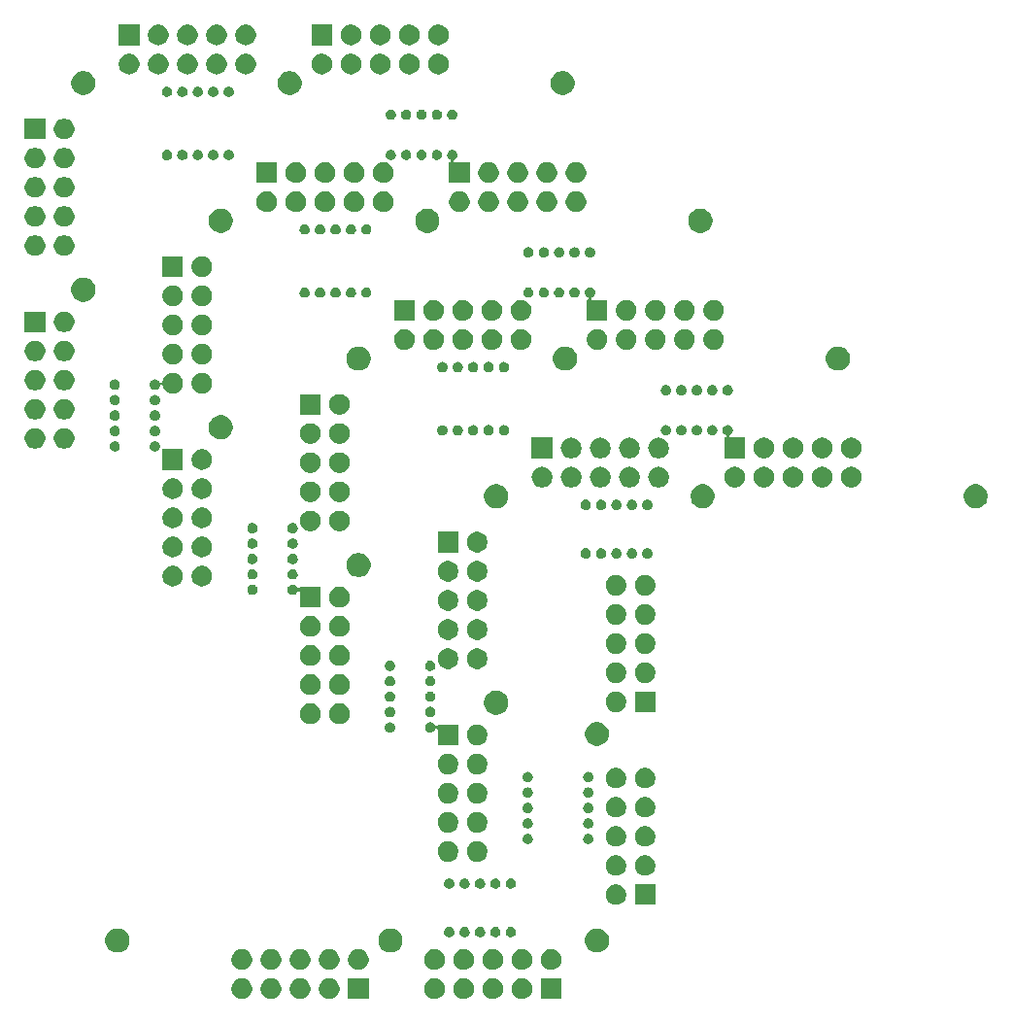
<source format=gbr>
G04 #@! TF.GenerationSoftware,KiCad,Pcbnew,5.1.5-52549c5~84~ubuntu16.04.1*
G04 #@! TF.CreationDate,2020-01-12T22:05:50-08:00*
G04 #@! TF.ProjectId,output.panelized,6f757470-7574-42e7-9061-6e656c697a65,rev?*
G04 #@! TF.SameCoordinates,PX8e95450PY5aa2c88*
G04 #@! TF.FileFunction,Soldermask,Top*
G04 #@! TF.FilePolarity,Negative*
%FSLAX46Y46*%
G04 Gerber Fmt 4.6, Leading zero omitted, Abs format (unit mm)*
G04 Created by KiCad (PCBNEW 5.1.5-52549c5~84~ubuntu16.04.1) date 2020-01-12 22:05:50*
%MOMM*%
%LPD*%
G04 APERTURE LIST*
%ADD10C,0.100000*%
G04 APERTURE END LIST*
D10*
G36*
X-98608200Y-5862400D02*
G01*
X-100410200Y-5862400D01*
X-100410200Y-4060400D01*
X-98608200Y-4060400D01*
X-98608200Y-5862400D01*
G37*
G36*
X-85135688Y-4065327D02*
G01*
X-84986388Y-4095024D01*
X-84822416Y-4162944D01*
X-84674846Y-4261547D01*
X-84549347Y-4387046D01*
X-84450744Y-4534616D01*
X-84382824Y-4698588D01*
X-84348200Y-4872659D01*
X-84348200Y-5050141D01*
X-84382824Y-5224212D01*
X-84450744Y-5388184D01*
X-84549347Y-5535754D01*
X-84674846Y-5661253D01*
X-84822416Y-5759856D01*
X-84986388Y-5827776D01*
X-85135688Y-5857473D01*
X-85160458Y-5862400D01*
X-85337942Y-5862400D01*
X-85362712Y-5857473D01*
X-85512012Y-5827776D01*
X-85675984Y-5759856D01*
X-85823554Y-5661253D01*
X-85949053Y-5535754D01*
X-86047656Y-5388184D01*
X-86115576Y-5224212D01*
X-86150200Y-5050141D01*
X-86150200Y-4872659D01*
X-86115576Y-4698588D01*
X-86047656Y-4534616D01*
X-85949053Y-4387046D01*
X-85823554Y-4261547D01*
X-85675984Y-4162944D01*
X-85512012Y-4095024D01*
X-85362712Y-4065327D01*
X-85337942Y-4060400D01*
X-85160458Y-4060400D01*
X-85135688Y-4065327D01*
G37*
G36*
X-81808200Y-5862400D02*
G01*
X-83610200Y-5862400D01*
X-83610200Y-4060400D01*
X-81808200Y-4060400D01*
X-81808200Y-5862400D01*
G37*
G36*
X-87675688Y-4065327D02*
G01*
X-87526388Y-4095024D01*
X-87362416Y-4162944D01*
X-87214846Y-4261547D01*
X-87089347Y-4387046D01*
X-86990744Y-4534616D01*
X-86922824Y-4698588D01*
X-86888200Y-4872659D01*
X-86888200Y-5050141D01*
X-86922824Y-5224212D01*
X-86990744Y-5388184D01*
X-87089347Y-5535754D01*
X-87214846Y-5661253D01*
X-87362416Y-5759856D01*
X-87526388Y-5827776D01*
X-87675688Y-5857473D01*
X-87700458Y-5862400D01*
X-87877942Y-5862400D01*
X-87902712Y-5857473D01*
X-88052012Y-5827776D01*
X-88215984Y-5759856D01*
X-88363554Y-5661253D01*
X-88489053Y-5535754D01*
X-88587656Y-5388184D01*
X-88655576Y-5224212D01*
X-88690200Y-5050141D01*
X-88690200Y-4872659D01*
X-88655576Y-4698588D01*
X-88587656Y-4534616D01*
X-88489053Y-4387046D01*
X-88363554Y-4261547D01*
X-88215984Y-4162944D01*
X-88052012Y-4095024D01*
X-87902712Y-4065327D01*
X-87877942Y-4060400D01*
X-87700458Y-4060400D01*
X-87675688Y-4065327D01*
G37*
G36*
X-90215688Y-4065327D02*
G01*
X-90066388Y-4095024D01*
X-89902416Y-4162944D01*
X-89754846Y-4261547D01*
X-89629347Y-4387046D01*
X-89530744Y-4534616D01*
X-89462824Y-4698588D01*
X-89428200Y-4872659D01*
X-89428200Y-5050141D01*
X-89462824Y-5224212D01*
X-89530744Y-5388184D01*
X-89629347Y-5535754D01*
X-89754846Y-5661253D01*
X-89902416Y-5759856D01*
X-90066388Y-5827776D01*
X-90215688Y-5857473D01*
X-90240458Y-5862400D01*
X-90417942Y-5862400D01*
X-90442712Y-5857473D01*
X-90592012Y-5827776D01*
X-90755984Y-5759856D01*
X-90903554Y-5661253D01*
X-91029053Y-5535754D01*
X-91127656Y-5388184D01*
X-91195576Y-5224212D01*
X-91230200Y-5050141D01*
X-91230200Y-4872659D01*
X-91195576Y-4698588D01*
X-91127656Y-4534616D01*
X-91029053Y-4387046D01*
X-90903554Y-4261547D01*
X-90755984Y-4162944D01*
X-90592012Y-4095024D01*
X-90442712Y-4065327D01*
X-90417942Y-4060400D01*
X-90240458Y-4060400D01*
X-90215688Y-4065327D01*
G37*
G36*
X-92755688Y-4065327D02*
G01*
X-92606388Y-4095024D01*
X-92442416Y-4162944D01*
X-92294846Y-4261547D01*
X-92169347Y-4387046D01*
X-92070744Y-4534616D01*
X-92002824Y-4698588D01*
X-91968200Y-4872659D01*
X-91968200Y-5050141D01*
X-92002824Y-5224212D01*
X-92070744Y-5388184D01*
X-92169347Y-5535754D01*
X-92294846Y-5661253D01*
X-92442416Y-5759856D01*
X-92606388Y-5827776D01*
X-92755688Y-5857473D01*
X-92780458Y-5862400D01*
X-92957942Y-5862400D01*
X-92982712Y-5857473D01*
X-93132012Y-5827776D01*
X-93295984Y-5759856D01*
X-93443554Y-5661253D01*
X-93569053Y-5535754D01*
X-93667656Y-5388184D01*
X-93735576Y-5224212D01*
X-93770200Y-5050141D01*
X-93770200Y-4872659D01*
X-93735576Y-4698588D01*
X-93667656Y-4534616D01*
X-93569053Y-4387046D01*
X-93443554Y-4261547D01*
X-93295984Y-4162944D01*
X-93132012Y-4095024D01*
X-92982712Y-4065327D01*
X-92957942Y-4060400D01*
X-92780458Y-4060400D01*
X-92755688Y-4065327D01*
G37*
G36*
X-107015688Y-4065327D02*
G01*
X-106866388Y-4095024D01*
X-106702416Y-4162944D01*
X-106554846Y-4261547D01*
X-106429347Y-4387046D01*
X-106330744Y-4534616D01*
X-106262824Y-4698588D01*
X-106228200Y-4872659D01*
X-106228200Y-5050141D01*
X-106262824Y-5224212D01*
X-106330744Y-5388184D01*
X-106429347Y-5535754D01*
X-106554846Y-5661253D01*
X-106702416Y-5759856D01*
X-106866388Y-5827776D01*
X-107015688Y-5857473D01*
X-107040458Y-5862400D01*
X-107217942Y-5862400D01*
X-107242712Y-5857473D01*
X-107392012Y-5827776D01*
X-107555984Y-5759856D01*
X-107703554Y-5661253D01*
X-107829053Y-5535754D01*
X-107927656Y-5388184D01*
X-107995576Y-5224212D01*
X-108030200Y-5050141D01*
X-108030200Y-4872659D01*
X-107995576Y-4698588D01*
X-107927656Y-4534616D01*
X-107829053Y-4387046D01*
X-107703554Y-4261547D01*
X-107555984Y-4162944D01*
X-107392012Y-4095024D01*
X-107242712Y-4065327D01*
X-107217942Y-4060400D01*
X-107040458Y-4060400D01*
X-107015688Y-4065327D01*
G37*
G36*
X-109555688Y-4065327D02*
G01*
X-109406388Y-4095024D01*
X-109242416Y-4162944D01*
X-109094846Y-4261547D01*
X-108969347Y-4387046D01*
X-108870744Y-4534616D01*
X-108802824Y-4698588D01*
X-108768200Y-4872659D01*
X-108768200Y-5050141D01*
X-108802824Y-5224212D01*
X-108870744Y-5388184D01*
X-108969347Y-5535754D01*
X-109094846Y-5661253D01*
X-109242416Y-5759856D01*
X-109406388Y-5827776D01*
X-109555688Y-5857473D01*
X-109580458Y-5862400D01*
X-109757942Y-5862400D01*
X-109782712Y-5857473D01*
X-109932012Y-5827776D01*
X-110095984Y-5759856D01*
X-110243554Y-5661253D01*
X-110369053Y-5535754D01*
X-110467656Y-5388184D01*
X-110535576Y-5224212D01*
X-110570200Y-5050141D01*
X-110570200Y-4872659D01*
X-110535576Y-4698588D01*
X-110467656Y-4534616D01*
X-110369053Y-4387046D01*
X-110243554Y-4261547D01*
X-110095984Y-4162944D01*
X-109932012Y-4095024D01*
X-109782712Y-4065327D01*
X-109757942Y-4060400D01*
X-109580458Y-4060400D01*
X-109555688Y-4065327D01*
G37*
G36*
X-101935688Y-4065327D02*
G01*
X-101786388Y-4095024D01*
X-101622416Y-4162944D01*
X-101474846Y-4261547D01*
X-101349347Y-4387046D01*
X-101250744Y-4534616D01*
X-101182824Y-4698588D01*
X-101148200Y-4872659D01*
X-101148200Y-5050141D01*
X-101182824Y-5224212D01*
X-101250744Y-5388184D01*
X-101349347Y-5535754D01*
X-101474846Y-5661253D01*
X-101622416Y-5759856D01*
X-101786388Y-5827776D01*
X-101935688Y-5857473D01*
X-101960458Y-5862400D01*
X-102137942Y-5862400D01*
X-102162712Y-5857473D01*
X-102312012Y-5827776D01*
X-102475984Y-5759856D01*
X-102623554Y-5661253D01*
X-102749053Y-5535754D01*
X-102847656Y-5388184D01*
X-102915576Y-5224212D01*
X-102950200Y-5050141D01*
X-102950200Y-4872659D01*
X-102915576Y-4698588D01*
X-102847656Y-4534616D01*
X-102749053Y-4387046D01*
X-102623554Y-4261547D01*
X-102475984Y-4162944D01*
X-102312012Y-4095024D01*
X-102162712Y-4065327D01*
X-102137942Y-4060400D01*
X-101960458Y-4060400D01*
X-101935688Y-4065327D01*
G37*
G36*
X-104475688Y-4065327D02*
G01*
X-104326388Y-4095024D01*
X-104162416Y-4162944D01*
X-104014846Y-4261547D01*
X-103889347Y-4387046D01*
X-103790744Y-4534616D01*
X-103722824Y-4698588D01*
X-103688200Y-4872659D01*
X-103688200Y-5050141D01*
X-103722824Y-5224212D01*
X-103790744Y-5388184D01*
X-103889347Y-5535754D01*
X-104014846Y-5661253D01*
X-104162416Y-5759856D01*
X-104326388Y-5827776D01*
X-104475688Y-5857473D01*
X-104500458Y-5862400D01*
X-104677942Y-5862400D01*
X-104702712Y-5857473D01*
X-104852012Y-5827776D01*
X-105015984Y-5759856D01*
X-105163554Y-5661253D01*
X-105289053Y-5535754D01*
X-105387656Y-5388184D01*
X-105455576Y-5224212D01*
X-105490200Y-5050141D01*
X-105490200Y-4872659D01*
X-105455576Y-4698588D01*
X-105387656Y-4534616D01*
X-105289053Y-4387046D01*
X-105163554Y-4261547D01*
X-105015984Y-4162944D01*
X-104852012Y-4095024D01*
X-104702712Y-4065327D01*
X-104677942Y-4060400D01*
X-104500458Y-4060400D01*
X-104475688Y-4065327D01*
G37*
G36*
X-90215688Y-1525327D02*
G01*
X-90066388Y-1555024D01*
X-89902416Y-1622944D01*
X-89754846Y-1721547D01*
X-89629347Y-1847046D01*
X-89530744Y-1994616D01*
X-89462824Y-2158588D01*
X-89428200Y-2332659D01*
X-89428200Y-2510141D01*
X-89462824Y-2684212D01*
X-89530744Y-2848184D01*
X-89629347Y-2995754D01*
X-89754846Y-3121253D01*
X-89902416Y-3219856D01*
X-90066388Y-3287776D01*
X-90215688Y-3317473D01*
X-90240458Y-3322400D01*
X-90417942Y-3322400D01*
X-90442712Y-3317473D01*
X-90592012Y-3287776D01*
X-90755984Y-3219856D01*
X-90903554Y-3121253D01*
X-91029053Y-2995754D01*
X-91127656Y-2848184D01*
X-91195576Y-2684212D01*
X-91230200Y-2510141D01*
X-91230200Y-2332659D01*
X-91195576Y-2158588D01*
X-91127656Y-1994616D01*
X-91029053Y-1847046D01*
X-90903554Y-1721547D01*
X-90755984Y-1622944D01*
X-90592012Y-1555024D01*
X-90442712Y-1525327D01*
X-90417942Y-1520400D01*
X-90240458Y-1520400D01*
X-90215688Y-1525327D01*
G37*
G36*
X-101935688Y-1525327D02*
G01*
X-101786388Y-1555024D01*
X-101622416Y-1622944D01*
X-101474846Y-1721547D01*
X-101349347Y-1847046D01*
X-101250744Y-1994616D01*
X-101182824Y-2158588D01*
X-101148200Y-2332659D01*
X-101148200Y-2510141D01*
X-101182824Y-2684212D01*
X-101250744Y-2848184D01*
X-101349347Y-2995754D01*
X-101474846Y-3121253D01*
X-101622416Y-3219856D01*
X-101786388Y-3287776D01*
X-101935688Y-3317473D01*
X-101960458Y-3322400D01*
X-102137942Y-3322400D01*
X-102162712Y-3317473D01*
X-102312012Y-3287776D01*
X-102475984Y-3219856D01*
X-102623554Y-3121253D01*
X-102749053Y-2995754D01*
X-102847656Y-2848184D01*
X-102915576Y-2684212D01*
X-102950200Y-2510141D01*
X-102950200Y-2332659D01*
X-102915576Y-2158588D01*
X-102847656Y-1994616D01*
X-102749053Y-1847046D01*
X-102623554Y-1721547D01*
X-102475984Y-1622944D01*
X-102312012Y-1555024D01*
X-102162712Y-1525327D01*
X-102137942Y-1520400D01*
X-101960458Y-1520400D01*
X-101935688Y-1525327D01*
G37*
G36*
X-99395688Y-1525327D02*
G01*
X-99246388Y-1555024D01*
X-99082416Y-1622944D01*
X-98934846Y-1721547D01*
X-98809347Y-1847046D01*
X-98710744Y-1994616D01*
X-98642824Y-2158588D01*
X-98608200Y-2332659D01*
X-98608200Y-2510141D01*
X-98642824Y-2684212D01*
X-98710744Y-2848184D01*
X-98809347Y-2995754D01*
X-98934846Y-3121253D01*
X-99082416Y-3219856D01*
X-99246388Y-3287776D01*
X-99395688Y-3317473D01*
X-99420458Y-3322400D01*
X-99597942Y-3322400D01*
X-99622712Y-3317473D01*
X-99772012Y-3287776D01*
X-99935984Y-3219856D01*
X-100083554Y-3121253D01*
X-100209053Y-2995754D01*
X-100307656Y-2848184D01*
X-100375576Y-2684212D01*
X-100410200Y-2510141D01*
X-100410200Y-2332659D01*
X-100375576Y-2158588D01*
X-100307656Y-1994616D01*
X-100209053Y-1847046D01*
X-100083554Y-1721547D01*
X-99935984Y-1622944D01*
X-99772012Y-1555024D01*
X-99622712Y-1525327D01*
X-99597942Y-1520400D01*
X-99420458Y-1520400D01*
X-99395688Y-1525327D01*
G37*
G36*
X-82595688Y-1525327D02*
G01*
X-82446388Y-1555024D01*
X-82282416Y-1622944D01*
X-82134846Y-1721547D01*
X-82009347Y-1847046D01*
X-81910744Y-1994616D01*
X-81842824Y-2158588D01*
X-81808200Y-2332659D01*
X-81808200Y-2510141D01*
X-81842824Y-2684212D01*
X-81910744Y-2848184D01*
X-82009347Y-2995754D01*
X-82134846Y-3121253D01*
X-82282416Y-3219856D01*
X-82446388Y-3287776D01*
X-82595688Y-3317473D01*
X-82620458Y-3322400D01*
X-82797942Y-3322400D01*
X-82822712Y-3317473D01*
X-82972012Y-3287776D01*
X-83135984Y-3219856D01*
X-83283554Y-3121253D01*
X-83409053Y-2995754D01*
X-83507656Y-2848184D01*
X-83575576Y-2684212D01*
X-83610200Y-2510141D01*
X-83610200Y-2332659D01*
X-83575576Y-2158588D01*
X-83507656Y-1994616D01*
X-83409053Y-1847046D01*
X-83283554Y-1721547D01*
X-83135984Y-1622944D01*
X-82972012Y-1555024D01*
X-82822712Y-1525327D01*
X-82797942Y-1520400D01*
X-82620458Y-1520400D01*
X-82595688Y-1525327D01*
G37*
G36*
X-85135688Y-1525327D02*
G01*
X-84986388Y-1555024D01*
X-84822416Y-1622944D01*
X-84674846Y-1721547D01*
X-84549347Y-1847046D01*
X-84450744Y-1994616D01*
X-84382824Y-2158588D01*
X-84348200Y-2332659D01*
X-84348200Y-2510141D01*
X-84382824Y-2684212D01*
X-84450744Y-2848184D01*
X-84549347Y-2995754D01*
X-84674846Y-3121253D01*
X-84822416Y-3219856D01*
X-84986388Y-3287776D01*
X-85135688Y-3317473D01*
X-85160458Y-3322400D01*
X-85337942Y-3322400D01*
X-85362712Y-3317473D01*
X-85512012Y-3287776D01*
X-85675984Y-3219856D01*
X-85823554Y-3121253D01*
X-85949053Y-2995754D01*
X-86047656Y-2848184D01*
X-86115576Y-2684212D01*
X-86150200Y-2510141D01*
X-86150200Y-2332659D01*
X-86115576Y-2158588D01*
X-86047656Y-1994616D01*
X-85949053Y-1847046D01*
X-85823554Y-1721547D01*
X-85675984Y-1622944D01*
X-85512012Y-1555024D01*
X-85362712Y-1525327D01*
X-85337942Y-1520400D01*
X-85160458Y-1520400D01*
X-85135688Y-1525327D01*
G37*
G36*
X-92755688Y-1525327D02*
G01*
X-92606388Y-1555024D01*
X-92442416Y-1622944D01*
X-92294846Y-1721547D01*
X-92169347Y-1847046D01*
X-92070744Y-1994616D01*
X-92002824Y-2158588D01*
X-91968200Y-2332659D01*
X-91968200Y-2510141D01*
X-92002824Y-2684212D01*
X-92070744Y-2848184D01*
X-92169347Y-2995754D01*
X-92294846Y-3121253D01*
X-92442416Y-3219856D01*
X-92606388Y-3287776D01*
X-92755688Y-3317473D01*
X-92780458Y-3322400D01*
X-92957942Y-3322400D01*
X-92982712Y-3317473D01*
X-93132012Y-3287776D01*
X-93295984Y-3219856D01*
X-93443554Y-3121253D01*
X-93569053Y-2995754D01*
X-93667656Y-2848184D01*
X-93735576Y-2684212D01*
X-93770200Y-2510141D01*
X-93770200Y-2332659D01*
X-93735576Y-2158588D01*
X-93667656Y-1994616D01*
X-93569053Y-1847046D01*
X-93443554Y-1721547D01*
X-93295984Y-1622944D01*
X-93132012Y-1555024D01*
X-92982712Y-1525327D01*
X-92957942Y-1520400D01*
X-92780458Y-1520400D01*
X-92755688Y-1525327D01*
G37*
G36*
X-87675688Y-1525327D02*
G01*
X-87526388Y-1555024D01*
X-87362416Y-1622944D01*
X-87214846Y-1721547D01*
X-87089347Y-1847046D01*
X-86990744Y-1994616D01*
X-86922824Y-2158588D01*
X-86888200Y-2332659D01*
X-86888200Y-2510141D01*
X-86922824Y-2684212D01*
X-86990744Y-2848184D01*
X-87089347Y-2995754D01*
X-87214846Y-3121253D01*
X-87362416Y-3219856D01*
X-87526388Y-3287776D01*
X-87675688Y-3317473D01*
X-87700458Y-3322400D01*
X-87877942Y-3322400D01*
X-87902712Y-3317473D01*
X-88052012Y-3287776D01*
X-88215984Y-3219856D01*
X-88363554Y-3121253D01*
X-88489053Y-2995754D01*
X-88587656Y-2848184D01*
X-88655576Y-2684212D01*
X-88690200Y-2510141D01*
X-88690200Y-2332659D01*
X-88655576Y-2158588D01*
X-88587656Y-1994616D01*
X-88489053Y-1847046D01*
X-88363554Y-1721547D01*
X-88215984Y-1622944D01*
X-88052012Y-1555024D01*
X-87902712Y-1525327D01*
X-87877942Y-1520400D01*
X-87700458Y-1520400D01*
X-87675688Y-1525327D01*
G37*
G36*
X-104475688Y-1525327D02*
G01*
X-104326388Y-1555024D01*
X-104162416Y-1622944D01*
X-104014846Y-1721547D01*
X-103889347Y-1847046D01*
X-103790744Y-1994616D01*
X-103722824Y-2158588D01*
X-103688200Y-2332659D01*
X-103688200Y-2510141D01*
X-103722824Y-2684212D01*
X-103790744Y-2848184D01*
X-103889347Y-2995754D01*
X-104014846Y-3121253D01*
X-104162416Y-3219856D01*
X-104326388Y-3287776D01*
X-104475688Y-3317473D01*
X-104500458Y-3322400D01*
X-104677942Y-3322400D01*
X-104702712Y-3317473D01*
X-104852012Y-3287776D01*
X-105015984Y-3219856D01*
X-105163554Y-3121253D01*
X-105289053Y-2995754D01*
X-105387656Y-2848184D01*
X-105455576Y-2684212D01*
X-105490200Y-2510141D01*
X-105490200Y-2332659D01*
X-105455576Y-2158588D01*
X-105387656Y-1994616D01*
X-105289053Y-1847046D01*
X-105163554Y-1721547D01*
X-105015984Y-1622944D01*
X-104852012Y-1555024D01*
X-104702712Y-1525327D01*
X-104677942Y-1520400D01*
X-104500458Y-1520400D01*
X-104475688Y-1525327D01*
G37*
G36*
X-107015688Y-1525327D02*
G01*
X-106866388Y-1555024D01*
X-106702416Y-1622944D01*
X-106554846Y-1721547D01*
X-106429347Y-1847046D01*
X-106330744Y-1994616D01*
X-106262824Y-2158588D01*
X-106228200Y-2332659D01*
X-106228200Y-2510141D01*
X-106262824Y-2684212D01*
X-106330744Y-2848184D01*
X-106429347Y-2995754D01*
X-106554846Y-3121253D01*
X-106702416Y-3219856D01*
X-106866388Y-3287776D01*
X-107015688Y-3317473D01*
X-107040458Y-3322400D01*
X-107217942Y-3322400D01*
X-107242712Y-3317473D01*
X-107392012Y-3287776D01*
X-107555984Y-3219856D01*
X-107703554Y-3121253D01*
X-107829053Y-2995754D01*
X-107927656Y-2848184D01*
X-107995576Y-2684212D01*
X-108030200Y-2510141D01*
X-108030200Y-2332659D01*
X-107995576Y-2158588D01*
X-107927656Y-1994616D01*
X-107829053Y-1847046D01*
X-107703554Y-1721547D01*
X-107555984Y-1622944D01*
X-107392012Y-1555024D01*
X-107242712Y-1525327D01*
X-107217942Y-1520400D01*
X-107040458Y-1520400D01*
X-107015688Y-1525327D01*
G37*
G36*
X-109555688Y-1525327D02*
G01*
X-109406388Y-1555024D01*
X-109242416Y-1622944D01*
X-109094846Y-1721547D01*
X-108969347Y-1847046D01*
X-108870744Y-1994616D01*
X-108802824Y-2158588D01*
X-108768200Y-2332659D01*
X-108768200Y-2510141D01*
X-108802824Y-2684212D01*
X-108870744Y-2848184D01*
X-108969347Y-2995754D01*
X-109094846Y-3121253D01*
X-109242416Y-3219856D01*
X-109406388Y-3287776D01*
X-109555688Y-3317473D01*
X-109580458Y-3322400D01*
X-109757942Y-3322400D01*
X-109782712Y-3317473D01*
X-109932012Y-3287776D01*
X-110095984Y-3219856D01*
X-110243554Y-3121253D01*
X-110369053Y-2995754D01*
X-110467656Y-2848184D01*
X-110535576Y-2684212D01*
X-110570200Y-2510141D01*
X-110570200Y-2332659D01*
X-110535576Y-2158588D01*
X-110467656Y-1994616D01*
X-110369053Y-1847046D01*
X-110243554Y-1721547D01*
X-110095984Y-1622944D01*
X-109932012Y-1555024D01*
X-109782712Y-1525327D01*
X-109757942Y-1520400D01*
X-109580458Y-1520400D01*
X-109555688Y-1525327D01*
G37*
G36*
X-78402636Y249211D02*
G01*
X-78211367Y169985D01*
X-78211365Y169984D01*
X-78039227Y54965D01*
X-77892835Y-91427D01*
X-77803566Y-225027D01*
X-77777815Y-263567D01*
X-77698589Y-454836D01*
X-77658200Y-657884D01*
X-77658200Y-864916D01*
X-77698589Y-1067964D01*
X-77777815Y-1259233D01*
X-77777816Y-1259235D01*
X-77892835Y-1431373D01*
X-78039227Y-1577765D01*
X-78211365Y-1692784D01*
X-78211366Y-1692785D01*
X-78211367Y-1692785D01*
X-78402636Y-1772011D01*
X-78605684Y-1812400D01*
X-78812716Y-1812400D01*
X-79015764Y-1772011D01*
X-79207033Y-1692785D01*
X-79207034Y-1692785D01*
X-79207035Y-1692784D01*
X-79379173Y-1577765D01*
X-79525565Y-1431373D01*
X-79640584Y-1259235D01*
X-79640585Y-1259233D01*
X-79719811Y-1067964D01*
X-79760200Y-864916D01*
X-79760200Y-657884D01*
X-79719811Y-454836D01*
X-79640585Y-263567D01*
X-79614833Y-225027D01*
X-79525565Y-91427D01*
X-79379173Y54965D01*
X-79207035Y169984D01*
X-79207033Y169985D01*
X-79015764Y249211D01*
X-78812716Y289600D01*
X-78605684Y289600D01*
X-78402636Y249211D01*
G37*
G36*
X-96402636Y249211D02*
G01*
X-96211367Y169985D01*
X-96211365Y169984D01*
X-96039227Y54965D01*
X-95892835Y-91427D01*
X-95803566Y-225027D01*
X-95777815Y-263567D01*
X-95698589Y-454836D01*
X-95658200Y-657884D01*
X-95658200Y-864916D01*
X-95698589Y-1067964D01*
X-95777815Y-1259233D01*
X-95777816Y-1259235D01*
X-95892835Y-1431373D01*
X-96039227Y-1577765D01*
X-96211365Y-1692784D01*
X-96211366Y-1692785D01*
X-96211367Y-1692785D01*
X-96402636Y-1772011D01*
X-96605684Y-1812400D01*
X-96812716Y-1812400D01*
X-97015764Y-1772011D01*
X-97207033Y-1692785D01*
X-97207034Y-1692785D01*
X-97207035Y-1692784D01*
X-97379173Y-1577765D01*
X-97525565Y-1431373D01*
X-97640584Y-1259235D01*
X-97640585Y-1259233D01*
X-97719811Y-1067964D01*
X-97760200Y-864916D01*
X-97760200Y-657884D01*
X-97719811Y-454836D01*
X-97640585Y-263567D01*
X-97614833Y-225027D01*
X-97525565Y-91427D01*
X-97379173Y54965D01*
X-97207035Y169984D01*
X-97207033Y169985D01*
X-97015764Y249211D01*
X-96812716Y289600D01*
X-96605684Y289600D01*
X-96402636Y249211D01*
G37*
G36*
X-120202636Y249211D02*
G01*
X-120011367Y169985D01*
X-120011365Y169984D01*
X-119839227Y54965D01*
X-119692835Y-91427D01*
X-119603566Y-225027D01*
X-119577815Y-263567D01*
X-119498589Y-454836D01*
X-119458200Y-657884D01*
X-119458200Y-864916D01*
X-119498589Y-1067964D01*
X-119577815Y-1259233D01*
X-119577816Y-1259235D01*
X-119692835Y-1431373D01*
X-119839227Y-1577765D01*
X-120011365Y-1692784D01*
X-120011366Y-1692785D01*
X-120011367Y-1692785D01*
X-120202636Y-1772011D01*
X-120405684Y-1812400D01*
X-120612716Y-1812400D01*
X-120815764Y-1772011D01*
X-121007033Y-1692785D01*
X-121007034Y-1692785D01*
X-121007035Y-1692784D01*
X-121179173Y-1577765D01*
X-121325565Y-1431373D01*
X-121440584Y-1259235D01*
X-121440585Y-1259233D01*
X-121519811Y-1067964D01*
X-121560200Y-864916D01*
X-121560200Y-657884D01*
X-121519811Y-454836D01*
X-121440585Y-263567D01*
X-121414833Y-225027D01*
X-121325565Y-91427D01*
X-121179173Y54965D01*
X-121007035Y169984D01*
X-121007033Y169985D01*
X-120815764Y249211D01*
X-120612716Y289600D01*
X-120405684Y289600D01*
X-120202636Y249211D01*
G37*
G36*
X-90112317Y422269D02*
G01*
X-90030242Y388272D01*
X-90030240Y388271D01*
X-89993056Y363425D01*
X-89956374Y338915D01*
X-89893554Y276095D01*
X-89844197Y202227D01*
X-89810200Y120152D01*
X-89792869Y33021D01*
X-89792869Y-55821D01*
X-89810200Y-142952D01*
X-89844197Y-225027D01*
X-89844198Y-225029D01*
X-89893555Y-298896D01*
X-89956373Y-361714D01*
X-90030240Y-411071D01*
X-90030241Y-411072D01*
X-90030242Y-411072D01*
X-90112317Y-445069D01*
X-90199448Y-462400D01*
X-90288290Y-462400D01*
X-90375421Y-445069D01*
X-90457496Y-411072D01*
X-90457497Y-411072D01*
X-90457498Y-411071D01*
X-90531365Y-361714D01*
X-90594183Y-298896D01*
X-90643540Y-225029D01*
X-90643541Y-225027D01*
X-90677538Y-142952D01*
X-90694869Y-55821D01*
X-90694869Y33021D01*
X-90677538Y120152D01*
X-90643541Y202227D01*
X-90594184Y276095D01*
X-90531364Y338915D01*
X-90494682Y363425D01*
X-90457498Y388271D01*
X-90457496Y388272D01*
X-90375421Y422269D01*
X-90288290Y439600D01*
X-90199448Y439600D01*
X-90112317Y422269D01*
G37*
G36*
X-88768446Y422269D02*
G01*
X-88686371Y388272D01*
X-88686369Y388271D01*
X-88649185Y363425D01*
X-88612503Y338915D01*
X-88549683Y276095D01*
X-88500326Y202227D01*
X-88466329Y120152D01*
X-88448998Y33021D01*
X-88448998Y-55821D01*
X-88466329Y-142952D01*
X-88500326Y-225027D01*
X-88500327Y-225029D01*
X-88549684Y-298896D01*
X-88612502Y-361714D01*
X-88686369Y-411071D01*
X-88686370Y-411072D01*
X-88686371Y-411072D01*
X-88768446Y-445069D01*
X-88855577Y-462400D01*
X-88944419Y-462400D01*
X-89031550Y-445069D01*
X-89113625Y-411072D01*
X-89113626Y-411072D01*
X-89113627Y-411071D01*
X-89187494Y-361714D01*
X-89250312Y-298896D01*
X-89299669Y-225029D01*
X-89299670Y-225027D01*
X-89333667Y-142952D01*
X-89350998Y-55821D01*
X-89350998Y33021D01*
X-89333667Y120152D01*
X-89299670Y202227D01*
X-89250313Y276095D01*
X-89187493Y338915D01*
X-89150811Y363425D01*
X-89113627Y388271D01*
X-89113625Y388272D01*
X-89031550Y422269D01*
X-88944419Y439600D01*
X-88855577Y439600D01*
X-88768446Y422269D01*
G37*
G36*
X-87424575Y422269D02*
G01*
X-87342500Y388272D01*
X-87342498Y388271D01*
X-87305314Y363425D01*
X-87268632Y338915D01*
X-87205812Y276095D01*
X-87156455Y202227D01*
X-87122458Y120152D01*
X-87105127Y33021D01*
X-87105127Y-55821D01*
X-87122458Y-142952D01*
X-87156455Y-225027D01*
X-87156456Y-225029D01*
X-87205813Y-298896D01*
X-87268631Y-361714D01*
X-87342498Y-411071D01*
X-87342499Y-411072D01*
X-87342500Y-411072D01*
X-87424575Y-445069D01*
X-87511706Y-462400D01*
X-87600548Y-462400D01*
X-87687679Y-445069D01*
X-87769754Y-411072D01*
X-87769755Y-411072D01*
X-87769756Y-411071D01*
X-87843623Y-361714D01*
X-87906441Y-298896D01*
X-87955798Y-225029D01*
X-87955799Y-225027D01*
X-87989796Y-142952D01*
X-88007127Y-55821D01*
X-88007127Y33021D01*
X-87989796Y120152D01*
X-87955799Y202227D01*
X-87906442Y276095D01*
X-87843622Y338915D01*
X-87806940Y363425D01*
X-87769756Y388271D01*
X-87769754Y388272D01*
X-87687679Y422269D01*
X-87600548Y439600D01*
X-87511706Y439600D01*
X-87424575Y422269D01*
G37*
G36*
X-86080704Y422269D02*
G01*
X-85998629Y388272D01*
X-85998627Y388271D01*
X-85961443Y363425D01*
X-85924761Y338915D01*
X-85861941Y276095D01*
X-85812584Y202227D01*
X-85778587Y120152D01*
X-85761256Y33021D01*
X-85761256Y-55821D01*
X-85778587Y-142952D01*
X-85812584Y-225027D01*
X-85812585Y-225029D01*
X-85861942Y-298896D01*
X-85924760Y-361714D01*
X-85998627Y-411071D01*
X-85998628Y-411072D01*
X-85998629Y-411072D01*
X-86080704Y-445069D01*
X-86167835Y-462400D01*
X-86256677Y-462400D01*
X-86343808Y-445069D01*
X-86425883Y-411072D01*
X-86425884Y-411072D01*
X-86425885Y-411071D01*
X-86499752Y-361714D01*
X-86562570Y-298896D01*
X-86611927Y-225029D01*
X-86611928Y-225027D01*
X-86645925Y-142952D01*
X-86663256Y-55821D01*
X-86663256Y33021D01*
X-86645925Y120152D01*
X-86611928Y202227D01*
X-86562571Y276095D01*
X-86499751Y338915D01*
X-86463069Y363425D01*
X-86425885Y388271D01*
X-86425883Y388272D01*
X-86343808Y422269D01*
X-86256677Y439600D01*
X-86167835Y439600D01*
X-86080704Y422269D01*
G37*
G36*
X-91456188Y422269D02*
G01*
X-91374113Y388272D01*
X-91374111Y388271D01*
X-91336927Y363425D01*
X-91300245Y338915D01*
X-91237425Y276095D01*
X-91188068Y202227D01*
X-91154071Y120152D01*
X-91136740Y33021D01*
X-91136740Y-55821D01*
X-91154071Y-142952D01*
X-91188068Y-225027D01*
X-91188069Y-225029D01*
X-91237426Y-298896D01*
X-91300244Y-361714D01*
X-91374111Y-411071D01*
X-91374112Y-411072D01*
X-91374113Y-411072D01*
X-91456188Y-445069D01*
X-91543319Y-462400D01*
X-91632161Y-462400D01*
X-91719292Y-445069D01*
X-91801367Y-411072D01*
X-91801368Y-411072D01*
X-91801369Y-411071D01*
X-91875236Y-361714D01*
X-91938054Y-298896D01*
X-91987411Y-225029D01*
X-91987412Y-225027D01*
X-92021409Y-142952D01*
X-92038740Y-55821D01*
X-92038740Y33021D01*
X-92021409Y120152D01*
X-91987412Y202227D01*
X-91938055Y276095D01*
X-91875235Y338915D01*
X-91838553Y363425D01*
X-91801369Y388271D01*
X-91801367Y388272D01*
X-91719292Y422269D01*
X-91632161Y439600D01*
X-91543319Y439600D01*
X-91456188Y422269D01*
G37*
G36*
X-73608200Y2337600D02*
G01*
X-75410200Y2337600D01*
X-75410200Y4139600D01*
X-73608200Y4139600D01*
X-73608200Y2337600D01*
G37*
G36*
X-76935688Y4134673D02*
G01*
X-76786388Y4104976D01*
X-76622416Y4037056D01*
X-76474846Y3938453D01*
X-76349347Y3812954D01*
X-76250744Y3665384D01*
X-76182824Y3501412D01*
X-76148200Y3327341D01*
X-76148200Y3149859D01*
X-76182824Y2975788D01*
X-76250744Y2811816D01*
X-76349347Y2664246D01*
X-76474846Y2538747D01*
X-76622416Y2440144D01*
X-76786388Y2372224D01*
X-76935688Y2342527D01*
X-76960458Y2337600D01*
X-77137942Y2337600D01*
X-77162712Y2342527D01*
X-77312012Y2372224D01*
X-77475984Y2440144D01*
X-77623554Y2538747D01*
X-77749053Y2664246D01*
X-77847656Y2811816D01*
X-77915576Y2975788D01*
X-77950200Y3149859D01*
X-77950200Y3327341D01*
X-77915576Y3501412D01*
X-77847656Y3665384D01*
X-77749053Y3812954D01*
X-77623554Y3938453D01*
X-77475984Y4037056D01*
X-77312012Y4104976D01*
X-77162712Y4134673D01*
X-77137942Y4139600D01*
X-76960458Y4139600D01*
X-76935688Y4134673D01*
G37*
G36*
X-90112321Y4645069D02*
G01*
X-90030246Y4611072D01*
X-90030244Y4611071D01*
X-89993060Y4586225D01*
X-89956378Y4561715D01*
X-89893558Y4498895D01*
X-89844201Y4425027D01*
X-89810204Y4342952D01*
X-89792873Y4255821D01*
X-89792873Y4166979D01*
X-89810204Y4079848D01*
X-89844201Y3997773D01*
X-89883837Y3938453D01*
X-89893559Y3923904D01*
X-89956377Y3861086D01*
X-90030244Y3811729D01*
X-90030245Y3811728D01*
X-90030246Y3811728D01*
X-90112321Y3777731D01*
X-90199452Y3760400D01*
X-90288294Y3760400D01*
X-90375425Y3777731D01*
X-90457500Y3811728D01*
X-90457501Y3811728D01*
X-90457502Y3811729D01*
X-90531369Y3861086D01*
X-90594187Y3923904D01*
X-90603908Y3938453D01*
X-90643545Y3997773D01*
X-90677542Y4079848D01*
X-90694873Y4166979D01*
X-90694873Y4255821D01*
X-90677542Y4342952D01*
X-90643545Y4425027D01*
X-90594188Y4498895D01*
X-90531368Y4561715D01*
X-90494686Y4586225D01*
X-90457502Y4611071D01*
X-90457500Y4611072D01*
X-90375425Y4645069D01*
X-90288294Y4662400D01*
X-90199452Y4662400D01*
X-90112321Y4645069D01*
G37*
G36*
X-87424579Y4645069D02*
G01*
X-87342504Y4611072D01*
X-87342502Y4611071D01*
X-87305318Y4586225D01*
X-87268636Y4561715D01*
X-87205816Y4498895D01*
X-87156459Y4425027D01*
X-87122462Y4342952D01*
X-87105131Y4255821D01*
X-87105131Y4166979D01*
X-87122462Y4079848D01*
X-87156459Y3997773D01*
X-87196095Y3938453D01*
X-87205817Y3923904D01*
X-87268635Y3861086D01*
X-87342502Y3811729D01*
X-87342503Y3811728D01*
X-87342504Y3811728D01*
X-87424579Y3777731D01*
X-87511710Y3760400D01*
X-87600552Y3760400D01*
X-87687683Y3777731D01*
X-87769758Y3811728D01*
X-87769759Y3811728D01*
X-87769760Y3811729D01*
X-87843627Y3861086D01*
X-87906445Y3923904D01*
X-87916166Y3938453D01*
X-87955803Y3997773D01*
X-87989800Y4079848D01*
X-88007131Y4166979D01*
X-88007131Y4255821D01*
X-87989800Y4342952D01*
X-87955803Y4425027D01*
X-87906446Y4498895D01*
X-87843626Y4561715D01*
X-87806944Y4586225D01*
X-87769760Y4611071D01*
X-87769758Y4611072D01*
X-87687683Y4645069D01*
X-87600552Y4662400D01*
X-87511710Y4662400D01*
X-87424579Y4645069D01*
G37*
G36*
X-86080708Y4645069D02*
G01*
X-85998633Y4611072D01*
X-85998631Y4611071D01*
X-85961447Y4586225D01*
X-85924765Y4561715D01*
X-85861945Y4498895D01*
X-85812588Y4425027D01*
X-85778591Y4342952D01*
X-85761260Y4255821D01*
X-85761260Y4166979D01*
X-85778591Y4079848D01*
X-85812588Y3997773D01*
X-85852224Y3938453D01*
X-85861946Y3923904D01*
X-85924764Y3861086D01*
X-85998631Y3811729D01*
X-85998632Y3811728D01*
X-85998633Y3811728D01*
X-86080708Y3777731D01*
X-86167839Y3760400D01*
X-86256681Y3760400D01*
X-86343812Y3777731D01*
X-86425887Y3811728D01*
X-86425888Y3811728D01*
X-86425889Y3811729D01*
X-86499756Y3861086D01*
X-86562574Y3923904D01*
X-86572295Y3938453D01*
X-86611932Y3997773D01*
X-86645929Y4079848D01*
X-86663260Y4166979D01*
X-86663260Y4255821D01*
X-86645929Y4342952D01*
X-86611932Y4425027D01*
X-86562575Y4498895D01*
X-86499755Y4561715D01*
X-86463073Y4586225D01*
X-86425889Y4611071D01*
X-86425887Y4611072D01*
X-86343812Y4645069D01*
X-86256681Y4662400D01*
X-86167839Y4662400D01*
X-86080708Y4645069D01*
G37*
G36*
X-88768450Y4645069D02*
G01*
X-88686375Y4611072D01*
X-88686373Y4611071D01*
X-88649189Y4586225D01*
X-88612507Y4561715D01*
X-88549687Y4498895D01*
X-88500330Y4425027D01*
X-88466333Y4342952D01*
X-88449002Y4255821D01*
X-88449002Y4166979D01*
X-88466333Y4079848D01*
X-88500330Y3997773D01*
X-88539966Y3938453D01*
X-88549688Y3923904D01*
X-88612506Y3861086D01*
X-88686373Y3811729D01*
X-88686374Y3811728D01*
X-88686375Y3811728D01*
X-88768450Y3777731D01*
X-88855581Y3760400D01*
X-88944423Y3760400D01*
X-89031554Y3777731D01*
X-89113629Y3811728D01*
X-89113630Y3811728D01*
X-89113631Y3811729D01*
X-89187498Y3861086D01*
X-89250316Y3923904D01*
X-89260037Y3938453D01*
X-89299674Y3997773D01*
X-89333671Y4079848D01*
X-89351002Y4166979D01*
X-89351002Y4255821D01*
X-89333671Y4342952D01*
X-89299674Y4425027D01*
X-89250317Y4498895D01*
X-89187497Y4561715D01*
X-89150815Y4586225D01*
X-89113631Y4611071D01*
X-89113629Y4611072D01*
X-89031554Y4645069D01*
X-88944423Y4662400D01*
X-88855581Y4662400D01*
X-88768450Y4645069D01*
G37*
G36*
X-91456192Y4645069D02*
G01*
X-91374117Y4611072D01*
X-91374115Y4611071D01*
X-91336931Y4586225D01*
X-91300249Y4561715D01*
X-91237429Y4498895D01*
X-91188072Y4425027D01*
X-91154075Y4342952D01*
X-91136744Y4255821D01*
X-91136744Y4166979D01*
X-91154075Y4079848D01*
X-91188072Y3997773D01*
X-91227708Y3938453D01*
X-91237430Y3923904D01*
X-91300248Y3861086D01*
X-91374115Y3811729D01*
X-91374116Y3811728D01*
X-91374117Y3811728D01*
X-91456192Y3777731D01*
X-91543323Y3760400D01*
X-91632165Y3760400D01*
X-91719296Y3777731D01*
X-91801371Y3811728D01*
X-91801372Y3811728D01*
X-91801373Y3811729D01*
X-91875240Y3861086D01*
X-91938058Y3923904D01*
X-91947779Y3938453D01*
X-91987416Y3997773D01*
X-92021413Y4079848D01*
X-92038744Y4166979D01*
X-92038744Y4255821D01*
X-92021413Y4342952D01*
X-91987416Y4425027D01*
X-91938059Y4498895D01*
X-91875239Y4561715D01*
X-91838557Y4586225D01*
X-91801373Y4611071D01*
X-91801371Y4611072D01*
X-91719296Y4645069D01*
X-91632165Y4662400D01*
X-91543323Y4662400D01*
X-91456192Y4645069D01*
G37*
G36*
X-76935688Y6674673D02*
G01*
X-76786388Y6644976D01*
X-76622416Y6577056D01*
X-76474846Y6478453D01*
X-76349347Y6352954D01*
X-76250744Y6205384D01*
X-76182824Y6041412D01*
X-76148200Y5867341D01*
X-76148200Y5689859D01*
X-76182824Y5515788D01*
X-76250744Y5351816D01*
X-76349347Y5204246D01*
X-76474846Y5078747D01*
X-76622416Y4980144D01*
X-76786388Y4912224D01*
X-76935688Y4882527D01*
X-76960458Y4877600D01*
X-77137942Y4877600D01*
X-77162712Y4882527D01*
X-77312012Y4912224D01*
X-77475984Y4980144D01*
X-77623554Y5078747D01*
X-77749053Y5204246D01*
X-77847656Y5351816D01*
X-77915576Y5515788D01*
X-77950200Y5689859D01*
X-77950200Y5867341D01*
X-77915576Y6041412D01*
X-77847656Y6205384D01*
X-77749053Y6352954D01*
X-77623554Y6478453D01*
X-77475984Y6577056D01*
X-77312012Y6644976D01*
X-77162712Y6674673D01*
X-77137942Y6679600D01*
X-76960458Y6679600D01*
X-76935688Y6674673D01*
G37*
G36*
X-74395688Y6674673D02*
G01*
X-74246388Y6644976D01*
X-74082416Y6577056D01*
X-73934846Y6478453D01*
X-73809347Y6352954D01*
X-73710744Y6205384D01*
X-73642824Y6041412D01*
X-73608200Y5867341D01*
X-73608200Y5689859D01*
X-73642824Y5515788D01*
X-73710744Y5351816D01*
X-73809347Y5204246D01*
X-73934846Y5078747D01*
X-74082416Y4980144D01*
X-74246388Y4912224D01*
X-74395688Y4882527D01*
X-74420458Y4877600D01*
X-74597942Y4877600D01*
X-74622712Y4882527D01*
X-74772012Y4912224D01*
X-74935984Y4980144D01*
X-75083554Y5078747D01*
X-75209053Y5204246D01*
X-75307656Y5351816D01*
X-75375576Y5515788D01*
X-75410200Y5689859D01*
X-75410200Y5867341D01*
X-75375576Y6041412D01*
X-75307656Y6205384D01*
X-75209053Y6352954D01*
X-75083554Y6478453D01*
X-74935984Y6577056D01*
X-74772012Y6644976D01*
X-74622712Y6674673D01*
X-74597942Y6679600D01*
X-74420458Y6679600D01*
X-74395688Y6674673D01*
G37*
G36*
X-89043065Y7898622D02*
G01*
X-88887988Y7867776D01*
X-88724016Y7799856D01*
X-88576446Y7701253D01*
X-88450947Y7575754D01*
X-88352344Y7428184D01*
X-88284424Y7264212D01*
X-88249800Y7090141D01*
X-88249800Y6912659D01*
X-88284424Y6738588D01*
X-88352344Y6574616D01*
X-88450947Y6427046D01*
X-88576446Y6301547D01*
X-88724016Y6202944D01*
X-88887988Y6135024D01*
X-89037288Y6105327D01*
X-89062058Y6100400D01*
X-89239542Y6100400D01*
X-89264312Y6105327D01*
X-89413612Y6135024D01*
X-89577584Y6202944D01*
X-89725154Y6301547D01*
X-89850653Y6427046D01*
X-89949256Y6574616D01*
X-90017176Y6738588D01*
X-90051800Y6912659D01*
X-90051800Y7090141D01*
X-90017176Y7264212D01*
X-89949256Y7428184D01*
X-89850653Y7575754D01*
X-89725154Y7701253D01*
X-89577584Y7799856D01*
X-89413612Y7867776D01*
X-89258535Y7898622D01*
X-89239542Y7902400D01*
X-89062058Y7902400D01*
X-89043065Y7898622D01*
G37*
G36*
X-91583065Y7898622D02*
G01*
X-91427988Y7867776D01*
X-91264016Y7799856D01*
X-91116446Y7701253D01*
X-90990947Y7575754D01*
X-90892344Y7428184D01*
X-90824424Y7264212D01*
X-90789800Y7090141D01*
X-90789800Y6912659D01*
X-90824424Y6738588D01*
X-90892344Y6574616D01*
X-90990947Y6427046D01*
X-91116446Y6301547D01*
X-91264016Y6202944D01*
X-91427988Y6135024D01*
X-91577288Y6105327D01*
X-91602058Y6100400D01*
X-91779542Y6100400D01*
X-91804312Y6105327D01*
X-91953612Y6135024D01*
X-92117584Y6202944D01*
X-92265154Y6301547D01*
X-92390653Y6427046D01*
X-92489256Y6574616D01*
X-92557176Y6738588D01*
X-92591800Y6912659D01*
X-92591800Y7090141D01*
X-92557176Y7264212D01*
X-92489256Y7428184D01*
X-92390653Y7575754D01*
X-92265154Y7701253D01*
X-92117584Y7799856D01*
X-91953612Y7867776D01*
X-91798535Y7898622D01*
X-91779542Y7902400D01*
X-91602058Y7902400D01*
X-91583065Y7898622D01*
G37*
G36*
X-74395688Y9214673D02*
G01*
X-74246388Y9184976D01*
X-74082416Y9117056D01*
X-73934846Y9018453D01*
X-73809347Y8892954D01*
X-73710744Y8745384D01*
X-73642824Y8581412D01*
X-73608200Y8407341D01*
X-73608200Y8229859D01*
X-73642824Y8055788D01*
X-73710744Y7891816D01*
X-73809347Y7744246D01*
X-73934846Y7618747D01*
X-74082416Y7520144D01*
X-74246388Y7452224D01*
X-74395688Y7422527D01*
X-74420458Y7417600D01*
X-74597942Y7417600D01*
X-74622712Y7422527D01*
X-74772012Y7452224D01*
X-74935984Y7520144D01*
X-75083554Y7618747D01*
X-75209053Y7744246D01*
X-75307656Y7891816D01*
X-75375576Y8055788D01*
X-75410200Y8229859D01*
X-75410200Y8407341D01*
X-75375576Y8581412D01*
X-75307656Y8745384D01*
X-75209053Y8892954D01*
X-75083554Y9018453D01*
X-74935984Y9117056D01*
X-74772012Y9184976D01*
X-74622712Y9214673D01*
X-74597942Y9219600D01*
X-74420458Y9219600D01*
X-74395688Y9214673D01*
G37*
G36*
X-76935688Y9214673D02*
G01*
X-76786388Y9184976D01*
X-76622416Y9117056D01*
X-76474846Y9018453D01*
X-76349347Y8892954D01*
X-76250744Y8745384D01*
X-76182824Y8581412D01*
X-76148200Y8407341D01*
X-76148200Y8229859D01*
X-76182824Y8055788D01*
X-76250744Y7891816D01*
X-76349347Y7744246D01*
X-76474846Y7618747D01*
X-76622416Y7520144D01*
X-76786388Y7452224D01*
X-76935688Y7422527D01*
X-76960458Y7417600D01*
X-77137942Y7417600D01*
X-77162712Y7422527D01*
X-77312012Y7452224D01*
X-77475984Y7520144D01*
X-77623554Y7618747D01*
X-77749053Y7744246D01*
X-77847656Y7891816D01*
X-77915576Y8055788D01*
X-77950200Y8229859D01*
X-77950200Y8407341D01*
X-77915576Y8581412D01*
X-77847656Y8745384D01*
X-77749053Y8892954D01*
X-77623554Y9018453D01*
X-77475984Y9117056D01*
X-77312012Y9184976D01*
X-77162712Y9214673D01*
X-77137942Y9219600D01*
X-76960458Y9219600D01*
X-76935688Y9214673D01*
G37*
G36*
X-84609248Y8545918D02*
G01*
X-84527214Y8511938D01*
X-84527171Y8511920D01*
X-84489987Y8487074D01*
X-84453330Y8462581D01*
X-84453304Y8462563D01*
X-84390486Y8399745D01*
X-84341140Y8325895D01*
X-84341128Y8325876D01*
X-84307131Y8243801D01*
X-84289800Y8156670D01*
X-84289800Y8067828D01*
X-84307131Y7980697D01*
X-84339563Y7902400D01*
X-84341129Y7898620D01*
X-84361739Y7867776D01*
X-84390485Y7824754D01*
X-84453305Y7761934D01*
X-84479777Y7744246D01*
X-84527171Y7712578D01*
X-84527172Y7712577D01*
X-84527173Y7712577D01*
X-84609248Y7678580D01*
X-84696379Y7661249D01*
X-84785221Y7661249D01*
X-84872352Y7678580D01*
X-84954427Y7712577D01*
X-84954428Y7712577D01*
X-84954429Y7712578D01*
X-85001823Y7744246D01*
X-85028295Y7761934D01*
X-85091115Y7824754D01*
X-85119861Y7867776D01*
X-85140471Y7898620D01*
X-85142037Y7902400D01*
X-85174469Y7980697D01*
X-85191800Y8067828D01*
X-85191800Y8156670D01*
X-85174469Y8243801D01*
X-85140472Y8325876D01*
X-85140459Y8325895D01*
X-85091114Y8399745D01*
X-85028296Y8462563D01*
X-85028269Y8462581D01*
X-84991613Y8487074D01*
X-84954429Y8511920D01*
X-84954386Y8511938D01*
X-84872352Y8545918D01*
X-84785221Y8563249D01*
X-84696379Y8563249D01*
X-84609248Y8545918D01*
G37*
G36*
X-79327648Y8545935D02*
G01*
X-79245573Y8511938D01*
X-79245571Y8511937D01*
X-79245546Y8511920D01*
X-79171705Y8462581D01*
X-79108885Y8399761D01*
X-79059528Y8325893D01*
X-79025531Y8243818D01*
X-79008200Y8156687D01*
X-79008200Y8067845D01*
X-79025531Y7980714D01*
X-79057970Y7902400D01*
X-79059529Y7898637D01*
X-79064087Y7891816D01*
X-79108885Y7824771D01*
X-79171705Y7761951D01*
X-79208387Y7737441D01*
X-79245571Y7712595D01*
X-79245572Y7712594D01*
X-79245573Y7712594D01*
X-79327648Y7678597D01*
X-79414779Y7661266D01*
X-79503621Y7661266D01*
X-79590752Y7678597D01*
X-79672827Y7712594D01*
X-79672828Y7712594D01*
X-79672829Y7712595D01*
X-79710013Y7737441D01*
X-79746695Y7761951D01*
X-79809515Y7824771D01*
X-79854313Y7891816D01*
X-79858871Y7898637D01*
X-79860430Y7902400D01*
X-79892869Y7980714D01*
X-79910200Y8067845D01*
X-79910200Y8156687D01*
X-79892869Y8243818D01*
X-79858872Y8325893D01*
X-79809515Y8399761D01*
X-79746695Y8462581D01*
X-79672854Y8511920D01*
X-79672829Y8511937D01*
X-79672827Y8511938D01*
X-79590752Y8545935D01*
X-79503621Y8563266D01*
X-79414779Y8563266D01*
X-79327648Y8545935D01*
G37*
G36*
X-91577288Y10437473D02*
G01*
X-91427988Y10407776D01*
X-91264016Y10339856D01*
X-91116446Y10241253D01*
X-90990947Y10115754D01*
X-90892344Y9968184D01*
X-90824424Y9804212D01*
X-90789800Y9630141D01*
X-90789800Y9452659D01*
X-90824424Y9278588D01*
X-90892344Y9114616D01*
X-90990947Y8967046D01*
X-91116446Y8841547D01*
X-91264016Y8742944D01*
X-91427988Y8675024D01*
X-91577288Y8645327D01*
X-91602058Y8640400D01*
X-91779542Y8640400D01*
X-91804312Y8645327D01*
X-91953612Y8675024D01*
X-92117584Y8742944D01*
X-92265154Y8841547D01*
X-92390653Y8967046D01*
X-92489256Y9114616D01*
X-92557176Y9278588D01*
X-92591800Y9452659D01*
X-92591800Y9630141D01*
X-92557176Y9804212D01*
X-92489256Y9968184D01*
X-92390653Y10115754D01*
X-92265154Y10241253D01*
X-92117584Y10339856D01*
X-91953612Y10407776D01*
X-91804312Y10437473D01*
X-91779542Y10442400D01*
X-91602058Y10442400D01*
X-91577288Y10437473D01*
G37*
G36*
X-89037288Y10437473D02*
G01*
X-88887988Y10407776D01*
X-88724016Y10339856D01*
X-88576446Y10241253D01*
X-88450947Y10115754D01*
X-88352344Y9968184D01*
X-88284424Y9804212D01*
X-88249800Y9630141D01*
X-88249800Y9452659D01*
X-88284424Y9278588D01*
X-88352344Y9114616D01*
X-88450947Y8967046D01*
X-88576446Y8841547D01*
X-88724016Y8742944D01*
X-88887988Y8675024D01*
X-89037288Y8645327D01*
X-89062058Y8640400D01*
X-89239542Y8640400D01*
X-89264312Y8645327D01*
X-89413612Y8675024D01*
X-89577584Y8742944D01*
X-89725154Y8841547D01*
X-89850653Y8967046D01*
X-89949256Y9114616D01*
X-90017176Y9278588D01*
X-90051800Y9452659D01*
X-90051800Y9630141D01*
X-90017176Y9804212D01*
X-89949256Y9968184D01*
X-89850653Y10115754D01*
X-89725154Y10241253D01*
X-89577584Y10339856D01*
X-89413612Y10407776D01*
X-89264312Y10437473D01*
X-89239542Y10442400D01*
X-89062058Y10442400D01*
X-89037288Y10437473D01*
G37*
G36*
X-84609248Y9889798D02*
G01*
X-84527190Y9855808D01*
X-84527171Y9855800D01*
X-84489987Y9830954D01*
X-84453315Y9806451D01*
X-84453304Y9806443D01*
X-84390486Y9743625D01*
X-84341134Y9669766D01*
X-84341128Y9669756D01*
X-84307131Y9587681D01*
X-84289800Y9500550D01*
X-84289800Y9411708D01*
X-84307131Y9324577D01*
X-84326181Y9278588D01*
X-84341129Y9242500D01*
X-84365975Y9205316D01*
X-84390480Y9168641D01*
X-84390486Y9168633D01*
X-84453304Y9105815D01*
X-84527171Y9056458D01*
X-84527172Y9056457D01*
X-84527173Y9056457D01*
X-84609248Y9022460D01*
X-84696379Y9005129D01*
X-84785221Y9005129D01*
X-84872352Y9022460D01*
X-84954427Y9056457D01*
X-84954428Y9056457D01*
X-84954429Y9056458D01*
X-85028296Y9105815D01*
X-85091114Y9168633D01*
X-85091119Y9168641D01*
X-85115625Y9205316D01*
X-85140471Y9242500D01*
X-85155419Y9278588D01*
X-85174469Y9324577D01*
X-85191800Y9411708D01*
X-85191800Y9500550D01*
X-85174469Y9587681D01*
X-85140472Y9669756D01*
X-85140465Y9669766D01*
X-85091114Y9743625D01*
X-85028296Y9806443D01*
X-85028284Y9806451D01*
X-84991613Y9830954D01*
X-84954429Y9855800D01*
X-84954410Y9855808D01*
X-84872352Y9889798D01*
X-84785221Y9907129D01*
X-84696379Y9907129D01*
X-84609248Y9889798D01*
G37*
G36*
X-79327648Y9889806D02*
G01*
X-79245573Y9855809D01*
X-79245571Y9855808D01*
X-79208387Y9830962D01*
X-79171705Y9806452D01*
X-79108885Y9743632D01*
X-79059528Y9669764D01*
X-79025531Y9587689D01*
X-79008200Y9500558D01*
X-79008200Y9411716D01*
X-79025531Y9324585D01*
X-79044584Y9278588D01*
X-79059529Y9242508D01*
X-79074836Y9219600D01*
X-79108885Y9168642D01*
X-79171705Y9105822D01*
X-79171717Y9105814D01*
X-79245571Y9056466D01*
X-79245572Y9056465D01*
X-79245573Y9056465D01*
X-79327648Y9022468D01*
X-79414779Y9005137D01*
X-79503621Y9005137D01*
X-79590752Y9022468D01*
X-79672827Y9056465D01*
X-79672828Y9056465D01*
X-79672829Y9056466D01*
X-79746683Y9105814D01*
X-79746695Y9105822D01*
X-79809515Y9168642D01*
X-79843564Y9219600D01*
X-79858871Y9242508D01*
X-79873816Y9278588D01*
X-79892869Y9324585D01*
X-79910200Y9411716D01*
X-79910200Y9500558D01*
X-79892869Y9587689D01*
X-79858872Y9669764D01*
X-79809515Y9743632D01*
X-79746695Y9806452D01*
X-79710013Y9830962D01*
X-79672829Y9855808D01*
X-79672827Y9855809D01*
X-79590752Y9889806D01*
X-79503621Y9907137D01*
X-79414779Y9907137D01*
X-79327648Y9889806D01*
G37*
G36*
X-74395688Y11754673D02*
G01*
X-74246388Y11724976D01*
X-74082416Y11657056D01*
X-73934846Y11558453D01*
X-73809347Y11432954D01*
X-73710744Y11285384D01*
X-73642824Y11121412D01*
X-73608200Y10947341D01*
X-73608200Y10769859D01*
X-73642824Y10595788D01*
X-73710744Y10431816D01*
X-73809347Y10284246D01*
X-73934846Y10158747D01*
X-74082416Y10060144D01*
X-74246388Y9992224D01*
X-74395688Y9962527D01*
X-74420458Y9957600D01*
X-74597942Y9957600D01*
X-74622712Y9962527D01*
X-74772012Y9992224D01*
X-74935984Y10060144D01*
X-75083554Y10158747D01*
X-75209053Y10284246D01*
X-75307656Y10431816D01*
X-75375576Y10595788D01*
X-75410200Y10769859D01*
X-75410200Y10947341D01*
X-75375576Y11121412D01*
X-75307656Y11285384D01*
X-75209053Y11432954D01*
X-75083554Y11558453D01*
X-74935984Y11657056D01*
X-74772012Y11724976D01*
X-74622712Y11754673D01*
X-74597942Y11759600D01*
X-74420458Y11759600D01*
X-74395688Y11754673D01*
G37*
G36*
X-76935688Y11754673D02*
G01*
X-76786388Y11724976D01*
X-76622416Y11657056D01*
X-76474846Y11558453D01*
X-76349347Y11432954D01*
X-76250744Y11285384D01*
X-76182824Y11121412D01*
X-76148200Y10947341D01*
X-76148200Y10769859D01*
X-76182824Y10595788D01*
X-76250744Y10431816D01*
X-76349347Y10284246D01*
X-76474846Y10158747D01*
X-76622416Y10060144D01*
X-76786388Y9992224D01*
X-76935688Y9962527D01*
X-76960458Y9957600D01*
X-77137942Y9957600D01*
X-77162712Y9962527D01*
X-77312012Y9992224D01*
X-77475984Y10060144D01*
X-77623554Y10158747D01*
X-77749053Y10284246D01*
X-77847656Y10431816D01*
X-77915576Y10595788D01*
X-77950200Y10769859D01*
X-77950200Y10947341D01*
X-77915576Y11121412D01*
X-77847656Y11285384D01*
X-77749053Y11432954D01*
X-77623554Y11558453D01*
X-77475984Y11657056D01*
X-77312012Y11724976D01*
X-77162712Y11754673D01*
X-77137942Y11759600D01*
X-76960458Y11759600D01*
X-76935688Y11754673D01*
G37*
G36*
X-79327648Y11233677D02*
G01*
X-79245573Y11199680D01*
X-79245571Y11199679D01*
X-79216718Y11180400D01*
X-79171705Y11150323D01*
X-79108885Y11087503D01*
X-79059528Y11013635D01*
X-79025531Y10931560D01*
X-79008200Y10844429D01*
X-79008200Y10755587D01*
X-79025531Y10668456D01*
X-79059528Y10586381D01*
X-79108884Y10512514D01*
X-79171704Y10449694D01*
X-79245571Y10400337D01*
X-79245572Y10400336D01*
X-79245573Y10400336D01*
X-79327648Y10366339D01*
X-79414779Y10349008D01*
X-79503621Y10349008D01*
X-79590752Y10366339D01*
X-79672827Y10400336D01*
X-79672828Y10400336D01*
X-79672829Y10400337D01*
X-79746696Y10449694D01*
X-79809514Y10512512D01*
X-79809515Y10512514D01*
X-79858872Y10586381D01*
X-79892869Y10668456D01*
X-79910200Y10755587D01*
X-79910200Y10844429D01*
X-79892869Y10931560D01*
X-79858872Y11013635D01*
X-79809515Y11087503D01*
X-79746695Y11150323D01*
X-79701682Y11180400D01*
X-79672829Y11199679D01*
X-79672827Y11199680D01*
X-79590752Y11233677D01*
X-79503621Y11251008D01*
X-79414779Y11251008D01*
X-79327648Y11233677D01*
G37*
G36*
X-84609248Y11233678D02*
G01*
X-84527173Y11199681D01*
X-84527171Y11199680D01*
X-84527170Y11199679D01*
X-84453305Y11150324D01*
X-84390485Y11087504D01*
X-84341128Y11013636D01*
X-84307131Y10931561D01*
X-84289800Y10844430D01*
X-84289800Y10755588D01*
X-84307131Y10668457D01*
X-84341128Y10586382D01*
X-84390485Y10512514D01*
X-84453305Y10449694D01*
X-84480058Y10431818D01*
X-84527171Y10400338D01*
X-84527172Y10400337D01*
X-84527173Y10400337D01*
X-84609248Y10366340D01*
X-84696379Y10349009D01*
X-84785221Y10349009D01*
X-84872352Y10366340D01*
X-84954427Y10400337D01*
X-84954428Y10400337D01*
X-84954429Y10400338D01*
X-85001542Y10431818D01*
X-85028295Y10449694D01*
X-85091115Y10512514D01*
X-85140472Y10586382D01*
X-85174469Y10668457D01*
X-85191800Y10755588D01*
X-85191800Y10844430D01*
X-85174469Y10931561D01*
X-85140472Y11013636D01*
X-85091115Y11087504D01*
X-85028295Y11150324D01*
X-84954430Y11199679D01*
X-84954429Y11199680D01*
X-84954427Y11199681D01*
X-84872352Y11233678D01*
X-84785221Y11251009D01*
X-84696379Y11251009D01*
X-84609248Y11233678D01*
G37*
G36*
X-91577288Y12977473D02*
G01*
X-91427988Y12947776D01*
X-91264016Y12879856D01*
X-91116446Y12781253D01*
X-90990947Y12655754D01*
X-90892344Y12508184D01*
X-90824424Y12344212D01*
X-90789800Y12170141D01*
X-90789800Y11992659D01*
X-90824424Y11818588D01*
X-90892344Y11654616D01*
X-90990947Y11507046D01*
X-91116446Y11381547D01*
X-91264016Y11282944D01*
X-91427988Y11215024D01*
X-91577288Y11185327D01*
X-91602058Y11180400D01*
X-91779542Y11180400D01*
X-91804312Y11185327D01*
X-91953612Y11215024D01*
X-92117584Y11282944D01*
X-92265154Y11381547D01*
X-92390653Y11507046D01*
X-92489256Y11654616D01*
X-92557176Y11818588D01*
X-92591800Y11992659D01*
X-92591800Y12170141D01*
X-92557176Y12344212D01*
X-92489256Y12508184D01*
X-92390653Y12655754D01*
X-92265154Y12781253D01*
X-92117584Y12879856D01*
X-91953612Y12947776D01*
X-91804312Y12977473D01*
X-91779542Y12982400D01*
X-91602058Y12982400D01*
X-91577288Y12977473D01*
G37*
G36*
X-89037288Y12977473D02*
G01*
X-88887988Y12947776D01*
X-88724016Y12879856D01*
X-88576446Y12781253D01*
X-88450947Y12655754D01*
X-88352344Y12508184D01*
X-88284424Y12344212D01*
X-88249800Y12170141D01*
X-88249800Y11992659D01*
X-88284424Y11818588D01*
X-88352344Y11654616D01*
X-88450947Y11507046D01*
X-88576446Y11381547D01*
X-88724016Y11282944D01*
X-88887988Y11215024D01*
X-89037288Y11185327D01*
X-89062058Y11180400D01*
X-89239542Y11180400D01*
X-89264312Y11185327D01*
X-89413612Y11215024D01*
X-89577584Y11282944D01*
X-89725154Y11381547D01*
X-89850653Y11507046D01*
X-89949256Y11654616D01*
X-90017176Y11818588D01*
X-90051800Y11992659D01*
X-90051800Y12170141D01*
X-90017176Y12344212D01*
X-89949256Y12508184D01*
X-89850653Y12655754D01*
X-89725154Y12781253D01*
X-89577584Y12879856D01*
X-89413612Y12947776D01*
X-89264312Y12977473D01*
X-89239542Y12982400D01*
X-89062058Y12982400D01*
X-89037288Y12977473D01*
G37*
G36*
X-79327648Y12577548D02*
G01*
X-79245595Y12543560D01*
X-79245571Y12543550D01*
X-79228622Y12532225D01*
X-79171718Y12494203D01*
X-79171704Y12494193D01*
X-79108886Y12431375D01*
X-79059534Y12357516D01*
X-79059528Y12357506D01*
X-79025531Y12275431D01*
X-79008200Y12188300D01*
X-79008200Y12099458D01*
X-79025531Y12012327D01*
X-79059528Y11930252D01*
X-79108878Y11856394D01*
X-79108886Y11856383D01*
X-79171704Y11793565D01*
X-79245571Y11744208D01*
X-79245572Y11744207D01*
X-79245573Y11744207D01*
X-79327648Y11710210D01*
X-79414779Y11692879D01*
X-79503621Y11692879D01*
X-79590752Y11710210D01*
X-79672827Y11744207D01*
X-79672828Y11744207D01*
X-79672829Y11744208D01*
X-79746696Y11793565D01*
X-79809514Y11856383D01*
X-79809521Y11856394D01*
X-79858872Y11930252D01*
X-79892869Y12012327D01*
X-79910200Y12099458D01*
X-79910200Y12188300D01*
X-79892869Y12275431D01*
X-79858872Y12357506D01*
X-79858865Y12357516D01*
X-79809514Y12431375D01*
X-79746696Y12494193D01*
X-79746681Y12494203D01*
X-79689778Y12532225D01*
X-79672829Y12543550D01*
X-79672805Y12543560D01*
X-79590752Y12577548D01*
X-79503621Y12594879D01*
X-79414779Y12594879D01*
X-79327648Y12577548D01*
G37*
G36*
X-84609248Y12577558D02*
G01*
X-84527173Y12543561D01*
X-84527171Y12543560D01*
X-84510207Y12532225D01*
X-84453305Y12494204D01*
X-84390485Y12431384D01*
X-84341128Y12357516D01*
X-84307131Y12275441D01*
X-84289800Y12188310D01*
X-84289800Y12099468D01*
X-84307131Y12012337D01*
X-84341128Y11930262D01*
X-84341129Y11930260D01*
X-84341136Y11930250D01*
X-84390485Y11856394D01*
X-84453305Y11793574D01*
X-84453320Y11793564D01*
X-84527171Y11744218D01*
X-84527172Y11744217D01*
X-84527173Y11744217D01*
X-84609248Y11710220D01*
X-84696379Y11692889D01*
X-84785221Y11692889D01*
X-84872352Y11710220D01*
X-84954427Y11744217D01*
X-84954428Y11744217D01*
X-84954429Y11744218D01*
X-85028280Y11793564D01*
X-85028295Y11793574D01*
X-85091115Y11856394D01*
X-85140464Y11930250D01*
X-85140471Y11930260D01*
X-85140472Y11930262D01*
X-85174469Y12012337D01*
X-85191800Y12099468D01*
X-85191800Y12188310D01*
X-85174469Y12275441D01*
X-85140472Y12357516D01*
X-85091115Y12431384D01*
X-85028295Y12494204D01*
X-84971393Y12532225D01*
X-84954429Y12543560D01*
X-84954427Y12543561D01*
X-84872352Y12577558D01*
X-84785221Y12594889D01*
X-84696379Y12594889D01*
X-84609248Y12577558D01*
G37*
G36*
X-74395688Y14294673D02*
G01*
X-74246388Y14264976D01*
X-74082416Y14197056D01*
X-73934846Y14098453D01*
X-73809347Y13972954D01*
X-73710744Y13825384D01*
X-73642824Y13661412D01*
X-73608200Y13487341D01*
X-73608200Y13309859D01*
X-73642824Y13135788D01*
X-73710744Y12971816D01*
X-73809347Y12824246D01*
X-73934846Y12698747D01*
X-74082416Y12600144D01*
X-74246388Y12532224D01*
X-74395688Y12502527D01*
X-74420458Y12497600D01*
X-74597942Y12497600D01*
X-74622712Y12502527D01*
X-74772012Y12532224D01*
X-74935984Y12600144D01*
X-75083554Y12698747D01*
X-75209053Y12824246D01*
X-75307656Y12971816D01*
X-75375576Y13135788D01*
X-75410200Y13309859D01*
X-75410200Y13487341D01*
X-75375576Y13661412D01*
X-75307656Y13825384D01*
X-75209053Y13972954D01*
X-75083554Y14098453D01*
X-74935984Y14197056D01*
X-74772012Y14264976D01*
X-74622712Y14294673D01*
X-74597942Y14299600D01*
X-74420458Y14299600D01*
X-74395688Y14294673D01*
G37*
G36*
X-76935688Y14294673D02*
G01*
X-76786388Y14264976D01*
X-76622416Y14197056D01*
X-76474846Y14098453D01*
X-76349347Y13972954D01*
X-76250744Y13825384D01*
X-76182824Y13661412D01*
X-76148200Y13487341D01*
X-76148200Y13309859D01*
X-76182824Y13135788D01*
X-76250744Y12971816D01*
X-76349347Y12824246D01*
X-76474846Y12698747D01*
X-76622416Y12600144D01*
X-76786388Y12532224D01*
X-76935688Y12502527D01*
X-76960458Y12497600D01*
X-77137942Y12497600D01*
X-77162712Y12502527D01*
X-77312012Y12532224D01*
X-77475984Y12600144D01*
X-77623554Y12698747D01*
X-77749053Y12824246D01*
X-77847656Y12971816D01*
X-77915576Y13135788D01*
X-77950200Y13309859D01*
X-77950200Y13487341D01*
X-77915576Y13661412D01*
X-77847656Y13825384D01*
X-77749053Y13972954D01*
X-77623554Y14098453D01*
X-77475984Y14197056D01*
X-77312012Y14264976D01*
X-77162712Y14294673D01*
X-77137942Y14299600D01*
X-76960458Y14299600D01*
X-76935688Y14294673D01*
G37*
G36*
X-79327648Y13921419D02*
G01*
X-79245573Y13887422D01*
X-79245571Y13887421D01*
X-79208387Y13862575D01*
X-79171705Y13838065D01*
X-79108885Y13775245D01*
X-79095374Y13755024D01*
X-79059540Y13701396D01*
X-79059528Y13701377D01*
X-79025531Y13619302D01*
X-79008200Y13532171D01*
X-79008200Y13443329D01*
X-79025531Y13356198D01*
X-79059528Y13274123D01*
X-79108885Y13200255D01*
X-79171705Y13137435D01*
X-79174170Y13135788D01*
X-79245571Y13088079D01*
X-79245572Y13088078D01*
X-79245573Y13088078D01*
X-79327648Y13054081D01*
X-79414779Y13036750D01*
X-79503621Y13036750D01*
X-79590752Y13054081D01*
X-79672827Y13088078D01*
X-79672828Y13088078D01*
X-79672829Y13088079D01*
X-79744230Y13135788D01*
X-79746695Y13137435D01*
X-79809515Y13200255D01*
X-79858872Y13274123D01*
X-79892869Y13356198D01*
X-79910200Y13443329D01*
X-79910200Y13532171D01*
X-79892869Y13619302D01*
X-79858872Y13701377D01*
X-79858859Y13701396D01*
X-79823026Y13755024D01*
X-79809515Y13775245D01*
X-79746695Y13838065D01*
X-79710013Y13862575D01*
X-79672829Y13887421D01*
X-79672827Y13887422D01*
X-79590752Y13921419D01*
X-79503621Y13938750D01*
X-79414779Y13938750D01*
X-79327648Y13921419D01*
G37*
G36*
X-84609248Y13921438D02*
G01*
X-84527173Y13887441D01*
X-84527171Y13887440D01*
X-84527143Y13887421D01*
X-84453305Y13838084D01*
X-84390485Y13775264D01*
X-84341128Y13701396D01*
X-84307131Y13619321D01*
X-84289800Y13532190D01*
X-84289800Y13443348D01*
X-84307131Y13356217D01*
X-84326334Y13309858D01*
X-84341129Y13274140D01*
X-84341142Y13274121D01*
X-84390485Y13200274D01*
X-84453305Y13137454D01*
X-84489987Y13112944D01*
X-84527171Y13088098D01*
X-84527172Y13088097D01*
X-84527173Y13088097D01*
X-84609248Y13054100D01*
X-84696379Y13036769D01*
X-84785221Y13036769D01*
X-84872352Y13054100D01*
X-84954427Y13088097D01*
X-84954428Y13088097D01*
X-84954429Y13088098D01*
X-84991613Y13112944D01*
X-85028295Y13137454D01*
X-85091115Y13200274D01*
X-85140458Y13274121D01*
X-85140471Y13274140D01*
X-85155266Y13309858D01*
X-85174469Y13356217D01*
X-85191800Y13443348D01*
X-85191800Y13532190D01*
X-85174469Y13619321D01*
X-85140472Y13701396D01*
X-85091115Y13775264D01*
X-85028295Y13838084D01*
X-84954457Y13887421D01*
X-84954429Y13887440D01*
X-84954427Y13887441D01*
X-84872352Y13921438D01*
X-84785221Y13938769D01*
X-84696379Y13938769D01*
X-84609248Y13921438D01*
G37*
G36*
X-89037288Y15517473D02*
G01*
X-88887988Y15487776D01*
X-88724016Y15419856D01*
X-88576446Y15321253D01*
X-88450947Y15195754D01*
X-88352344Y15048184D01*
X-88284424Y14884212D01*
X-88249800Y14710141D01*
X-88249800Y14532659D01*
X-88284424Y14358588D01*
X-88352344Y14194616D01*
X-88450947Y14047046D01*
X-88576446Y13921547D01*
X-88724016Y13822944D01*
X-88887988Y13755024D01*
X-89037288Y13725327D01*
X-89062058Y13720400D01*
X-89239542Y13720400D01*
X-89264312Y13725327D01*
X-89413612Y13755024D01*
X-89577584Y13822944D01*
X-89725154Y13921547D01*
X-89850653Y14047046D01*
X-89949256Y14194616D01*
X-90017176Y14358588D01*
X-90051800Y14532659D01*
X-90051800Y14710141D01*
X-90017176Y14884212D01*
X-89949256Y15048184D01*
X-89850653Y15195754D01*
X-89725154Y15321253D01*
X-89577584Y15419856D01*
X-89413612Y15487776D01*
X-89264312Y15517473D01*
X-89239542Y15522400D01*
X-89062058Y15522400D01*
X-89037288Y15517473D01*
G37*
G36*
X-91577288Y15517473D02*
G01*
X-91427988Y15487776D01*
X-91264016Y15419856D01*
X-91116446Y15321253D01*
X-90990947Y15195754D01*
X-90892344Y15048184D01*
X-90824424Y14884212D01*
X-90789800Y14710141D01*
X-90789800Y14532659D01*
X-90824424Y14358588D01*
X-90892344Y14194616D01*
X-90990947Y14047046D01*
X-91116446Y13921547D01*
X-91264016Y13822944D01*
X-91427988Y13755024D01*
X-91577288Y13725327D01*
X-91602058Y13720400D01*
X-91779542Y13720400D01*
X-91804312Y13725327D01*
X-91953612Y13755024D01*
X-92117584Y13822944D01*
X-92265154Y13921547D01*
X-92390653Y14047046D01*
X-92489256Y14194616D01*
X-92557176Y14358588D01*
X-92591800Y14532659D01*
X-92591800Y14710141D01*
X-92557176Y14884212D01*
X-92489256Y15048184D01*
X-92390653Y15195754D01*
X-92265154Y15321253D01*
X-92117584Y15419856D01*
X-91953612Y15487776D01*
X-91804312Y15517473D01*
X-91779542Y15522400D01*
X-91602058Y15522400D01*
X-91577288Y15517473D01*
G37*
G36*
X-78402636Y18249211D02*
G01*
X-78211367Y18169985D01*
X-78211365Y18169984D01*
X-78039227Y18054965D01*
X-77892835Y17908573D01*
X-77798779Y17767809D01*
X-77777815Y17736433D01*
X-77698589Y17545164D01*
X-77658200Y17342116D01*
X-77658200Y17135084D01*
X-77698589Y16932036D01*
X-77712444Y16898588D01*
X-77777816Y16740765D01*
X-77892835Y16568627D01*
X-78039227Y16422235D01*
X-78211365Y16307216D01*
X-78211366Y16307215D01*
X-78211367Y16307215D01*
X-78402636Y16227989D01*
X-78605684Y16187600D01*
X-78812716Y16187600D01*
X-79015764Y16227989D01*
X-79207033Y16307215D01*
X-79207034Y16307215D01*
X-79207035Y16307216D01*
X-79379173Y16422235D01*
X-79525565Y16568627D01*
X-79640584Y16740765D01*
X-79705956Y16898588D01*
X-79719811Y16932036D01*
X-79760200Y17135084D01*
X-79760200Y17342116D01*
X-79719811Y17545164D01*
X-79640585Y17736433D01*
X-79619620Y17767809D01*
X-79525565Y17908573D01*
X-79379173Y18054965D01*
X-79207035Y18169984D01*
X-79207033Y18169985D01*
X-79015764Y18249211D01*
X-78812716Y18289600D01*
X-78605684Y18289600D01*
X-78402636Y18249211D01*
G37*
G36*
X-93109248Y18245899D02*
G01*
X-93027173Y18211902D01*
X-93027171Y18211901D01*
X-93013766Y18202944D01*
X-92953305Y18162545D01*
X-92890485Y18099725D01*
X-92841129Y18025859D01*
X-92832283Y18004503D01*
X-92820732Y17982893D01*
X-92805186Y17963951D01*
X-92786244Y17948406D01*
X-92764633Y17936855D01*
X-92741184Y17929742D01*
X-92716798Y17927340D01*
X-92692412Y17929742D01*
X-92668963Y17936855D01*
X-92647353Y17948406D01*
X-92628411Y17963952D01*
X-92612866Y17982894D01*
X-92601315Y18004505D01*
X-92594202Y18027954D01*
X-92591800Y18052339D01*
X-92591800Y18062400D01*
X-90789800Y18062400D01*
X-90789800Y16260400D01*
X-92591800Y16260400D01*
X-92591800Y17572121D01*
X-92594202Y17596507D01*
X-92601315Y17619956D01*
X-92612866Y17641567D01*
X-92628411Y17660509D01*
X-92647353Y17676054D01*
X-92668964Y17687605D01*
X-92692413Y17694718D01*
X-92716799Y17697120D01*
X-92741185Y17694718D01*
X-92764634Y17687605D01*
X-92786245Y17676054D01*
X-92805187Y17660509D01*
X-92820732Y17641567D01*
X-92832283Y17619957D01*
X-92841129Y17598601D01*
X-92890474Y17524751D01*
X-92890486Y17524734D01*
X-92953304Y17461916D01*
X-93027171Y17412559D01*
X-93027172Y17412558D01*
X-93027173Y17412558D01*
X-93109248Y17378561D01*
X-93196379Y17361230D01*
X-93285221Y17361230D01*
X-93372352Y17378561D01*
X-93454427Y17412558D01*
X-93454428Y17412558D01*
X-93454429Y17412559D01*
X-93528296Y17461916D01*
X-93591114Y17524734D01*
X-93591125Y17524751D01*
X-93633510Y17588184D01*
X-93640471Y17598601D01*
X-93640478Y17598617D01*
X-93674469Y17680678D01*
X-93691800Y17767809D01*
X-93691800Y17856651D01*
X-93674469Y17943782D01*
X-93640472Y18025857D01*
X-93640461Y18025873D01*
X-93591114Y18099726D01*
X-93528296Y18162544D01*
X-93528272Y18162560D01*
X-93467834Y18202944D01*
X-93454429Y18211901D01*
X-93454427Y18211902D01*
X-93372352Y18245899D01*
X-93285221Y18263230D01*
X-93196379Y18263230D01*
X-93109248Y18245899D01*
G37*
G36*
X-89037288Y18057473D02*
G01*
X-88887988Y18027776D01*
X-88724016Y17959856D01*
X-88576446Y17861253D01*
X-88450947Y17735754D01*
X-88352344Y17588184D01*
X-88284424Y17424212D01*
X-88249800Y17250141D01*
X-88249800Y17072659D01*
X-88284424Y16898588D01*
X-88352344Y16734616D01*
X-88450947Y16587046D01*
X-88576446Y16461547D01*
X-88724016Y16362944D01*
X-88887988Y16295024D01*
X-89037288Y16265327D01*
X-89062058Y16260400D01*
X-89239542Y16260400D01*
X-89264312Y16265327D01*
X-89413612Y16295024D01*
X-89577584Y16362944D01*
X-89725154Y16461547D01*
X-89850653Y16587046D01*
X-89949256Y16734616D01*
X-90017176Y16898588D01*
X-90051800Y17072659D01*
X-90051800Y17250141D01*
X-90017176Y17424212D01*
X-89949256Y17588184D01*
X-89850653Y17735754D01*
X-89725154Y17861253D01*
X-89577584Y17959856D01*
X-89413612Y18027776D01*
X-89264312Y18057473D01*
X-89239542Y18062400D01*
X-89062058Y18062400D01*
X-89037288Y18057473D01*
G37*
G36*
X-96609247Y18245915D02*
G01*
X-96527172Y18211918D01*
X-96527170Y18211917D01*
X-96513741Y18202944D01*
X-96453304Y18162561D01*
X-96390484Y18099741D01*
X-96365974Y18063059D01*
X-96342398Y18027776D01*
X-96341127Y18025873D01*
X-96307130Y17943798D01*
X-96289799Y17856667D01*
X-96289799Y17767825D01*
X-96307130Y17680694D01*
X-96332289Y17619956D01*
X-96341128Y17598617D01*
X-96341139Y17598601D01*
X-96390484Y17524751D01*
X-96453304Y17461931D01*
X-96453328Y17461915D01*
X-96527170Y17412575D01*
X-96527171Y17412574D01*
X-96527172Y17412574D01*
X-96609247Y17378577D01*
X-96696378Y17361246D01*
X-96785220Y17361246D01*
X-96872351Y17378577D01*
X-96954426Y17412574D01*
X-96954427Y17412574D01*
X-96954428Y17412575D01*
X-97028270Y17461915D01*
X-97028294Y17461931D01*
X-97091114Y17524751D01*
X-97140459Y17598601D01*
X-97140470Y17598617D01*
X-97149309Y17619956D01*
X-97174468Y17680694D01*
X-97191799Y17767825D01*
X-97191799Y17856667D01*
X-97174468Y17943798D01*
X-97140471Y18025873D01*
X-97139199Y18027776D01*
X-97115624Y18063059D01*
X-97091114Y18099741D01*
X-97028294Y18162561D01*
X-96967857Y18202944D01*
X-96954428Y18211917D01*
X-96954426Y18211918D01*
X-96872351Y18245915D01*
X-96785220Y18263246D01*
X-96696378Y18263246D01*
X-96609247Y18245915D01*
G37*
G36*
X-103577288Y19897473D02*
G01*
X-103427988Y19867776D01*
X-103264016Y19799856D01*
X-103116446Y19701253D01*
X-102990947Y19575754D01*
X-102892344Y19428184D01*
X-102824424Y19264212D01*
X-102789800Y19090141D01*
X-102789800Y18912659D01*
X-102824424Y18738588D01*
X-102892344Y18574616D01*
X-102990947Y18427046D01*
X-103116446Y18301547D01*
X-103264016Y18202944D01*
X-103427988Y18135024D01*
X-103577288Y18105327D01*
X-103602058Y18100400D01*
X-103779542Y18100400D01*
X-103804312Y18105327D01*
X-103953612Y18135024D01*
X-104117584Y18202944D01*
X-104265154Y18301547D01*
X-104390653Y18427046D01*
X-104489256Y18574616D01*
X-104557176Y18738588D01*
X-104591800Y18912659D01*
X-104591800Y19090141D01*
X-104557176Y19264212D01*
X-104489256Y19428184D01*
X-104390653Y19575754D01*
X-104265154Y19701253D01*
X-104117584Y19799856D01*
X-103953612Y19867776D01*
X-103804312Y19897473D01*
X-103779542Y19902400D01*
X-103602058Y19902400D01*
X-103577288Y19897473D01*
G37*
G36*
X-101037288Y19897473D02*
G01*
X-100887988Y19867776D01*
X-100724016Y19799856D01*
X-100576446Y19701253D01*
X-100450947Y19575754D01*
X-100352344Y19428184D01*
X-100284424Y19264212D01*
X-100249800Y19090141D01*
X-100249800Y18912659D01*
X-100284424Y18738588D01*
X-100352344Y18574616D01*
X-100450947Y18427046D01*
X-100576446Y18301547D01*
X-100724016Y18202944D01*
X-100887988Y18135024D01*
X-101037288Y18105327D01*
X-101062058Y18100400D01*
X-101239542Y18100400D01*
X-101264312Y18105327D01*
X-101413612Y18135024D01*
X-101577584Y18202944D01*
X-101725154Y18301547D01*
X-101850653Y18427046D01*
X-101949256Y18574616D01*
X-102017176Y18738588D01*
X-102051800Y18912659D01*
X-102051800Y19090141D01*
X-102017176Y19264212D01*
X-101949256Y19428184D01*
X-101850653Y19575754D01*
X-101725154Y19701253D01*
X-101577584Y19799856D01*
X-101413612Y19867776D01*
X-101264312Y19897473D01*
X-101239542Y19902400D01*
X-101062058Y19902400D01*
X-101037288Y19897473D01*
G37*
G36*
X-93109248Y19589782D02*
G01*
X-93027202Y19555797D01*
X-93027171Y19555784D01*
X-92989987Y19530938D01*
X-92953305Y19506428D01*
X-92890485Y19443608D01*
X-92841128Y19369740D01*
X-92807131Y19287665D01*
X-92789800Y19200534D01*
X-92789800Y19111692D01*
X-92807131Y19024561D01*
X-92837689Y18950789D01*
X-92841129Y18942484D01*
X-92890486Y18868617D01*
X-92953304Y18805799D01*
X-93027171Y18756442D01*
X-93027172Y18756441D01*
X-93027173Y18756441D01*
X-93109248Y18722444D01*
X-93196379Y18705113D01*
X-93285221Y18705113D01*
X-93372352Y18722444D01*
X-93454427Y18756441D01*
X-93454428Y18756441D01*
X-93454429Y18756442D01*
X-93528296Y18805799D01*
X-93591114Y18868617D01*
X-93640471Y18942484D01*
X-93643911Y18950789D01*
X-93674469Y19024561D01*
X-93691800Y19111692D01*
X-93691800Y19200534D01*
X-93674469Y19287665D01*
X-93640472Y19369740D01*
X-93591115Y19443608D01*
X-93528295Y19506428D01*
X-93491613Y19530938D01*
X-93454429Y19555784D01*
X-93454398Y19555797D01*
X-93372352Y19589782D01*
X-93285221Y19607113D01*
X-93196379Y19607113D01*
X-93109248Y19589782D01*
G37*
G36*
X-96609247Y19589794D02*
G01*
X-96527172Y19555797D01*
X-96527170Y19555796D01*
X-96489986Y19530950D01*
X-96453304Y19506440D01*
X-96390484Y19443620D01*
X-96341127Y19369752D01*
X-96307130Y19287677D01*
X-96289799Y19200546D01*
X-96289799Y19111704D01*
X-96307130Y19024573D01*
X-96341127Y18942498D01*
X-96390484Y18868630D01*
X-96453304Y18805810D01*
X-96453322Y18805798D01*
X-96527170Y18756454D01*
X-96527171Y18756453D01*
X-96527172Y18756453D01*
X-96609247Y18722456D01*
X-96696378Y18705125D01*
X-96785220Y18705125D01*
X-96872351Y18722456D01*
X-96954426Y18756453D01*
X-96954427Y18756453D01*
X-96954428Y18756454D01*
X-97028276Y18805798D01*
X-97028294Y18805810D01*
X-97091114Y18868630D01*
X-97140471Y18942498D01*
X-97174468Y19024573D01*
X-97191799Y19111704D01*
X-97191799Y19200546D01*
X-97174468Y19287677D01*
X-97140471Y19369752D01*
X-97091114Y19443620D01*
X-97028294Y19506440D01*
X-96991612Y19530950D01*
X-96954428Y19555796D01*
X-96954426Y19555797D01*
X-96872351Y19589794D01*
X-96785220Y19607125D01*
X-96696378Y19607125D01*
X-96609247Y19589794D01*
G37*
G36*
X-87184236Y20972011D02*
G01*
X-87009582Y20899667D01*
X-86992965Y20892784D01*
X-86820827Y20777765D01*
X-86674435Y20631373D01*
X-86563523Y20465382D01*
X-86559415Y20459233D01*
X-86480189Y20267964D01*
X-86439800Y20064916D01*
X-86439800Y19857884D01*
X-86480189Y19654836D01*
X-86559134Y19464246D01*
X-86559416Y19463565D01*
X-86674435Y19291427D01*
X-86820827Y19145035D01*
X-86992965Y19030016D01*
X-86992966Y19030015D01*
X-86992967Y19030015D01*
X-87184236Y18950789D01*
X-87387284Y18910400D01*
X-87594316Y18910400D01*
X-87797364Y18950789D01*
X-87988633Y19030015D01*
X-87988634Y19030015D01*
X-87988635Y19030016D01*
X-88160773Y19145035D01*
X-88307165Y19291427D01*
X-88422184Y19463565D01*
X-88422466Y19464246D01*
X-88501411Y19654836D01*
X-88541800Y19857884D01*
X-88541800Y20064916D01*
X-88501411Y20267964D01*
X-88422185Y20459233D01*
X-88418076Y20465382D01*
X-88307165Y20631373D01*
X-88160773Y20777765D01*
X-87988635Y20892784D01*
X-87972018Y20899667D01*
X-87797364Y20972011D01*
X-87594316Y21012400D01*
X-87387284Y21012400D01*
X-87184236Y20972011D01*
G37*
G36*
X-76935688Y20934673D02*
G01*
X-76786388Y20904976D01*
X-76622416Y20837056D01*
X-76474846Y20738453D01*
X-76349347Y20612954D01*
X-76250744Y20465384D01*
X-76182824Y20301412D01*
X-76148200Y20127341D01*
X-76148200Y19949859D01*
X-76182824Y19775788D01*
X-76250744Y19611816D01*
X-76349347Y19464246D01*
X-76474846Y19338747D01*
X-76622416Y19240144D01*
X-76786388Y19172224D01*
X-76923080Y19145035D01*
X-76960458Y19137600D01*
X-77137942Y19137600D01*
X-77175320Y19145035D01*
X-77312012Y19172224D01*
X-77475984Y19240144D01*
X-77623554Y19338747D01*
X-77749053Y19464246D01*
X-77847656Y19611816D01*
X-77915576Y19775788D01*
X-77950200Y19949859D01*
X-77950200Y20127341D01*
X-77915576Y20301412D01*
X-77847656Y20465384D01*
X-77749053Y20612954D01*
X-77623554Y20738453D01*
X-77475984Y20837056D01*
X-77312012Y20904976D01*
X-77162712Y20934673D01*
X-77137942Y20939600D01*
X-76960458Y20939600D01*
X-76935688Y20934673D01*
G37*
G36*
X-73608200Y19137600D02*
G01*
X-75410200Y19137600D01*
X-75410200Y20939600D01*
X-73608200Y20939600D01*
X-73608200Y19137600D01*
G37*
G36*
X-93109248Y20933665D02*
G01*
X-93027190Y20899675D01*
X-93027171Y20899667D01*
X-93016870Y20892784D01*
X-92953305Y20850311D01*
X-92890485Y20787491D01*
X-92865975Y20750809D01*
X-92841134Y20713633D01*
X-92841128Y20713623D01*
X-92807131Y20631548D01*
X-92789800Y20544417D01*
X-92789800Y20455575D01*
X-92807131Y20368444D01*
X-92841128Y20286369D01*
X-92890480Y20212508D01*
X-92890486Y20212500D01*
X-92953304Y20149682D01*
X-93027171Y20100325D01*
X-93027172Y20100324D01*
X-93027173Y20100324D01*
X-93109248Y20066327D01*
X-93196379Y20048996D01*
X-93285221Y20048996D01*
X-93372352Y20066327D01*
X-93454427Y20100324D01*
X-93454428Y20100324D01*
X-93454429Y20100325D01*
X-93528296Y20149682D01*
X-93591114Y20212500D01*
X-93591119Y20212508D01*
X-93640472Y20286369D01*
X-93674469Y20368444D01*
X-93691800Y20455575D01*
X-93691800Y20544417D01*
X-93674469Y20631548D01*
X-93640472Y20713623D01*
X-93640465Y20713633D01*
X-93615625Y20750809D01*
X-93591115Y20787491D01*
X-93528295Y20850311D01*
X-93464730Y20892784D01*
X-93454429Y20899667D01*
X-93454410Y20899675D01*
X-93372352Y20933665D01*
X-93285221Y20950996D01*
X-93196379Y20950996D01*
X-93109248Y20933665D01*
G37*
G36*
X-96609247Y20933673D02*
G01*
X-96539965Y20904975D01*
X-96527170Y20899675D01*
X-96516859Y20892785D01*
X-96453304Y20850319D01*
X-96390484Y20787499D01*
X-96390479Y20787491D01*
X-96357712Y20738453D01*
X-96341127Y20713631D01*
X-96307130Y20631556D01*
X-96289799Y20544425D01*
X-96289799Y20455583D01*
X-96307130Y20368452D01*
X-96334900Y20301411D01*
X-96341128Y20286375D01*
X-96353430Y20267964D01*
X-96390484Y20212509D01*
X-96453304Y20149689D01*
X-96453316Y20149681D01*
X-96527170Y20100333D01*
X-96527171Y20100332D01*
X-96527172Y20100332D01*
X-96609247Y20066335D01*
X-96696378Y20049004D01*
X-96785220Y20049004D01*
X-96872351Y20066335D01*
X-96954426Y20100332D01*
X-96954427Y20100332D01*
X-96954428Y20100333D01*
X-97028282Y20149681D01*
X-97028294Y20149689D01*
X-97091114Y20212509D01*
X-97128168Y20267964D01*
X-97140470Y20286375D01*
X-97146698Y20301411D01*
X-97174468Y20368452D01*
X-97191799Y20455583D01*
X-97191799Y20544425D01*
X-97174468Y20631556D01*
X-97140471Y20713631D01*
X-97123885Y20738453D01*
X-97091119Y20787491D01*
X-97091114Y20787499D01*
X-97028294Y20850319D01*
X-96964739Y20892785D01*
X-96954428Y20899675D01*
X-96941633Y20904975D01*
X-96872351Y20933673D01*
X-96785220Y20951004D01*
X-96696378Y20951004D01*
X-96609247Y20933673D01*
G37*
G36*
X-101037288Y22437473D02*
G01*
X-100887988Y22407776D01*
X-100724016Y22339856D01*
X-100576446Y22241253D01*
X-100450947Y22115754D01*
X-100352344Y21968184D01*
X-100284424Y21804212D01*
X-100266127Y21712224D01*
X-100249821Y21630250D01*
X-100249800Y21630141D01*
X-100249800Y21452659D01*
X-100284424Y21278588D01*
X-100352344Y21114616D01*
X-100450947Y20967046D01*
X-100576446Y20841547D01*
X-100724016Y20742944D01*
X-100887988Y20675024D01*
X-101037288Y20645327D01*
X-101062058Y20640400D01*
X-101239542Y20640400D01*
X-101264312Y20645327D01*
X-101413612Y20675024D01*
X-101577584Y20742944D01*
X-101725154Y20841547D01*
X-101850653Y20967046D01*
X-101949256Y21114616D01*
X-102017176Y21278588D01*
X-102051800Y21452659D01*
X-102051800Y21630141D01*
X-102051778Y21630250D01*
X-102035473Y21712224D01*
X-102017176Y21804212D01*
X-101949256Y21968184D01*
X-101850653Y22115754D01*
X-101725154Y22241253D01*
X-101577584Y22339856D01*
X-101413612Y22407776D01*
X-101264312Y22437473D01*
X-101239542Y22442400D01*
X-101062058Y22442400D01*
X-101037288Y22437473D01*
G37*
G36*
X-103577288Y22437473D02*
G01*
X-103427988Y22407776D01*
X-103264016Y22339856D01*
X-103116446Y22241253D01*
X-102990947Y22115754D01*
X-102892344Y21968184D01*
X-102824424Y21804212D01*
X-102806127Y21712224D01*
X-102789821Y21630250D01*
X-102789800Y21630141D01*
X-102789800Y21452659D01*
X-102824424Y21278588D01*
X-102892344Y21114616D01*
X-102990947Y20967046D01*
X-103116446Y20841547D01*
X-103264016Y20742944D01*
X-103427988Y20675024D01*
X-103577288Y20645327D01*
X-103602058Y20640400D01*
X-103779542Y20640400D01*
X-103804312Y20645327D01*
X-103953612Y20675024D01*
X-104117584Y20742944D01*
X-104265154Y20841547D01*
X-104390653Y20967046D01*
X-104489256Y21114616D01*
X-104557176Y21278588D01*
X-104591800Y21452659D01*
X-104591800Y21630141D01*
X-104591778Y21630250D01*
X-104575473Y21712224D01*
X-104557176Y21804212D01*
X-104489256Y21968184D01*
X-104390653Y22115754D01*
X-104265154Y22241253D01*
X-104117584Y22339856D01*
X-103953612Y22407776D01*
X-103804312Y22437473D01*
X-103779542Y22442400D01*
X-103602058Y22442400D01*
X-103577288Y22437473D01*
G37*
G36*
X-93109248Y22277548D02*
G01*
X-93027173Y22243551D01*
X-93027171Y22243550D01*
X-93023732Y22241252D01*
X-92953305Y22194194D01*
X-92890485Y22131374D01*
X-92865975Y22094692D01*
X-92841130Y22057510D01*
X-92841128Y22057506D01*
X-92807131Y21975431D01*
X-92789800Y21888300D01*
X-92789800Y21799458D01*
X-92807131Y21712327D01*
X-92841128Y21630252D01*
X-92890482Y21556388D01*
X-92890486Y21556383D01*
X-92953304Y21493565D01*
X-93027171Y21444208D01*
X-93027172Y21444207D01*
X-93027173Y21444207D01*
X-93109248Y21410210D01*
X-93196379Y21392879D01*
X-93285221Y21392879D01*
X-93372352Y21410210D01*
X-93454427Y21444207D01*
X-93454428Y21444207D01*
X-93454429Y21444208D01*
X-93528296Y21493565D01*
X-93591114Y21556383D01*
X-93591117Y21556388D01*
X-93640472Y21630252D01*
X-93674469Y21712327D01*
X-93691800Y21799458D01*
X-93691800Y21888300D01*
X-93674469Y21975431D01*
X-93640472Y22057506D01*
X-93640469Y22057510D01*
X-93615625Y22094692D01*
X-93591115Y22131374D01*
X-93528295Y22194194D01*
X-93457868Y22241252D01*
X-93454429Y22243550D01*
X-93454427Y22243551D01*
X-93372352Y22277548D01*
X-93285221Y22294879D01*
X-93196379Y22294879D01*
X-93109248Y22277548D01*
G37*
G36*
X-96609247Y22277552D02*
G01*
X-96527172Y22243555D01*
X-96527170Y22243554D01*
X-96523725Y22241252D01*
X-96453304Y22194198D01*
X-96390484Y22131378D01*
X-96341127Y22057510D01*
X-96307130Y21975435D01*
X-96289799Y21888304D01*
X-96289799Y21799462D01*
X-96307130Y21712331D01*
X-96341127Y21630256D01*
X-96341128Y21630254D01*
X-96341131Y21630250D01*
X-96390484Y21556388D01*
X-96453304Y21493568D01*
X-96453310Y21493564D01*
X-96527170Y21444212D01*
X-96527171Y21444211D01*
X-96527172Y21444211D01*
X-96609247Y21410214D01*
X-96696378Y21392883D01*
X-96785220Y21392883D01*
X-96872351Y21410214D01*
X-96954426Y21444211D01*
X-96954427Y21444211D01*
X-96954428Y21444212D01*
X-97028288Y21493564D01*
X-97028294Y21493568D01*
X-97091114Y21556388D01*
X-97140467Y21630250D01*
X-97140470Y21630254D01*
X-97140471Y21630256D01*
X-97174468Y21712331D01*
X-97191799Y21799462D01*
X-97191799Y21888304D01*
X-97174468Y21975435D01*
X-97140471Y22057510D01*
X-97091114Y22131378D01*
X-97028294Y22194198D01*
X-96957873Y22241252D01*
X-96954428Y22243554D01*
X-96954426Y22243555D01*
X-96872351Y22277552D01*
X-96785220Y22294883D01*
X-96696378Y22294883D01*
X-96609247Y22277552D01*
G37*
G36*
X-74398630Y23475258D02*
G01*
X-74246388Y23444976D01*
X-74082416Y23377056D01*
X-73934846Y23278453D01*
X-73809347Y23152954D01*
X-73710744Y23005384D01*
X-73642824Y22841412D01*
X-73608200Y22667341D01*
X-73608200Y22489859D01*
X-73642824Y22315788D01*
X-73710744Y22151816D01*
X-73809347Y22004246D01*
X-73934846Y21878747D01*
X-74082416Y21780144D01*
X-74246388Y21712224D01*
X-74395688Y21682527D01*
X-74420458Y21677600D01*
X-74597942Y21677600D01*
X-74622712Y21682527D01*
X-74772012Y21712224D01*
X-74935984Y21780144D01*
X-75083554Y21878747D01*
X-75209053Y22004246D01*
X-75307656Y22151816D01*
X-75375576Y22315788D01*
X-75410200Y22489859D01*
X-75410200Y22667341D01*
X-75375576Y22841412D01*
X-75307656Y23005384D01*
X-75209053Y23152954D01*
X-75083554Y23278453D01*
X-74935984Y23377056D01*
X-74772012Y23444976D01*
X-74619770Y23475258D01*
X-74597942Y23479600D01*
X-74420458Y23479600D01*
X-74398630Y23475258D01*
G37*
G36*
X-76938630Y23475258D02*
G01*
X-76786388Y23444976D01*
X-76622416Y23377056D01*
X-76474846Y23278453D01*
X-76349347Y23152954D01*
X-76250744Y23005384D01*
X-76182824Y22841412D01*
X-76148200Y22667341D01*
X-76148200Y22489859D01*
X-76182824Y22315788D01*
X-76250744Y22151816D01*
X-76349347Y22004246D01*
X-76474846Y21878747D01*
X-76622416Y21780144D01*
X-76786388Y21712224D01*
X-76935688Y21682527D01*
X-76960458Y21677600D01*
X-77137942Y21677600D01*
X-77162712Y21682527D01*
X-77312012Y21712224D01*
X-77475984Y21780144D01*
X-77623554Y21878747D01*
X-77749053Y22004246D01*
X-77847656Y22151816D01*
X-77915576Y22315788D01*
X-77950200Y22489859D01*
X-77950200Y22667341D01*
X-77915576Y22841412D01*
X-77847656Y23005384D01*
X-77749053Y23152954D01*
X-77623554Y23278453D01*
X-77475984Y23377056D01*
X-77312012Y23444976D01*
X-77159770Y23475258D01*
X-77137942Y23479600D01*
X-76960458Y23479600D01*
X-76938630Y23475258D01*
G37*
G36*
X-96609247Y23621431D02*
G01*
X-96527172Y23587434D01*
X-96527170Y23587433D01*
X-96489986Y23562587D01*
X-96453304Y23538077D01*
X-96390484Y23475257D01*
X-96341127Y23401389D01*
X-96307130Y23319314D01*
X-96289799Y23232183D01*
X-96289799Y23143341D01*
X-96307130Y23056210D01*
X-96328184Y23005382D01*
X-96341128Y22974133D01*
X-96390485Y22900266D01*
X-96453303Y22837448D01*
X-96527170Y22788091D01*
X-96527171Y22788090D01*
X-96527172Y22788090D01*
X-96609247Y22754093D01*
X-96696378Y22736762D01*
X-96785220Y22736762D01*
X-96872351Y22754093D01*
X-96954426Y22788090D01*
X-96954427Y22788090D01*
X-96954428Y22788091D01*
X-97028295Y22837448D01*
X-97091113Y22900266D01*
X-97140470Y22974133D01*
X-97153414Y23005382D01*
X-97174468Y23056210D01*
X-97191799Y23143341D01*
X-97191799Y23232183D01*
X-97174468Y23319314D01*
X-97140471Y23401389D01*
X-97091114Y23475257D01*
X-97028294Y23538077D01*
X-96991612Y23562587D01*
X-96954428Y23587433D01*
X-96954426Y23587434D01*
X-96872351Y23621431D01*
X-96785220Y23638762D01*
X-96696378Y23638762D01*
X-96609247Y23621431D01*
G37*
G36*
X-93109248Y23621431D02*
G01*
X-93027173Y23587434D01*
X-93027171Y23587433D01*
X-92989987Y23562587D01*
X-92953305Y23538077D01*
X-92890485Y23475257D01*
X-92841128Y23401389D01*
X-92807131Y23319314D01*
X-92789800Y23232183D01*
X-92789800Y23143341D01*
X-92807131Y23056210D01*
X-92828185Y23005382D01*
X-92841129Y22974133D01*
X-92890486Y22900266D01*
X-92953304Y22837448D01*
X-93027171Y22788091D01*
X-93027172Y22788090D01*
X-93027173Y22788090D01*
X-93109248Y22754093D01*
X-93196379Y22736762D01*
X-93285221Y22736762D01*
X-93372352Y22754093D01*
X-93454427Y22788090D01*
X-93454428Y22788090D01*
X-93454429Y22788091D01*
X-93528296Y22837448D01*
X-93591114Y22900266D01*
X-93640471Y22974133D01*
X-93653415Y23005382D01*
X-93674469Y23056210D01*
X-93691800Y23143341D01*
X-93691800Y23232183D01*
X-93674469Y23319314D01*
X-93640472Y23401389D01*
X-93591115Y23475257D01*
X-93528295Y23538077D01*
X-93491613Y23562587D01*
X-93454429Y23587433D01*
X-93454427Y23587434D01*
X-93372352Y23621431D01*
X-93285221Y23638762D01*
X-93196379Y23638762D01*
X-93109248Y23621431D01*
G37*
G36*
X-91577288Y24697473D02*
G01*
X-91427988Y24667776D01*
X-91264016Y24599856D01*
X-91116446Y24501253D01*
X-90990947Y24375754D01*
X-90892344Y24228184D01*
X-90824424Y24064212D01*
X-90789800Y23890141D01*
X-90789800Y23712659D01*
X-90824424Y23538588D01*
X-90892344Y23374616D01*
X-90990947Y23227046D01*
X-91116446Y23101547D01*
X-91264016Y23002944D01*
X-91427988Y22935024D01*
X-91577288Y22905327D01*
X-91602058Y22900400D01*
X-91779542Y22900400D01*
X-91804312Y22905327D01*
X-91953612Y22935024D01*
X-92117584Y23002944D01*
X-92265154Y23101547D01*
X-92390653Y23227046D01*
X-92489256Y23374616D01*
X-92557176Y23538588D01*
X-92591800Y23712659D01*
X-92591800Y23890141D01*
X-92557176Y24064212D01*
X-92489256Y24228184D01*
X-92390653Y24375754D01*
X-92265154Y24501253D01*
X-92117584Y24599856D01*
X-91953612Y24667776D01*
X-91804312Y24697473D01*
X-91779542Y24702400D01*
X-91602058Y24702400D01*
X-91577288Y24697473D01*
G37*
G36*
X-89037288Y24697473D02*
G01*
X-88887988Y24667776D01*
X-88724016Y24599856D01*
X-88576446Y24501253D01*
X-88450947Y24375754D01*
X-88352344Y24228184D01*
X-88284424Y24064212D01*
X-88249800Y23890141D01*
X-88249800Y23712659D01*
X-88284424Y23538588D01*
X-88352344Y23374616D01*
X-88450947Y23227046D01*
X-88576446Y23101547D01*
X-88724016Y23002944D01*
X-88887988Y22935024D01*
X-89037288Y22905327D01*
X-89062058Y22900400D01*
X-89239542Y22900400D01*
X-89264312Y22905327D01*
X-89413612Y22935024D01*
X-89577584Y23002944D01*
X-89725154Y23101547D01*
X-89850653Y23227046D01*
X-89949256Y23374616D01*
X-90017176Y23538588D01*
X-90051800Y23712659D01*
X-90051800Y23890141D01*
X-90017176Y24064212D01*
X-89949256Y24228184D01*
X-89850653Y24375754D01*
X-89725154Y24501253D01*
X-89577584Y24599856D01*
X-89413612Y24667776D01*
X-89264312Y24697473D01*
X-89239542Y24702400D01*
X-89062058Y24702400D01*
X-89037288Y24697473D01*
G37*
G36*
X-101037288Y24977473D02*
G01*
X-100887988Y24947776D01*
X-100724016Y24879856D01*
X-100576446Y24781253D01*
X-100450947Y24655754D01*
X-100352344Y24508184D01*
X-100284424Y24344212D01*
X-100249800Y24170141D01*
X-100249800Y23992659D01*
X-100284424Y23818588D01*
X-100352344Y23654616D01*
X-100450947Y23507046D01*
X-100576446Y23381547D01*
X-100724016Y23282944D01*
X-100887988Y23215024D01*
X-101037288Y23185327D01*
X-101062058Y23180400D01*
X-101239542Y23180400D01*
X-101264312Y23185327D01*
X-101413612Y23215024D01*
X-101577584Y23282944D01*
X-101725154Y23381547D01*
X-101850653Y23507046D01*
X-101949256Y23654616D01*
X-102017176Y23818588D01*
X-102051800Y23992659D01*
X-102051800Y24170141D01*
X-102017176Y24344212D01*
X-101949256Y24508184D01*
X-101850653Y24655754D01*
X-101725154Y24781253D01*
X-101577584Y24879856D01*
X-101413612Y24947776D01*
X-101264312Y24977473D01*
X-101239542Y24982400D01*
X-101062058Y24982400D01*
X-101037288Y24977473D01*
G37*
G36*
X-103577288Y24977473D02*
G01*
X-103427988Y24947776D01*
X-103264016Y24879856D01*
X-103116446Y24781253D01*
X-102990947Y24655754D01*
X-102892344Y24508184D01*
X-102824424Y24344212D01*
X-102789800Y24170141D01*
X-102789800Y23992659D01*
X-102824424Y23818588D01*
X-102892344Y23654616D01*
X-102990947Y23507046D01*
X-103116446Y23381547D01*
X-103264016Y23282944D01*
X-103427988Y23215024D01*
X-103577288Y23185327D01*
X-103602058Y23180400D01*
X-103779542Y23180400D01*
X-103804312Y23185327D01*
X-103953612Y23215024D01*
X-104117584Y23282944D01*
X-104265154Y23381547D01*
X-104390653Y23507046D01*
X-104489256Y23654616D01*
X-104557176Y23818588D01*
X-104591800Y23992659D01*
X-104591800Y24170141D01*
X-104557176Y24344212D01*
X-104489256Y24508184D01*
X-104390653Y24655754D01*
X-104265154Y24781253D01*
X-104117584Y24879856D01*
X-103953612Y24947776D01*
X-103804312Y24977473D01*
X-103779542Y24982400D01*
X-103602058Y24982400D01*
X-103577288Y24977473D01*
G37*
G36*
X-74395688Y26014673D02*
G01*
X-74246388Y25984976D01*
X-74082416Y25917056D01*
X-73934846Y25818453D01*
X-73809347Y25692954D01*
X-73710744Y25545384D01*
X-73642824Y25381412D01*
X-73608200Y25207341D01*
X-73608200Y25029859D01*
X-73642824Y24855788D01*
X-73710744Y24691816D01*
X-73809347Y24544246D01*
X-73934846Y24418747D01*
X-74082416Y24320144D01*
X-74246388Y24252224D01*
X-74395688Y24222527D01*
X-74420458Y24217600D01*
X-74597942Y24217600D01*
X-74622712Y24222527D01*
X-74772012Y24252224D01*
X-74935984Y24320144D01*
X-75083554Y24418747D01*
X-75209053Y24544246D01*
X-75307656Y24691816D01*
X-75375576Y24855788D01*
X-75410200Y25029859D01*
X-75410200Y25207341D01*
X-75375576Y25381412D01*
X-75307656Y25545384D01*
X-75209053Y25692954D01*
X-75083554Y25818453D01*
X-74935984Y25917056D01*
X-74772012Y25984976D01*
X-74622712Y26014673D01*
X-74597942Y26019600D01*
X-74420458Y26019600D01*
X-74395688Y26014673D01*
G37*
G36*
X-76935688Y26014673D02*
G01*
X-76786388Y25984976D01*
X-76622416Y25917056D01*
X-76474846Y25818453D01*
X-76349347Y25692954D01*
X-76250744Y25545384D01*
X-76182824Y25381412D01*
X-76148200Y25207341D01*
X-76148200Y25029859D01*
X-76182824Y24855788D01*
X-76250744Y24691816D01*
X-76349347Y24544246D01*
X-76474846Y24418747D01*
X-76622416Y24320144D01*
X-76786388Y24252224D01*
X-76935688Y24222527D01*
X-76960458Y24217600D01*
X-77137942Y24217600D01*
X-77162712Y24222527D01*
X-77312012Y24252224D01*
X-77475984Y24320144D01*
X-77623554Y24418747D01*
X-77749053Y24544246D01*
X-77847656Y24691816D01*
X-77915576Y24855788D01*
X-77950200Y25029859D01*
X-77950200Y25207341D01*
X-77915576Y25381412D01*
X-77847656Y25545384D01*
X-77749053Y25692954D01*
X-77623554Y25818453D01*
X-77475984Y25917056D01*
X-77312012Y25984976D01*
X-77162712Y26014673D01*
X-77137942Y26019600D01*
X-76960458Y26019600D01*
X-76935688Y26014673D01*
G37*
G36*
X-89037288Y27237473D02*
G01*
X-88887988Y27207776D01*
X-88724016Y27139856D01*
X-88576446Y27041253D01*
X-88450947Y26915754D01*
X-88352344Y26768184D01*
X-88284424Y26604212D01*
X-88249800Y26430141D01*
X-88249800Y26252659D01*
X-88284424Y26078588D01*
X-88352344Y25914616D01*
X-88450947Y25767046D01*
X-88576446Y25641547D01*
X-88724016Y25542944D01*
X-88887988Y25475024D01*
X-89037288Y25445327D01*
X-89062058Y25440400D01*
X-89239542Y25440400D01*
X-89264312Y25445327D01*
X-89413612Y25475024D01*
X-89577584Y25542944D01*
X-89725154Y25641547D01*
X-89850653Y25767046D01*
X-89949256Y25914616D01*
X-90017176Y26078588D01*
X-90051800Y26252659D01*
X-90051800Y26430141D01*
X-90017176Y26604212D01*
X-89949256Y26768184D01*
X-89850653Y26915754D01*
X-89725154Y27041253D01*
X-89577584Y27139856D01*
X-89413612Y27207776D01*
X-89264312Y27237473D01*
X-89239542Y27242400D01*
X-89062058Y27242400D01*
X-89037288Y27237473D01*
G37*
G36*
X-91577288Y27237473D02*
G01*
X-91427988Y27207776D01*
X-91264016Y27139856D01*
X-91116446Y27041253D01*
X-90990947Y26915754D01*
X-90892344Y26768184D01*
X-90824424Y26604212D01*
X-90789800Y26430141D01*
X-90789800Y26252659D01*
X-90824424Y26078588D01*
X-90892344Y25914616D01*
X-90990947Y25767046D01*
X-91116446Y25641547D01*
X-91264016Y25542944D01*
X-91427988Y25475024D01*
X-91577288Y25445327D01*
X-91602058Y25440400D01*
X-91779542Y25440400D01*
X-91804312Y25445327D01*
X-91953612Y25475024D01*
X-92117584Y25542944D01*
X-92265154Y25641547D01*
X-92390653Y25767046D01*
X-92489256Y25914616D01*
X-92557176Y26078588D01*
X-92591800Y26252659D01*
X-92591800Y26430141D01*
X-92557176Y26604212D01*
X-92489256Y26768184D01*
X-92390653Y26915754D01*
X-92265154Y27041253D01*
X-92117584Y27139856D01*
X-91953612Y27207776D01*
X-91804312Y27237473D01*
X-91779542Y27242400D01*
X-91602058Y27242400D01*
X-91577288Y27237473D01*
G37*
G36*
X-101037288Y27517473D02*
G01*
X-100887988Y27487776D01*
X-100724016Y27419856D01*
X-100576446Y27321253D01*
X-100450947Y27195754D01*
X-100352344Y27048184D01*
X-100284424Y26884212D01*
X-100249800Y26710141D01*
X-100249800Y26532659D01*
X-100284424Y26358588D01*
X-100352344Y26194616D01*
X-100450947Y26047046D01*
X-100576446Y25921547D01*
X-100724016Y25822944D01*
X-100887988Y25755024D01*
X-101037288Y25725327D01*
X-101062058Y25720400D01*
X-101239542Y25720400D01*
X-101264312Y25725327D01*
X-101413612Y25755024D01*
X-101577584Y25822944D01*
X-101725154Y25921547D01*
X-101850653Y26047046D01*
X-101949256Y26194616D01*
X-102017176Y26358588D01*
X-102051800Y26532659D01*
X-102051800Y26710141D01*
X-102017176Y26884212D01*
X-101949256Y27048184D01*
X-101850653Y27195754D01*
X-101725154Y27321253D01*
X-101577584Y27419856D01*
X-101413612Y27487776D01*
X-101264312Y27517473D01*
X-101239542Y27522400D01*
X-101062058Y27522400D01*
X-101037288Y27517473D01*
G37*
G36*
X-103577288Y27517473D02*
G01*
X-103427988Y27487776D01*
X-103264016Y27419856D01*
X-103116446Y27321253D01*
X-102990947Y27195754D01*
X-102892344Y27048184D01*
X-102824424Y26884212D01*
X-102789800Y26710141D01*
X-102789800Y26532659D01*
X-102824424Y26358588D01*
X-102892344Y26194616D01*
X-102990947Y26047046D01*
X-103116446Y25921547D01*
X-103264016Y25822944D01*
X-103427988Y25755024D01*
X-103577288Y25725327D01*
X-103602058Y25720400D01*
X-103779542Y25720400D01*
X-103804312Y25725327D01*
X-103953612Y25755024D01*
X-104117584Y25822944D01*
X-104265154Y25921547D01*
X-104390653Y26047046D01*
X-104489256Y26194616D01*
X-104557176Y26358588D01*
X-104591800Y26532659D01*
X-104591800Y26710141D01*
X-104557176Y26884212D01*
X-104489256Y27048184D01*
X-104390653Y27195754D01*
X-104265154Y27321253D01*
X-104117584Y27419856D01*
X-103953612Y27487776D01*
X-103804312Y27517473D01*
X-103779542Y27522400D01*
X-103602058Y27522400D01*
X-103577288Y27517473D01*
G37*
G36*
X-74395688Y28554673D02*
G01*
X-74246388Y28524976D01*
X-74082416Y28457056D01*
X-73934846Y28358453D01*
X-73809347Y28232954D01*
X-73710744Y28085384D01*
X-73642824Y27921412D01*
X-73608200Y27747341D01*
X-73608200Y27569859D01*
X-73642824Y27395788D01*
X-73710744Y27231816D01*
X-73809347Y27084246D01*
X-73934846Y26958747D01*
X-74082416Y26860144D01*
X-74246388Y26792224D01*
X-74395688Y26762527D01*
X-74420458Y26757600D01*
X-74597942Y26757600D01*
X-74622712Y26762527D01*
X-74772012Y26792224D01*
X-74935984Y26860144D01*
X-75083554Y26958747D01*
X-75209053Y27084246D01*
X-75307656Y27231816D01*
X-75375576Y27395788D01*
X-75410200Y27569859D01*
X-75410200Y27747341D01*
X-75375576Y27921412D01*
X-75307656Y28085384D01*
X-75209053Y28232954D01*
X-75083554Y28358453D01*
X-74935984Y28457056D01*
X-74772012Y28524976D01*
X-74622712Y28554673D01*
X-74597942Y28559600D01*
X-74420458Y28559600D01*
X-74395688Y28554673D01*
G37*
G36*
X-76935688Y28554673D02*
G01*
X-76786388Y28524976D01*
X-76622416Y28457056D01*
X-76474846Y28358453D01*
X-76349347Y28232954D01*
X-76250744Y28085384D01*
X-76182824Y27921412D01*
X-76148200Y27747341D01*
X-76148200Y27569859D01*
X-76182824Y27395788D01*
X-76250744Y27231816D01*
X-76349347Y27084246D01*
X-76474846Y26958747D01*
X-76622416Y26860144D01*
X-76786388Y26792224D01*
X-76935688Y26762527D01*
X-76960458Y26757600D01*
X-77137942Y26757600D01*
X-77162712Y26762527D01*
X-77312012Y26792224D01*
X-77475984Y26860144D01*
X-77623554Y26958747D01*
X-77749053Y27084246D01*
X-77847656Y27231816D01*
X-77915576Y27395788D01*
X-77950200Y27569859D01*
X-77950200Y27747341D01*
X-77915576Y27921412D01*
X-77847656Y28085384D01*
X-77749053Y28232954D01*
X-77623554Y28358453D01*
X-77475984Y28457056D01*
X-77312012Y28524976D01*
X-77162712Y28554673D01*
X-77137942Y28559600D01*
X-76960458Y28559600D01*
X-76935688Y28554673D01*
G37*
G36*
X-89037288Y29777473D02*
G01*
X-88887988Y29747776D01*
X-88724016Y29679856D01*
X-88576446Y29581253D01*
X-88450947Y29455754D01*
X-88352344Y29308184D01*
X-88284424Y29144212D01*
X-88249800Y28970141D01*
X-88249800Y28792659D01*
X-88284424Y28618588D01*
X-88352344Y28454616D01*
X-88450947Y28307046D01*
X-88576446Y28181547D01*
X-88724016Y28082944D01*
X-88887988Y28015024D01*
X-89037288Y27985327D01*
X-89062058Y27980400D01*
X-89239542Y27980400D01*
X-89264312Y27985327D01*
X-89413612Y28015024D01*
X-89577584Y28082944D01*
X-89725154Y28181547D01*
X-89850653Y28307046D01*
X-89949256Y28454616D01*
X-90017176Y28618588D01*
X-90051800Y28792659D01*
X-90051800Y28970141D01*
X-90017176Y29144212D01*
X-89949256Y29308184D01*
X-89850653Y29455754D01*
X-89725154Y29581253D01*
X-89577584Y29679856D01*
X-89413612Y29747776D01*
X-89264312Y29777473D01*
X-89239542Y29782400D01*
X-89062058Y29782400D01*
X-89037288Y29777473D01*
G37*
G36*
X-91577288Y29777473D02*
G01*
X-91427988Y29747776D01*
X-91264016Y29679856D01*
X-91116446Y29581253D01*
X-90990947Y29455754D01*
X-90892344Y29308184D01*
X-90824424Y29144212D01*
X-90789800Y28970141D01*
X-90789800Y28792659D01*
X-90824424Y28618588D01*
X-90892344Y28454616D01*
X-90990947Y28307046D01*
X-91116446Y28181547D01*
X-91264016Y28082944D01*
X-91427988Y28015024D01*
X-91577288Y27985327D01*
X-91602058Y27980400D01*
X-91779542Y27980400D01*
X-91804312Y27985327D01*
X-91953612Y28015024D01*
X-92117584Y28082944D01*
X-92265154Y28181547D01*
X-92390653Y28307046D01*
X-92489256Y28454616D01*
X-92557176Y28618588D01*
X-92591800Y28792659D01*
X-92591800Y28970141D01*
X-92557176Y29144212D01*
X-92489256Y29308184D01*
X-92390653Y29455754D01*
X-92265154Y29581253D01*
X-92117584Y29679856D01*
X-91953612Y29747776D01*
X-91804312Y29777473D01*
X-91779542Y29782400D01*
X-91602058Y29782400D01*
X-91577288Y29777473D01*
G37*
G36*
X-101037288Y30057473D02*
G01*
X-100887988Y30027776D01*
X-100724016Y29959856D01*
X-100576446Y29861253D01*
X-100450947Y29735754D01*
X-100352344Y29588184D01*
X-100284424Y29424212D01*
X-100249800Y29250141D01*
X-100249800Y29072659D01*
X-100284424Y28898588D01*
X-100352344Y28734616D01*
X-100450947Y28587046D01*
X-100576446Y28461547D01*
X-100724016Y28362944D01*
X-100887988Y28295024D01*
X-101037288Y28265327D01*
X-101062058Y28260400D01*
X-101239542Y28260400D01*
X-101264312Y28265327D01*
X-101413612Y28295024D01*
X-101577584Y28362944D01*
X-101725154Y28461547D01*
X-101850653Y28587046D01*
X-101949256Y28734616D01*
X-102017176Y28898588D01*
X-102051800Y29072659D01*
X-102051800Y29250141D01*
X-102017176Y29424212D01*
X-101949256Y29588184D01*
X-101850653Y29735754D01*
X-101725154Y29861253D01*
X-101577584Y29959856D01*
X-101413612Y30027776D01*
X-101264312Y30057473D01*
X-101239542Y30062400D01*
X-101062058Y30062400D01*
X-101037288Y30057473D01*
G37*
G36*
X-105109248Y30245899D02*
G01*
X-105027173Y30211902D01*
X-105027171Y30211901D01*
X-105013766Y30202944D01*
X-104953305Y30162545D01*
X-104890485Y30099725D01*
X-104841129Y30025859D01*
X-104832283Y30004503D01*
X-104820732Y29982893D01*
X-104805186Y29963951D01*
X-104786244Y29948406D01*
X-104764633Y29936855D01*
X-104741184Y29929742D01*
X-104716798Y29927340D01*
X-104692412Y29929742D01*
X-104668963Y29936855D01*
X-104647353Y29948406D01*
X-104628411Y29963952D01*
X-104612866Y29982894D01*
X-104601315Y30004505D01*
X-104594202Y30027954D01*
X-104591800Y30052339D01*
X-104591800Y30062400D01*
X-102789800Y30062400D01*
X-102789800Y28260400D01*
X-104591800Y28260400D01*
X-104591800Y29572121D01*
X-104594202Y29596507D01*
X-104601315Y29619956D01*
X-104612866Y29641567D01*
X-104628411Y29660509D01*
X-104647353Y29676054D01*
X-104668964Y29687605D01*
X-104692413Y29694718D01*
X-104716799Y29697120D01*
X-104741185Y29694718D01*
X-104764634Y29687605D01*
X-104786245Y29676054D01*
X-104805187Y29660509D01*
X-104820732Y29641567D01*
X-104832283Y29619957D01*
X-104841129Y29598601D01*
X-104890474Y29524751D01*
X-104890486Y29524734D01*
X-104953304Y29461916D01*
X-105027171Y29412559D01*
X-105027172Y29412558D01*
X-105027173Y29412558D01*
X-105109248Y29378561D01*
X-105196379Y29361230D01*
X-105285221Y29361230D01*
X-105372352Y29378561D01*
X-105454427Y29412558D01*
X-105454428Y29412558D01*
X-105454429Y29412559D01*
X-105528296Y29461916D01*
X-105591114Y29524734D01*
X-105591125Y29524751D01*
X-105622777Y29572121D01*
X-105640471Y29598601D01*
X-105640478Y29598617D01*
X-105674469Y29680678D01*
X-105691800Y29767809D01*
X-105691800Y29856651D01*
X-105674469Y29943782D01*
X-105640472Y30025857D01*
X-105640461Y30025873D01*
X-105591114Y30099726D01*
X-105528296Y30162544D01*
X-105528272Y30162560D01*
X-105467834Y30202944D01*
X-105454429Y30211901D01*
X-105454427Y30211902D01*
X-105372352Y30245899D01*
X-105285221Y30263230D01*
X-105196379Y30263230D01*
X-105109248Y30245899D01*
G37*
G36*
X-74395688Y31094673D02*
G01*
X-74246388Y31064976D01*
X-74082416Y30997056D01*
X-73934846Y30898453D01*
X-73809347Y30772954D01*
X-73710744Y30625384D01*
X-73642824Y30461412D01*
X-73613127Y30312112D01*
X-73608200Y30287342D01*
X-73608200Y30109858D01*
X-73610216Y30099725D01*
X-73642824Y29935788D01*
X-73710744Y29771816D01*
X-73809347Y29624246D01*
X-73934846Y29498747D01*
X-74082416Y29400144D01*
X-74246388Y29332224D01*
X-74395688Y29302527D01*
X-74420458Y29297600D01*
X-74597942Y29297600D01*
X-74622712Y29302527D01*
X-74772012Y29332224D01*
X-74935984Y29400144D01*
X-75083554Y29498747D01*
X-75209053Y29624246D01*
X-75307656Y29771816D01*
X-75375576Y29935788D01*
X-75408184Y30099725D01*
X-75410200Y30109858D01*
X-75410200Y30287342D01*
X-75405273Y30312112D01*
X-75375576Y30461412D01*
X-75307656Y30625384D01*
X-75209053Y30772954D01*
X-75083554Y30898453D01*
X-74935984Y30997056D01*
X-74772012Y31064976D01*
X-74622712Y31094673D01*
X-74597942Y31099600D01*
X-74420458Y31099600D01*
X-74395688Y31094673D01*
G37*
G36*
X-76935688Y31094673D02*
G01*
X-76786388Y31064976D01*
X-76622416Y30997056D01*
X-76474846Y30898453D01*
X-76349347Y30772954D01*
X-76250744Y30625384D01*
X-76182824Y30461412D01*
X-76153127Y30312112D01*
X-76148200Y30287342D01*
X-76148200Y30109858D01*
X-76150216Y30099725D01*
X-76182824Y29935788D01*
X-76250744Y29771816D01*
X-76349347Y29624246D01*
X-76474846Y29498747D01*
X-76622416Y29400144D01*
X-76786388Y29332224D01*
X-76935688Y29302527D01*
X-76960458Y29297600D01*
X-77137942Y29297600D01*
X-77162712Y29302527D01*
X-77312012Y29332224D01*
X-77475984Y29400144D01*
X-77623554Y29498747D01*
X-77749053Y29624246D01*
X-77847656Y29771816D01*
X-77915576Y29935788D01*
X-77948184Y30099725D01*
X-77950200Y30109858D01*
X-77950200Y30287342D01*
X-77945273Y30312112D01*
X-77915576Y30461412D01*
X-77847656Y30625384D01*
X-77749053Y30772954D01*
X-77623554Y30898453D01*
X-77475984Y30997056D01*
X-77312012Y31064976D01*
X-77162712Y31094673D01*
X-77137942Y31099600D01*
X-76960458Y31099600D01*
X-76935688Y31094673D01*
G37*
G36*
X-108609247Y30245915D02*
G01*
X-108527172Y30211918D01*
X-108527170Y30211917D01*
X-108513741Y30202944D01*
X-108453304Y30162561D01*
X-108390484Y30099741D01*
X-108365974Y30063059D01*
X-108342398Y30027776D01*
X-108341127Y30025873D01*
X-108307130Y29943798D01*
X-108289799Y29856667D01*
X-108289799Y29767825D01*
X-108307130Y29680694D01*
X-108332289Y29619956D01*
X-108341128Y29598617D01*
X-108352731Y29581252D01*
X-108390484Y29524751D01*
X-108453304Y29461931D01*
X-108453328Y29461915D01*
X-108527170Y29412575D01*
X-108527171Y29412574D01*
X-108527172Y29412574D01*
X-108609247Y29378577D01*
X-108696378Y29361246D01*
X-108785220Y29361246D01*
X-108872351Y29378577D01*
X-108954426Y29412574D01*
X-108954427Y29412574D01*
X-108954428Y29412575D01*
X-109028270Y29461915D01*
X-109028294Y29461931D01*
X-109091114Y29524751D01*
X-109128867Y29581252D01*
X-109140470Y29598617D01*
X-109149309Y29619956D01*
X-109174468Y29680694D01*
X-109191799Y29767825D01*
X-109191799Y29856667D01*
X-109174468Y29943798D01*
X-109140471Y30025873D01*
X-109139199Y30027776D01*
X-109115624Y30063059D01*
X-109091114Y30099741D01*
X-109028294Y30162561D01*
X-108967857Y30202944D01*
X-108954428Y30211917D01*
X-108954426Y30211918D01*
X-108872351Y30245915D01*
X-108785220Y30263246D01*
X-108696378Y30263246D01*
X-108609247Y30245915D01*
G37*
G36*
X-113037288Y31897473D02*
G01*
X-112887988Y31867776D01*
X-112724016Y31799856D01*
X-112576446Y31701253D01*
X-112450947Y31575754D01*
X-112352344Y31428184D01*
X-112284424Y31264212D01*
X-112249800Y31090141D01*
X-112249800Y30912659D01*
X-112284424Y30738588D01*
X-112352344Y30574616D01*
X-112450947Y30427046D01*
X-112576446Y30301547D01*
X-112724016Y30202944D01*
X-112887988Y30135024D01*
X-113037288Y30105327D01*
X-113062058Y30100400D01*
X-113239542Y30100400D01*
X-113264312Y30105327D01*
X-113413612Y30135024D01*
X-113577584Y30202944D01*
X-113725154Y30301547D01*
X-113850653Y30427046D01*
X-113949256Y30574616D01*
X-114017176Y30738588D01*
X-114051800Y30912659D01*
X-114051800Y31090141D01*
X-114017176Y31264212D01*
X-113949256Y31428184D01*
X-113850653Y31575754D01*
X-113725154Y31701253D01*
X-113577584Y31799856D01*
X-113413612Y31867776D01*
X-113264312Y31897473D01*
X-113239542Y31902400D01*
X-113062058Y31902400D01*
X-113037288Y31897473D01*
G37*
G36*
X-115577288Y31897473D02*
G01*
X-115427988Y31867776D01*
X-115264016Y31799856D01*
X-115116446Y31701253D01*
X-114990947Y31575754D01*
X-114892344Y31428184D01*
X-114824424Y31264212D01*
X-114789800Y31090141D01*
X-114789800Y30912659D01*
X-114824424Y30738588D01*
X-114892344Y30574616D01*
X-114990947Y30427046D01*
X-115116446Y30301547D01*
X-115264016Y30202944D01*
X-115427988Y30135024D01*
X-115577288Y30105327D01*
X-115602058Y30100400D01*
X-115779542Y30100400D01*
X-115804312Y30105327D01*
X-115953612Y30135024D01*
X-116117584Y30202944D01*
X-116265154Y30301547D01*
X-116390653Y30427046D01*
X-116489256Y30574616D01*
X-116557176Y30738588D01*
X-116591800Y30912659D01*
X-116591800Y31090141D01*
X-116557176Y31264212D01*
X-116489256Y31428184D01*
X-116390653Y31575754D01*
X-116265154Y31701253D01*
X-116117584Y31799856D01*
X-115953612Y31867776D01*
X-115804312Y31897473D01*
X-115779542Y31902400D01*
X-115602058Y31902400D01*
X-115577288Y31897473D01*
G37*
G36*
X-91577288Y32317473D02*
G01*
X-91427988Y32287776D01*
X-91264016Y32219856D01*
X-91116446Y32121253D01*
X-90990947Y31995754D01*
X-90892344Y31848184D01*
X-90824424Y31684212D01*
X-90789800Y31510141D01*
X-90789800Y31332659D01*
X-90824424Y31158588D01*
X-90892344Y30994616D01*
X-90990947Y30847046D01*
X-91116446Y30721547D01*
X-91264016Y30622944D01*
X-91427988Y30555024D01*
X-91577288Y30525327D01*
X-91602058Y30520400D01*
X-91779542Y30520400D01*
X-91804312Y30525327D01*
X-91953612Y30555024D01*
X-92117584Y30622944D01*
X-92265154Y30721547D01*
X-92390653Y30847046D01*
X-92489256Y30994616D01*
X-92557176Y31158588D01*
X-92591800Y31332659D01*
X-92591800Y31510141D01*
X-92557176Y31684212D01*
X-92489256Y31848184D01*
X-92390653Y31995754D01*
X-92265154Y32121253D01*
X-92117584Y32219856D01*
X-91953612Y32287776D01*
X-91804312Y32317473D01*
X-91779542Y32322400D01*
X-91602058Y32322400D01*
X-91577288Y32317473D01*
G37*
G36*
X-89037288Y32317473D02*
G01*
X-88887988Y32287776D01*
X-88724016Y32219856D01*
X-88576446Y32121253D01*
X-88450947Y31995754D01*
X-88352344Y31848184D01*
X-88284424Y31684212D01*
X-88249800Y31510141D01*
X-88249800Y31332659D01*
X-88284424Y31158588D01*
X-88352344Y30994616D01*
X-88450947Y30847046D01*
X-88576446Y30721547D01*
X-88724016Y30622944D01*
X-88887988Y30555024D01*
X-89037288Y30525327D01*
X-89062058Y30520400D01*
X-89239542Y30520400D01*
X-89264312Y30525327D01*
X-89413612Y30555024D01*
X-89577584Y30622944D01*
X-89725154Y30721547D01*
X-89850653Y30847046D01*
X-89949256Y30994616D01*
X-90017176Y31158588D01*
X-90051800Y31332659D01*
X-90051800Y31510141D01*
X-90017176Y31684212D01*
X-89949256Y31848184D01*
X-89850653Y31995754D01*
X-89725154Y32121253D01*
X-89577584Y32219856D01*
X-89413612Y32287776D01*
X-89264312Y32317473D01*
X-89239542Y32322400D01*
X-89062058Y32322400D01*
X-89037288Y32317473D01*
G37*
G36*
X-105109248Y31589782D02*
G01*
X-105027202Y31555797D01*
X-105027171Y31555784D01*
X-104989987Y31530938D01*
X-104953305Y31506428D01*
X-104890485Y31443608D01*
X-104841128Y31369740D01*
X-104807131Y31287665D01*
X-104789800Y31200534D01*
X-104789800Y31111692D01*
X-104807131Y31024561D01*
X-104837689Y30950789D01*
X-104841129Y30942484D01*
X-104890486Y30868617D01*
X-104953304Y30805799D01*
X-105027171Y30756442D01*
X-105027172Y30756441D01*
X-105027173Y30756441D01*
X-105109248Y30722444D01*
X-105196379Y30705113D01*
X-105285221Y30705113D01*
X-105372352Y30722444D01*
X-105454427Y30756441D01*
X-105454428Y30756441D01*
X-105454429Y30756442D01*
X-105528296Y30805799D01*
X-105591114Y30868617D01*
X-105640471Y30942484D01*
X-105643911Y30950789D01*
X-105674469Y31024561D01*
X-105691800Y31111692D01*
X-105691800Y31200534D01*
X-105674469Y31287665D01*
X-105640472Y31369740D01*
X-105591115Y31443608D01*
X-105528295Y31506428D01*
X-105491613Y31530938D01*
X-105454429Y31555784D01*
X-105454398Y31555797D01*
X-105372352Y31589782D01*
X-105285221Y31607113D01*
X-105196379Y31607113D01*
X-105109248Y31589782D01*
G37*
G36*
X-108609247Y31589794D02*
G01*
X-108527172Y31555797D01*
X-108527170Y31555796D01*
X-108489986Y31530950D01*
X-108453304Y31506440D01*
X-108390484Y31443620D01*
X-108341127Y31369752D01*
X-108307130Y31287677D01*
X-108289799Y31200546D01*
X-108289799Y31111704D01*
X-108307130Y31024573D01*
X-108341127Y30942498D01*
X-108390484Y30868630D01*
X-108453304Y30805810D01*
X-108453322Y30805798D01*
X-108527170Y30756454D01*
X-108527171Y30756453D01*
X-108527172Y30756453D01*
X-108609247Y30722456D01*
X-108696378Y30705125D01*
X-108785220Y30705125D01*
X-108872351Y30722456D01*
X-108954426Y30756453D01*
X-108954427Y30756453D01*
X-108954428Y30756454D01*
X-109028276Y30805798D01*
X-109028294Y30805810D01*
X-109091114Y30868630D01*
X-109140471Y30942498D01*
X-109174468Y31024573D01*
X-109191799Y31111704D01*
X-109191799Y31200546D01*
X-109174468Y31287677D01*
X-109140471Y31369752D01*
X-109091114Y31443620D01*
X-109028294Y31506440D01*
X-108991612Y31530950D01*
X-108954428Y31555796D01*
X-108954426Y31555797D01*
X-108872351Y31589794D01*
X-108785220Y31607125D01*
X-108696378Y31607125D01*
X-108609247Y31589794D01*
G37*
G36*
X-99184236Y32972011D02*
G01*
X-99009582Y32899667D01*
X-98992965Y32892784D01*
X-98835383Y32787491D01*
X-98820827Y32777765D01*
X-98674435Y32631373D01*
X-98559415Y32459233D01*
X-98480189Y32267964D01*
X-98439800Y32064916D01*
X-98439800Y31857884D01*
X-98480189Y31654836D01*
X-98541662Y31506427D01*
X-98559416Y31463565D01*
X-98674435Y31291427D01*
X-98820827Y31145035D01*
X-98992965Y31030016D01*
X-98992966Y31030015D01*
X-98992967Y31030015D01*
X-99184236Y30950789D01*
X-99387284Y30910400D01*
X-99594316Y30910400D01*
X-99797364Y30950789D01*
X-99988633Y31030015D01*
X-99988634Y31030015D01*
X-99988635Y31030016D01*
X-100160773Y31145035D01*
X-100307165Y31291427D01*
X-100422184Y31463565D01*
X-100439938Y31506427D01*
X-100501411Y31654836D01*
X-100541800Y31857884D01*
X-100541800Y32064916D01*
X-100501411Y32267964D01*
X-100422185Y32459233D01*
X-100307165Y32631373D01*
X-100160773Y32777765D01*
X-100146217Y32787491D01*
X-99988635Y32892784D01*
X-99972018Y32899667D01*
X-99797364Y32972011D01*
X-99594316Y33012400D01*
X-99387284Y33012400D01*
X-99184236Y32972011D01*
G37*
G36*
X-105109248Y32933665D02*
G01*
X-105027190Y32899675D01*
X-105027171Y32899667D01*
X-105016870Y32892784D01*
X-104953305Y32850311D01*
X-104890485Y32787491D01*
X-104865975Y32750809D01*
X-104841134Y32713633D01*
X-104841128Y32713623D01*
X-104807131Y32631548D01*
X-104789800Y32544417D01*
X-104789800Y32455575D01*
X-104807131Y32368444D01*
X-104841128Y32286369D01*
X-104890480Y32212508D01*
X-104890486Y32212500D01*
X-104953304Y32149682D01*
X-105027171Y32100325D01*
X-105027172Y32100324D01*
X-105027173Y32100324D01*
X-105109248Y32066327D01*
X-105196379Y32048996D01*
X-105285221Y32048996D01*
X-105372352Y32066327D01*
X-105454427Y32100324D01*
X-105454428Y32100324D01*
X-105454429Y32100325D01*
X-105528296Y32149682D01*
X-105591114Y32212500D01*
X-105591119Y32212508D01*
X-105640472Y32286369D01*
X-105674469Y32368444D01*
X-105691800Y32455575D01*
X-105691800Y32544417D01*
X-105674469Y32631548D01*
X-105640472Y32713623D01*
X-105640465Y32713633D01*
X-105615625Y32750809D01*
X-105591115Y32787491D01*
X-105528295Y32850311D01*
X-105464730Y32892784D01*
X-105454429Y32899667D01*
X-105454410Y32899675D01*
X-105372352Y32933665D01*
X-105285221Y32950996D01*
X-105196379Y32950996D01*
X-105109248Y32933665D01*
G37*
G36*
X-108609247Y32933673D02*
G01*
X-108527172Y32899676D01*
X-108527170Y32899675D01*
X-108516859Y32892785D01*
X-108453304Y32850319D01*
X-108390484Y32787499D01*
X-108341127Y32713631D01*
X-108307130Y32631556D01*
X-108289799Y32544425D01*
X-108289799Y32455583D01*
X-108307130Y32368452D01*
X-108326206Y32322400D01*
X-108341128Y32286375D01*
X-108353430Y32267964D01*
X-108390484Y32212509D01*
X-108453304Y32149689D01*
X-108453316Y32149681D01*
X-108527170Y32100333D01*
X-108527171Y32100332D01*
X-108527172Y32100332D01*
X-108609247Y32066335D01*
X-108696378Y32049004D01*
X-108785220Y32049004D01*
X-108872351Y32066335D01*
X-108954426Y32100332D01*
X-108954427Y32100332D01*
X-108954428Y32100333D01*
X-109028282Y32149681D01*
X-109028294Y32149689D01*
X-109091114Y32212509D01*
X-109128168Y32267964D01*
X-109140470Y32286375D01*
X-109155392Y32322400D01*
X-109174468Y32368452D01*
X-109191799Y32455583D01*
X-109191799Y32544425D01*
X-109174468Y32631556D01*
X-109140471Y32713631D01*
X-109091114Y32787499D01*
X-109028294Y32850319D01*
X-108964739Y32892785D01*
X-108954428Y32899675D01*
X-108954426Y32899676D01*
X-108872351Y32933673D01*
X-108785220Y32951004D01*
X-108696378Y32951004D01*
X-108609247Y32933673D01*
G37*
G36*
X-74180704Y33422269D02*
G01*
X-74098629Y33388272D01*
X-74098627Y33388271D01*
X-74096794Y33387046D01*
X-74024761Y33338915D01*
X-73961941Y33276095D01*
X-73912584Y33202227D01*
X-73878587Y33120152D01*
X-73861256Y33033021D01*
X-73861256Y32944179D01*
X-73878587Y32857048D01*
X-73912584Y32774973D01*
X-73953575Y32713625D01*
X-73961942Y32701104D01*
X-74024760Y32638286D01*
X-74098627Y32588929D01*
X-74098628Y32588928D01*
X-74098629Y32588928D01*
X-74180704Y32554931D01*
X-74267835Y32537600D01*
X-74356677Y32537600D01*
X-74443808Y32554931D01*
X-74525883Y32588928D01*
X-74525884Y32588928D01*
X-74525885Y32588929D01*
X-74599752Y32638286D01*
X-74662570Y32701104D01*
X-74670936Y32713625D01*
X-74711928Y32774973D01*
X-74745925Y32857048D01*
X-74763256Y32944179D01*
X-74763256Y33033021D01*
X-74745925Y33120152D01*
X-74711928Y33202227D01*
X-74662571Y33276095D01*
X-74599751Y33338915D01*
X-74527718Y33387046D01*
X-74525885Y33388271D01*
X-74525883Y33388272D01*
X-74443808Y33422269D01*
X-74356677Y33439600D01*
X-74267835Y33439600D01*
X-74180704Y33422269D01*
G37*
G36*
X-79556188Y33422269D02*
G01*
X-79474113Y33388272D01*
X-79474111Y33388271D01*
X-79472278Y33387046D01*
X-79400245Y33338915D01*
X-79337425Y33276095D01*
X-79288068Y33202227D01*
X-79254071Y33120152D01*
X-79236740Y33033021D01*
X-79236740Y32944179D01*
X-79254071Y32857048D01*
X-79288068Y32774973D01*
X-79329059Y32713625D01*
X-79337426Y32701104D01*
X-79400244Y32638286D01*
X-79474111Y32588929D01*
X-79474112Y32588928D01*
X-79474113Y32588928D01*
X-79556188Y32554931D01*
X-79643319Y32537600D01*
X-79732161Y32537600D01*
X-79819292Y32554931D01*
X-79901367Y32588928D01*
X-79901368Y32588928D01*
X-79901369Y32588929D01*
X-79975236Y32638286D01*
X-80038054Y32701104D01*
X-80046420Y32713625D01*
X-80087412Y32774973D01*
X-80121409Y32857048D01*
X-80138740Y32944179D01*
X-80138740Y33033021D01*
X-80121409Y33120152D01*
X-80087412Y33202227D01*
X-80038055Y33276095D01*
X-79975235Y33338915D01*
X-79903202Y33387046D01*
X-79901369Y33388271D01*
X-79901367Y33388272D01*
X-79819292Y33422269D01*
X-79732161Y33439600D01*
X-79643319Y33439600D01*
X-79556188Y33422269D01*
G37*
G36*
X-78212317Y33422269D02*
G01*
X-78130242Y33388272D01*
X-78130240Y33388271D01*
X-78128407Y33387046D01*
X-78056374Y33338915D01*
X-77993554Y33276095D01*
X-77944197Y33202227D01*
X-77910200Y33120152D01*
X-77892869Y33033021D01*
X-77892869Y32944179D01*
X-77910200Y32857048D01*
X-77944197Y32774973D01*
X-77985188Y32713625D01*
X-77993555Y32701104D01*
X-78056373Y32638286D01*
X-78130240Y32588929D01*
X-78130241Y32588928D01*
X-78130242Y32588928D01*
X-78212317Y32554931D01*
X-78299448Y32537600D01*
X-78388290Y32537600D01*
X-78475421Y32554931D01*
X-78557496Y32588928D01*
X-78557497Y32588928D01*
X-78557498Y32588929D01*
X-78631365Y32638286D01*
X-78694183Y32701104D01*
X-78702549Y32713625D01*
X-78743541Y32774973D01*
X-78777538Y32857048D01*
X-78794869Y32944179D01*
X-78794869Y33033021D01*
X-78777538Y33120152D01*
X-78743541Y33202227D01*
X-78694184Y33276095D01*
X-78631364Y33338915D01*
X-78559331Y33387046D01*
X-78557498Y33388271D01*
X-78557496Y33388272D01*
X-78475421Y33422269D01*
X-78388290Y33439600D01*
X-78299448Y33439600D01*
X-78212317Y33422269D01*
G37*
G36*
X-75524575Y33422269D02*
G01*
X-75442500Y33388272D01*
X-75442498Y33388271D01*
X-75440665Y33387046D01*
X-75368632Y33338915D01*
X-75305812Y33276095D01*
X-75256455Y33202227D01*
X-75222458Y33120152D01*
X-75205127Y33033021D01*
X-75205127Y32944179D01*
X-75222458Y32857048D01*
X-75256455Y32774973D01*
X-75297446Y32713625D01*
X-75305813Y32701104D01*
X-75368631Y32638286D01*
X-75442498Y32588929D01*
X-75442499Y32588928D01*
X-75442500Y32588928D01*
X-75524575Y32554931D01*
X-75611706Y32537600D01*
X-75700548Y32537600D01*
X-75787679Y32554931D01*
X-75869754Y32588928D01*
X-75869755Y32588928D01*
X-75869756Y32588929D01*
X-75943623Y32638286D01*
X-76006441Y32701104D01*
X-76014807Y32713625D01*
X-76055799Y32774973D01*
X-76089796Y32857048D01*
X-76107127Y32944179D01*
X-76107127Y33033021D01*
X-76089796Y33120152D01*
X-76055799Y33202227D01*
X-76006442Y33276095D01*
X-75943622Y33338915D01*
X-75871589Y33387046D01*
X-75869756Y33388271D01*
X-75869754Y33388272D01*
X-75787679Y33422269D01*
X-75700548Y33439600D01*
X-75611706Y33439600D01*
X-75524575Y33422269D01*
G37*
G36*
X-76868446Y33422269D02*
G01*
X-76786371Y33388272D01*
X-76786369Y33388271D01*
X-76784536Y33387046D01*
X-76712503Y33338915D01*
X-76649683Y33276095D01*
X-76600326Y33202227D01*
X-76566329Y33120152D01*
X-76548998Y33033021D01*
X-76548998Y32944179D01*
X-76566329Y32857048D01*
X-76600326Y32774973D01*
X-76641317Y32713625D01*
X-76649684Y32701104D01*
X-76712502Y32638286D01*
X-76786369Y32588929D01*
X-76786370Y32588928D01*
X-76786371Y32588928D01*
X-76868446Y32554931D01*
X-76955577Y32537600D01*
X-77044419Y32537600D01*
X-77131550Y32554931D01*
X-77213625Y32588928D01*
X-77213626Y32588928D01*
X-77213627Y32588929D01*
X-77287494Y32638286D01*
X-77350312Y32701104D01*
X-77358678Y32713625D01*
X-77399670Y32774973D01*
X-77433667Y32857048D01*
X-77450998Y32944179D01*
X-77450998Y33033021D01*
X-77433667Y33120152D01*
X-77399670Y33202227D01*
X-77350313Y33276095D01*
X-77287493Y33338915D01*
X-77215460Y33387046D01*
X-77213627Y33388271D01*
X-77213625Y33388272D01*
X-77131550Y33422269D01*
X-77044419Y33439600D01*
X-76955577Y33439600D01*
X-76868446Y33422269D01*
G37*
G36*
X-113037288Y34437473D02*
G01*
X-112887988Y34407776D01*
X-112724016Y34339856D01*
X-112576446Y34241253D01*
X-112450947Y34115754D01*
X-112352344Y33968184D01*
X-112284424Y33804212D01*
X-112263415Y33698589D01*
X-112249800Y33630142D01*
X-112249800Y33452658D01*
X-112254727Y33427888D01*
X-112284424Y33278588D01*
X-112352344Y33114616D01*
X-112450947Y32967046D01*
X-112576446Y32841547D01*
X-112724016Y32742944D01*
X-112887988Y32675024D01*
X-113037288Y32645327D01*
X-113062058Y32640400D01*
X-113239542Y32640400D01*
X-113264312Y32645327D01*
X-113413612Y32675024D01*
X-113577584Y32742944D01*
X-113725154Y32841547D01*
X-113850653Y32967046D01*
X-113949256Y33114616D01*
X-114017176Y33278588D01*
X-114046873Y33427888D01*
X-114051800Y33452658D01*
X-114051800Y33630142D01*
X-114038185Y33698589D01*
X-114017176Y33804212D01*
X-113949256Y33968184D01*
X-113850653Y34115754D01*
X-113725154Y34241253D01*
X-113577584Y34339856D01*
X-113413612Y34407776D01*
X-113264312Y34437473D01*
X-113239542Y34442400D01*
X-113062058Y34442400D01*
X-113037288Y34437473D01*
G37*
G36*
X-115577288Y34437473D02*
G01*
X-115427988Y34407776D01*
X-115264016Y34339856D01*
X-115116446Y34241253D01*
X-114990947Y34115754D01*
X-114892344Y33968184D01*
X-114824424Y33804212D01*
X-114803415Y33698589D01*
X-114789800Y33630142D01*
X-114789800Y33452658D01*
X-114794727Y33427888D01*
X-114824424Y33278588D01*
X-114892344Y33114616D01*
X-114990947Y32967046D01*
X-115116446Y32841547D01*
X-115264016Y32742944D01*
X-115427988Y32675024D01*
X-115577288Y32645327D01*
X-115602058Y32640400D01*
X-115779542Y32640400D01*
X-115804312Y32645327D01*
X-115953612Y32675024D01*
X-116117584Y32742944D01*
X-116265154Y32841547D01*
X-116390653Y32967046D01*
X-116489256Y33114616D01*
X-116557176Y33278588D01*
X-116586873Y33427888D01*
X-116591800Y33452658D01*
X-116591800Y33630142D01*
X-116578185Y33698589D01*
X-116557176Y33804212D01*
X-116489256Y33968184D01*
X-116390653Y34115754D01*
X-116265154Y34241253D01*
X-116117584Y34339856D01*
X-115953612Y34407776D01*
X-115804312Y34437473D01*
X-115779542Y34442400D01*
X-115602058Y34442400D01*
X-115577288Y34437473D01*
G37*
G36*
X-89037288Y34857473D02*
G01*
X-88887988Y34827776D01*
X-88724016Y34759856D01*
X-88576446Y34661253D01*
X-88450947Y34535754D01*
X-88352344Y34388184D01*
X-88284424Y34224212D01*
X-88249800Y34050141D01*
X-88249800Y33872659D01*
X-88284424Y33698588D01*
X-88352344Y33534616D01*
X-88450947Y33387046D01*
X-88576446Y33261547D01*
X-88724016Y33162944D01*
X-88887988Y33095024D01*
X-89037288Y33065327D01*
X-89062058Y33060400D01*
X-89239542Y33060400D01*
X-89264312Y33065327D01*
X-89413612Y33095024D01*
X-89577584Y33162944D01*
X-89725154Y33261547D01*
X-89850653Y33387046D01*
X-89949256Y33534616D01*
X-90017176Y33698588D01*
X-90051800Y33872659D01*
X-90051800Y34050141D01*
X-90017176Y34224212D01*
X-89949256Y34388184D01*
X-89850653Y34535754D01*
X-89725154Y34661253D01*
X-89577584Y34759856D01*
X-89413612Y34827776D01*
X-89264312Y34857473D01*
X-89239542Y34862400D01*
X-89062058Y34862400D01*
X-89037288Y34857473D01*
G37*
G36*
X-90789800Y33060400D02*
G01*
X-92591800Y33060400D01*
X-92591800Y34862400D01*
X-90789800Y34862400D01*
X-90789800Y33060400D01*
G37*
G36*
X-105109248Y34277548D02*
G01*
X-105027173Y34243551D01*
X-105027171Y34243550D01*
X-105023732Y34241252D01*
X-104953305Y34194194D01*
X-104890485Y34131374D01*
X-104865975Y34094692D01*
X-104841130Y34057510D01*
X-104841128Y34057506D01*
X-104807131Y33975431D01*
X-104789800Y33888300D01*
X-104789800Y33799458D01*
X-104807131Y33712327D01*
X-104841128Y33630252D01*
X-104890482Y33556388D01*
X-104890486Y33556383D01*
X-104953304Y33493565D01*
X-105027171Y33444208D01*
X-105027172Y33444207D01*
X-105027173Y33444207D01*
X-105109248Y33410210D01*
X-105196379Y33392879D01*
X-105285221Y33392879D01*
X-105372352Y33410210D01*
X-105454427Y33444207D01*
X-105454428Y33444207D01*
X-105454429Y33444208D01*
X-105528296Y33493565D01*
X-105591114Y33556383D01*
X-105591117Y33556388D01*
X-105640472Y33630252D01*
X-105674469Y33712327D01*
X-105691800Y33799458D01*
X-105691800Y33888300D01*
X-105674469Y33975431D01*
X-105640472Y34057506D01*
X-105640469Y34057510D01*
X-105615625Y34094692D01*
X-105591115Y34131374D01*
X-105528295Y34194194D01*
X-105457868Y34241252D01*
X-105454429Y34243550D01*
X-105454427Y34243551D01*
X-105372352Y34277548D01*
X-105285221Y34294879D01*
X-105196379Y34294879D01*
X-105109248Y34277548D01*
G37*
G36*
X-108609247Y34277552D02*
G01*
X-108527172Y34243555D01*
X-108527170Y34243554D01*
X-108523725Y34241252D01*
X-108453304Y34194198D01*
X-108390484Y34131378D01*
X-108341127Y34057510D01*
X-108307130Y33975435D01*
X-108289799Y33888304D01*
X-108289799Y33799462D01*
X-108307130Y33712331D01*
X-108312823Y33698588D01*
X-108341128Y33630254D01*
X-108341131Y33630250D01*
X-108390484Y33556388D01*
X-108453304Y33493568D01*
X-108453310Y33493564D01*
X-108527170Y33444212D01*
X-108527171Y33444211D01*
X-108527172Y33444211D01*
X-108609247Y33410214D01*
X-108696378Y33392883D01*
X-108785220Y33392883D01*
X-108872351Y33410214D01*
X-108954426Y33444211D01*
X-108954427Y33444211D01*
X-108954428Y33444212D01*
X-109028288Y33493564D01*
X-109028294Y33493568D01*
X-109091114Y33556388D01*
X-109140467Y33630250D01*
X-109140470Y33630254D01*
X-109168775Y33698588D01*
X-109174468Y33712331D01*
X-109191799Y33799462D01*
X-109191799Y33888304D01*
X-109174468Y33975435D01*
X-109140471Y34057510D01*
X-109091114Y34131378D01*
X-109028294Y34194198D01*
X-108957873Y34241252D01*
X-108954428Y34243554D01*
X-108954426Y34243555D01*
X-108872351Y34277552D01*
X-108785220Y34294883D01*
X-108696378Y34294883D01*
X-108609247Y34277552D01*
G37*
G36*
X-108609247Y35621431D02*
G01*
X-108527172Y35587434D01*
X-108527170Y35587433D01*
X-108489986Y35562587D01*
X-108453304Y35538077D01*
X-108390484Y35475257D01*
X-108341127Y35401389D01*
X-108307130Y35319314D01*
X-108289799Y35232183D01*
X-108289799Y35143341D01*
X-108307130Y35056210D01*
X-108329194Y35002944D01*
X-108341128Y34974133D01*
X-108390485Y34900266D01*
X-108453303Y34837448D01*
X-108527170Y34788091D01*
X-108527171Y34788090D01*
X-108527172Y34788090D01*
X-108609247Y34754093D01*
X-108696378Y34736762D01*
X-108785220Y34736762D01*
X-108872351Y34754093D01*
X-108954426Y34788090D01*
X-108954427Y34788090D01*
X-108954428Y34788091D01*
X-109028295Y34837448D01*
X-109091113Y34900266D01*
X-109140470Y34974133D01*
X-109152404Y35002944D01*
X-109174468Y35056210D01*
X-109191799Y35143341D01*
X-109191799Y35232183D01*
X-109174468Y35319314D01*
X-109140471Y35401389D01*
X-109091114Y35475257D01*
X-109028294Y35538077D01*
X-108991612Y35562587D01*
X-108954428Y35587433D01*
X-108954426Y35587434D01*
X-108872351Y35621431D01*
X-108785220Y35638762D01*
X-108696378Y35638762D01*
X-108609247Y35621431D01*
G37*
G36*
X-105109248Y35621431D02*
G01*
X-105027173Y35587434D01*
X-105027171Y35587433D01*
X-104989987Y35562587D01*
X-104953305Y35538077D01*
X-104890485Y35475257D01*
X-104841128Y35401389D01*
X-104807131Y35319314D01*
X-104789800Y35232183D01*
X-104789800Y35143341D01*
X-104807131Y35056210D01*
X-104829195Y35002944D01*
X-104841129Y34974133D01*
X-104890486Y34900266D01*
X-104953304Y34837448D01*
X-105027171Y34788091D01*
X-105027172Y34788090D01*
X-105027173Y34788090D01*
X-105109248Y34754093D01*
X-105196379Y34736762D01*
X-105285221Y34736762D01*
X-105372352Y34754093D01*
X-105454427Y34788090D01*
X-105454428Y34788090D01*
X-105454429Y34788091D01*
X-105528296Y34837448D01*
X-105591114Y34900266D01*
X-105640471Y34974133D01*
X-105652405Y35002944D01*
X-105674469Y35056210D01*
X-105691800Y35143341D01*
X-105691800Y35232183D01*
X-105674469Y35319314D01*
X-105640472Y35401389D01*
X-105591115Y35475257D01*
X-105528295Y35538077D01*
X-105491613Y35562587D01*
X-105454429Y35587433D01*
X-105454427Y35587434D01*
X-105372352Y35621431D01*
X-105285221Y35638762D01*
X-105196379Y35638762D01*
X-105109248Y35621431D01*
G37*
G36*
X-103577288Y36697473D02*
G01*
X-103427988Y36667776D01*
X-103264016Y36599856D01*
X-103116446Y36501253D01*
X-102990947Y36375754D01*
X-102892344Y36228184D01*
X-102824424Y36064212D01*
X-102789800Y35890141D01*
X-102789800Y35712659D01*
X-102824424Y35538588D01*
X-102892344Y35374616D01*
X-102990947Y35227046D01*
X-103116446Y35101547D01*
X-103264016Y35002944D01*
X-103427988Y34935024D01*
X-103577288Y34905327D01*
X-103602058Y34900400D01*
X-103779542Y34900400D01*
X-103804312Y34905327D01*
X-103953612Y34935024D01*
X-104117584Y35002944D01*
X-104265154Y35101547D01*
X-104390653Y35227046D01*
X-104489256Y35374616D01*
X-104557176Y35538588D01*
X-104591800Y35712659D01*
X-104591800Y35890141D01*
X-104557176Y36064212D01*
X-104489256Y36228184D01*
X-104390653Y36375754D01*
X-104265154Y36501253D01*
X-104117584Y36599856D01*
X-103953612Y36667776D01*
X-103804312Y36697473D01*
X-103779542Y36702400D01*
X-103602058Y36702400D01*
X-103577288Y36697473D01*
G37*
G36*
X-101037288Y36697473D02*
G01*
X-100887988Y36667776D01*
X-100724016Y36599856D01*
X-100576446Y36501253D01*
X-100450947Y36375754D01*
X-100352344Y36228184D01*
X-100284424Y36064212D01*
X-100249800Y35890141D01*
X-100249800Y35712659D01*
X-100284424Y35538588D01*
X-100352344Y35374616D01*
X-100450947Y35227046D01*
X-100576446Y35101547D01*
X-100724016Y35002944D01*
X-100887988Y34935024D01*
X-101037288Y34905327D01*
X-101062058Y34900400D01*
X-101239542Y34900400D01*
X-101264312Y34905327D01*
X-101413612Y34935024D01*
X-101577584Y35002944D01*
X-101725154Y35101547D01*
X-101850653Y35227046D01*
X-101949256Y35374616D01*
X-102017176Y35538588D01*
X-102051800Y35712659D01*
X-102051800Y35890141D01*
X-102017176Y36064212D01*
X-101949256Y36228184D01*
X-101850653Y36375754D01*
X-101725154Y36501253D01*
X-101577584Y36599856D01*
X-101413612Y36667776D01*
X-101264312Y36697473D01*
X-101239542Y36702400D01*
X-101062058Y36702400D01*
X-101037288Y36697473D01*
G37*
G36*
X-113037288Y36977473D02*
G01*
X-112887988Y36947776D01*
X-112724016Y36879856D01*
X-112576446Y36781253D01*
X-112450947Y36655754D01*
X-112352344Y36508184D01*
X-112284424Y36344212D01*
X-112249800Y36170141D01*
X-112249800Y35992659D01*
X-112284424Y35818588D01*
X-112352344Y35654616D01*
X-112450947Y35507046D01*
X-112576446Y35381547D01*
X-112724016Y35282944D01*
X-112887988Y35215024D01*
X-113037288Y35185327D01*
X-113062058Y35180400D01*
X-113239542Y35180400D01*
X-113264312Y35185327D01*
X-113413612Y35215024D01*
X-113577584Y35282944D01*
X-113725154Y35381547D01*
X-113850653Y35507046D01*
X-113949256Y35654616D01*
X-114017176Y35818588D01*
X-114051800Y35992659D01*
X-114051800Y36170141D01*
X-114017176Y36344212D01*
X-113949256Y36508184D01*
X-113850653Y36655754D01*
X-113725154Y36781253D01*
X-113577584Y36879856D01*
X-113413612Y36947776D01*
X-113264312Y36977473D01*
X-113239542Y36982400D01*
X-113062058Y36982400D01*
X-113037288Y36977473D01*
G37*
G36*
X-115577288Y36977473D02*
G01*
X-115427988Y36947776D01*
X-115264016Y36879856D01*
X-115116446Y36781253D01*
X-114990947Y36655754D01*
X-114892344Y36508184D01*
X-114824424Y36344212D01*
X-114789800Y36170141D01*
X-114789800Y35992659D01*
X-114824424Y35818588D01*
X-114892344Y35654616D01*
X-114990947Y35507046D01*
X-115116446Y35381547D01*
X-115264016Y35282944D01*
X-115427988Y35215024D01*
X-115577288Y35185327D01*
X-115602058Y35180400D01*
X-115779542Y35180400D01*
X-115804312Y35185327D01*
X-115953612Y35215024D01*
X-116117584Y35282944D01*
X-116265154Y35381547D01*
X-116390653Y35507046D01*
X-116489256Y35654616D01*
X-116557176Y35818588D01*
X-116591800Y35992659D01*
X-116591800Y36170141D01*
X-116557176Y36344212D01*
X-116489256Y36508184D01*
X-116390653Y36655754D01*
X-116265154Y36781253D01*
X-116117584Y36879856D01*
X-115953612Y36947776D01*
X-115804312Y36977473D01*
X-115779542Y36982400D01*
X-115602058Y36982400D01*
X-115577288Y36977473D01*
G37*
G36*
X-78212329Y37645069D02*
G01*
X-78130254Y37611072D01*
X-78130252Y37611071D01*
X-78093068Y37586225D01*
X-78056386Y37561715D01*
X-77993566Y37498895D01*
X-77944209Y37425027D01*
X-77910212Y37342952D01*
X-77892881Y37255821D01*
X-77892881Y37166979D01*
X-77910212Y37079848D01*
X-77930854Y37030015D01*
X-77944210Y36997771D01*
X-77993567Y36923904D01*
X-78056385Y36861086D01*
X-78130252Y36811729D01*
X-78130253Y36811728D01*
X-78130254Y36811728D01*
X-78212329Y36777731D01*
X-78299460Y36760400D01*
X-78388302Y36760400D01*
X-78475433Y36777731D01*
X-78557508Y36811728D01*
X-78557509Y36811728D01*
X-78557510Y36811729D01*
X-78631377Y36861086D01*
X-78694195Y36923904D01*
X-78743552Y36997771D01*
X-78756908Y37030015D01*
X-78777550Y37079848D01*
X-78794881Y37166979D01*
X-78794881Y37255821D01*
X-78777550Y37342952D01*
X-78743553Y37425027D01*
X-78694196Y37498895D01*
X-78631376Y37561715D01*
X-78594694Y37586225D01*
X-78557510Y37611071D01*
X-78557508Y37611072D01*
X-78475433Y37645069D01*
X-78388302Y37662400D01*
X-78299460Y37662400D01*
X-78212329Y37645069D01*
G37*
G36*
X-75524565Y37645069D02*
G01*
X-75442490Y37611072D01*
X-75442488Y37611071D01*
X-75405304Y37586225D01*
X-75368622Y37561715D01*
X-75305802Y37498895D01*
X-75256445Y37425027D01*
X-75222448Y37342952D01*
X-75205117Y37255821D01*
X-75205117Y37166979D01*
X-75222448Y37079848D01*
X-75243090Y37030015D01*
X-75256446Y36997771D01*
X-75305803Y36923904D01*
X-75368621Y36861086D01*
X-75442488Y36811729D01*
X-75442489Y36811728D01*
X-75442490Y36811728D01*
X-75524565Y36777731D01*
X-75611696Y36760400D01*
X-75700538Y36760400D01*
X-75787669Y36777731D01*
X-75869744Y36811728D01*
X-75869745Y36811728D01*
X-75869746Y36811729D01*
X-75943613Y36861086D01*
X-76006431Y36923904D01*
X-76055788Y36997771D01*
X-76069144Y37030015D01*
X-76089786Y37079848D01*
X-76107117Y37166979D01*
X-76107117Y37255821D01*
X-76089786Y37342952D01*
X-76055789Y37425027D01*
X-76006432Y37498895D01*
X-75943612Y37561715D01*
X-75906930Y37586225D01*
X-75869746Y37611071D01*
X-75869744Y37611072D01*
X-75787669Y37645069D01*
X-75700538Y37662400D01*
X-75611696Y37662400D01*
X-75524565Y37645069D01*
G37*
G36*
X-76868447Y37645069D02*
G01*
X-76786372Y37611072D01*
X-76786370Y37611071D01*
X-76749186Y37586225D01*
X-76712504Y37561715D01*
X-76649684Y37498895D01*
X-76600327Y37425027D01*
X-76566330Y37342952D01*
X-76548999Y37255821D01*
X-76548999Y37166979D01*
X-76566330Y37079848D01*
X-76586972Y37030015D01*
X-76600328Y36997771D01*
X-76649685Y36923904D01*
X-76712503Y36861086D01*
X-76786370Y36811729D01*
X-76786371Y36811728D01*
X-76786372Y36811728D01*
X-76868447Y36777731D01*
X-76955578Y36760400D01*
X-77044420Y36760400D01*
X-77131551Y36777731D01*
X-77213626Y36811728D01*
X-77213627Y36811728D01*
X-77213628Y36811729D01*
X-77287495Y36861086D01*
X-77350313Y36923904D01*
X-77399670Y36997771D01*
X-77413026Y37030015D01*
X-77433668Y37079848D01*
X-77450999Y37166979D01*
X-77450999Y37255821D01*
X-77433668Y37342952D01*
X-77399671Y37425027D01*
X-77350314Y37498895D01*
X-77287494Y37561715D01*
X-77250812Y37586225D01*
X-77213628Y37611071D01*
X-77213626Y37611072D01*
X-77131551Y37645069D01*
X-77044420Y37662400D01*
X-76955578Y37662400D01*
X-76868447Y37645069D01*
G37*
G36*
X-79556211Y37645069D02*
G01*
X-79474136Y37611072D01*
X-79474134Y37611071D01*
X-79436950Y37586225D01*
X-79400268Y37561715D01*
X-79337448Y37498895D01*
X-79288091Y37425027D01*
X-79254094Y37342952D01*
X-79236763Y37255821D01*
X-79236763Y37166979D01*
X-79254094Y37079848D01*
X-79274736Y37030015D01*
X-79288092Y36997771D01*
X-79337449Y36923904D01*
X-79400267Y36861086D01*
X-79474134Y36811729D01*
X-79474135Y36811728D01*
X-79474136Y36811728D01*
X-79556211Y36777731D01*
X-79643342Y36760400D01*
X-79732184Y36760400D01*
X-79819315Y36777731D01*
X-79901390Y36811728D01*
X-79901391Y36811728D01*
X-79901392Y36811729D01*
X-79975259Y36861086D01*
X-80038077Y36923904D01*
X-80087434Y36997771D01*
X-80100790Y37030015D01*
X-80121432Y37079848D01*
X-80138763Y37166979D01*
X-80138763Y37255821D01*
X-80121432Y37342952D01*
X-80087435Y37425027D01*
X-80038078Y37498895D01*
X-79975258Y37561715D01*
X-79938576Y37586225D01*
X-79901392Y37611071D01*
X-79901390Y37611072D01*
X-79819315Y37645069D01*
X-79732184Y37662400D01*
X-79643342Y37662400D01*
X-79556211Y37645069D01*
G37*
G36*
X-74180683Y37645069D02*
G01*
X-74098608Y37611072D01*
X-74098606Y37611071D01*
X-74061422Y37586225D01*
X-74024740Y37561715D01*
X-73961920Y37498895D01*
X-73912563Y37425027D01*
X-73878566Y37342952D01*
X-73861235Y37255821D01*
X-73861235Y37166979D01*
X-73878566Y37079848D01*
X-73899208Y37030015D01*
X-73912564Y36997771D01*
X-73961921Y36923904D01*
X-74024739Y36861086D01*
X-74098606Y36811729D01*
X-74098607Y36811728D01*
X-74098608Y36811728D01*
X-74180683Y36777731D01*
X-74267814Y36760400D01*
X-74356656Y36760400D01*
X-74443787Y36777731D01*
X-74525862Y36811728D01*
X-74525863Y36811728D01*
X-74525864Y36811729D01*
X-74599731Y36861086D01*
X-74662549Y36923904D01*
X-74711906Y36997771D01*
X-74725262Y37030015D01*
X-74745904Y37079848D01*
X-74763235Y37166979D01*
X-74763235Y37255821D01*
X-74745904Y37342952D01*
X-74711907Y37425027D01*
X-74662550Y37498895D01*
X-74599730Y37561715D01*
X-74563048Y37586225D01*
X-74525864Y37611071D01*
X-74525862Y37611072D01*
X-74443787Y37645069D01*
X-74356656Y37662400D01*
X-74267814Y37662400D01*
X-74180683Y37645069D01*
G37*
G36*
X-69184236Y38972011D02*
G01*
X-68992967Y38892785D01*
X-68992965Y38892784D01*
X-68820827Y38777765D01*
X-68674435Y38631373D01*
X-68608476Y38532659D01*
X-68559415Y38459233D01*
X-68480189Y38267964D01*
X-68439800Y38064916D01*
X-68439800Y37857884D01*
X-68480189Y37654836D01*
X-68559415Y37463567D01*
X-68559416Y37463565D01*
X-68674435Y37291427D01*
X-68820827Y37145035D01*
X-68992965Y37030016D01*
X-68992966Y37030015D01*
X-68992967Y37030015D01*
X-69184236Y36950789D01*
X-69387284Y36910400D01*
X-69594316Y36910400D01*
X-69797364Y36950789D01*
X-69988633Y37030015D01*
X-69988634Y37030015D01*
X-69988635Y37030016D01*
X-70160773Y37145035D01*
X-70307165Y37291427D01*
X-70422184Y37463565D01*
X-70422185Y37463567D01*
X-70501411Y37654836D01*
X-70541800Y37857884D01*
X-70541800Y38064916D01*
X-70501411Y38267964D01*
X-70422185Y38459233D01*
X-70373123Y38532659D01*
X-70307165Y38631373D01*
X-70160773Y38777765D01*
X-69988635Y38892784D01*
X-69988633Y38892785D01*
X-69797364Y38972011D01*
X-69594316Y39012400D01*
X-69387284Y39012400D01*
X-69184236Y38972011D01*
G37*
G36*
X-87184236Y38972011D02*
G01*
X-86992967Y38892785D01*
X-86992965Y38892784D01*
X-86820827Y38777765D01*
X-86674435Y38631373D01*
X-86608476Y38532659D01*
X-86559415Y38459233D01*
X-86480189Y38267964D01*
X-86439800Y38064916D01*
X-86439800Y37857884D01*
X-86480189Y37654836D01*
X-86559415Y37463567D01*
X-86559416Y37463565D01*
X-86674435Y37291427D01*
X-86820827Y37145035D01*
X-86992965Y37030016D01*
X-86992966Y37030015D01*
X-86992967Y37030015D01*
X-87184236Y36950789D01*
X-87387284Y36910400D01*
X-87594316Y36910400D01*
X-87797364Y36950789D01*
X-87988633Y37030015D01*
X-87988634Y37030015D01*
X-87988635Y37030016D01*
X-88160773Y37145035D01*
X-88307165Y37291427D01*
X-88422184Y37463565D01*
X-88422185Y37463567D01*
X-88501411Y37654836D01*
X-88541800Y37857884D01*
X-88541800Y38064916D01*
X-88501411Y38267964D01*
X-88422185Y38459233D01*
X-88373123Y38532659D01*
X-88307165Y38631373D01*
X-88160773Y38777765D01*
X-87988635Y38892784D01*
X-87988633Y38892785D01*
X-87797364Y38972011D01*
X-87594316Y39012400D01*
X-87387284Y39012400D01*
X-87184236Y38972011D01*
G37*
G36*
X-45384236Y38972011D02*
G01*
X-45192967Y38892785D01*
X-45192965Y38892784D01*
X-45020827Y38777765D01*
X-44874435Y38631373D01*
X-44808476Y38532659D01*
X-44759415Y38459233D01*
X-44680189Y38267964D01*
X-44639800Y38064916D01*
X-44639800Y37857884D01*
X-44680189Y37654836D01*
X-44759415Y37463567D01*
X-44759416Y37463565D01*
X-44874435Y37291427D01*
X-45020827Y37145035D01*
X-45192965Y37030016D01*
X-45192966Y37030015D01*
X-45192967Y37030015D01*
X-45384236Y36950789D01*
X-45587284Y36910400D01*
X-45794316Y36910400D01*
X-45997364Y36950789D01*
X-46188633Y37030015D01*
X-46188634Y37030015D01*
X-46188635Y37030016D01*
X-46360773Y37145035D01*
X-46507165Y37291427D01*
X-46622184Y37463565D01*
X-46622185Y37463567D01*
X-46701411Y37654836D01*
X-46741800Y37857884D01*
X-46741800Y38064916D01*
X-46701411Y38267964D01*
X-46622185Y38459233D01*
X-46573123Y38532659D01*
X-46507165Y38631373D01*
X-46360773Y38777765D01*
X-46188635Y38892784D01*
X-46188633Y38892785D01*
X-45997364Y38972011D01*
X-45794316Y39012400D01*
X-45587284Y39012400D01*
X-45384236Y38972011D01*
G37*
G36*
X-103577288Y39237473D02*
G01*
X-103427988Y39207776D01*
X-103264016Y39139856D01*
X-103116446Y39041253D01*
X-102990947Y38915754D01*
X-102892344Y38768184D01*
X-102824424Y38604212D01*
X-102789800Y38430141D01*
X-102789800Y38252659D01*
X-102824424Y38078588D01*
X-102892344Y37914616D01*
X-102990947Y37767046D01*
X-103116446Y37641547D01*
X-103264016Y37542944D01*
X-103427988Y37475024D01*
X-103577288Y37445327D01*
X-103602058Y37440400D01*
X-103779542Y37440400D01*
X-103804312Y37445327D01*
X-103953612Y37475024D01*
X-104117584Y37542944D01*
X-104265154Y37641547D01*
X-104390653Y37767046D01*
X-104489256Y37914616D01*
X-104557176Y38078588D01*
X-104591800Y38252659D01*
X-104591800Y38430141D01*
X-104557176Y38604212D01*
X-104489256Y38768184D01*
X-104390653Y38915754D01*
X-104265154Y39041253D01*
X-104117584Y39139856D01*
X-103953612Y39207776D01*
X-103804312Y39237473D01*
X-103779542Y39242400D01*
X-103602058Y39242400D01*
X-103577288Y39237473D01*
G37*
G36*
X-101037288Y39237473D02*
G01*
X-100887988Y39207776D01*
X-100724016Y39139856D01*
X-100576446Y39041253D01*
X-100450947Y38915754D01*
X-100352344Y38768184D01*
X-100284424Y38604212D01*
X-100249800Y38430141D01*
X-100249800Y38252659D01*
X-100284424Y38078588D01*
X-100352344Y37914616D01*
X-100450947Y37767046D01*
X-100576446Y37641547D01*
X-100724016Y37542944D01*
X-100887988Y37475024D01*
X-101037288Y37445327D01*
X-101062058Y37440400D01*
X-101239542Y37440400D01*
X-101264312Y37445327D01*
X-101413612Y37475024D01*
X-101577584Y37542944D01*
X-101725154Y37641547D01*
X-101850653Y37767046D01*
X-101949256Y37914616D01*
X-102017176Y38078588D01*
X-102051800Y38252659D01*
X-102051800Y38430141D01*
X-102017176Y38604212D01*
X-101949256Y38768184D01*
X-101850653Y38915754D01*
X-101725154Y39041253D01*
X-101577584Y39139856D01*
X-101413612Y39207776D01*
X-101264312Y39237473D01*
X-101239542Y39242400D01*
X-101062058Y39242400D01*
X-101037288Y39237473D01*
G37*
G36*
X-113037288Y39517473D02*
G01*
X-112887988Y39487776D01*
X-112724016Y39419856D01*
X-112576446Y39321253D01*
X-112450947Y39195754D01*
X-112352344Y39048184D01*
X-112284424Y38884212D01*
X-112263251Y38777765D01*
X-112251840Y38720400D01*
X-112249800Y38710141D01*
X-112249800Y38532659D01*
X-112284424Y38358588D01*
X-112352344Y38194616D01*
X-112450947Y38047046D01*
X-112576446Y37921547D01*
X-112724016Y37822944D01*
X-112887988Y37755024D01*
X-113037288Y37725327D01*
X-113062058Y37720400D01*
X-113239542Y37720400D01*
X-113264312Y37725327D01*
X-113413612Y37755024D01*
X-113577584Y37822944D01*
X-113725154Y37921547D01*
X-113850653Y38047046D01*
X-113949256Y38194616D01*
X-114017176Y38358588D01*
X-114051800Y38532659D01*
X-114051800Y38710141D01*
X-114049759Y38720400D01*
X-114038349Y38777765D01*
X-114017176Y38884212D01*
X-113949256Y39048184D01*
X-113850653Y39195754D01*
X-113725154Y39321253D01*
X-113577584Y39419856D01*
X-113413612Y39487776D01*
X-113264312Y39517473D01*
X-113239542Y39522400D01*
X-113062058Y39522400D01*
X-113037288Y39517473D01*
G37*
G36*
X-115577288Y39517473D02*
G01*
X-115427988Y39487776D01*
X-115264016Y39419856D01*
X-115116446Y39321253D01*
X-114990947Y39195754D01*
X-114892344Y39048184D01*
X-114824424Y38884212D01*
X-114803251Y38777765D01*
X-114791840Y38720400D01*
X-114789800Y38710141D01*
X-114789800Y38532659D01*
X-114824424Y38358588D01*
X-114892344Y38194616D01*
X-114990947Y38047046D01*
X-115116446Y37921547D01*
X-115264016Y37822944D01*
X-115427988Y37755024D01*
X-115577288Y37725327D01*
X-115602058Y37720400D01*
X-115779542Y37720400D01*
X-115804312Y37725327D01*
X-115953612Y37755024D01*
X-116117584Y37822944D01*
X-116265154Y37921547D01*
X-116390653Y38047046D01*
X-116489256Y38194616D01*
X-116557176Y38358588D01*
X-116591800Y38532659D01*
X-116591800Y38710141D01*
X-116589759Y38720400D01*
X-116578349Y38777765D01*
X-116557176Y38884212D01*
X-116489256Y39048184D01*
X-116390653Y39195754D01*
X-116265154Y39321253D01*
X-116117584Y39419856D01*
X-115953612Y39487776D01*
X-115804312Y39517473D01*
X-115779542Y39522400D01*
X-115602058Y39522400D01*
X-115577288Y39517473D01*
G37*
G36*
X-58957288Y40517473D02*
G01*
X-58807988Y40487776D01*
X-58644016Y40419856D01*
X-58496446Y40321253D01*
X-58370947Y40195754D01*
X-58272344Y40048184D01*
X-58204424Y39884212D01*
X-58174727Y39734912D01*
X-58169800Y39710142D01*
X-58169800Y39532658D01*
X-58174727Y39507888D01*
X-58204424Y39358588D01*
X-58272344Y39194616D01*
X-58370947Y39047046D01*
X-58496446Y38921547D01*
X-58644016Y38822944D01*
X-58807988Y38755024D01*
X-58957288Y38725327D01*
X-58982058Y38720400D01*
X-59159542Y38720400D01*
X-59184312Y38725327D01*
X-59333612Y38755024D01*
X-59497584Y38822944D01*
X-59645154Y38921547D01*
X-59770653Y39047046D01*
X-59869256Y39194616D01*
X-59937176Y39358588D01*
X-59966873Y39507888D01*
X-59971800Y39532658D01*
X-59971800Y39710142D01*
X-59966873Y39734912D01*
X-59937176Y39884212D01*
X-59869256Y40048184D01*
X-59770653Y40195754D01*
X-59645154Y40321253D01*
X-59497584Y40419856D01*
X-59333612Y40487776D01*
X-59184312Y40517473D01*
X-59159542Y40522400D01*
X-58982058Y40522400D01*
X-58957288Y40517473D01*
G37*
G36*
X-56417288Y40517473D02*
G01*
X-56267988Y40487776D01*
X-56104016Y40419856D01*
X-55956446Y40321253D01*
X-55830947Y40195754D01*
X-55732344Y40048184D01*
X-55664424Y39884212D01*
X-55634727Y39734912D01*
X-55629800Y39710142D01*
X-55629800Y39532658D01*
X-55634727Y39507888D01*
X-55664424Y39358588D01*
X-55732344Y39194616D01*
X-55830947Y39047046D01*
X-55956446Y38921547D01*
X-56104016Y38822944D01*
X-56267988Y38755024D01*
X-56417288Y38725327D01*
X-56442058Y38720400D01*
X-56619542Y38720400D01*
X-56644312Y38725327D01*
X-56793612Y38755024D01*
X-56957584Y38822944D01*
X-57105154Y38921547D01*
X-57230653Y39047046D01*
X-57329256Y39194616D01*
X-57397176Y39358588D01*
X-57426873Y39507888D01*
X-57431800Y39532658D01*
X-57431800Y39710142D01*
X-57426873Y39734912D01*
X-57397176Y39884212D01*
X-57329256Y40048184D01*
X-57230653Y40195754D01*
X-57105154Y40321253D01*
X-56957584Y40419856D01*
X-56793612Y40487776D01*
X-56644312Y40517473D01*
X-56619542Y40522400D01*
X-56442058Y40522400D01*
X-56417288Y40517473D01*
G37*
G36*
X-78297288Y40517473D02*
G01*
X-78147988Y40487776D01*
X-77984016Y40419856D01*
X-77836446Y40321253D01*
X-77710947Y40195754D01*
X-77612344Y40048184D01*
X-77544424Y39884212D01*
X-77514727Y39734912D01*
X-77509800Y39710142D01*
X-77509800Y39532658D01*
X-77514727Y39507888D01*
X-77544424Y39358588D01*
X-77612344Y39194616D01*
X-77710947Y39047046D01*
X-77836446Y38921547D01*
X-77984016Y38822944D01*
X-78147988Y38755024D01*
X-78297288Y38725327D01*
X-78322058Y38720400D01*
X-78499542Y38720400D01*
X-78524312Y38725327D01*
X-78673612Y38755024D01*
X-78837584Y38822944D01*
X-78985154Y38921547D01*
X-79110653Y39047046D01*
X-79209256Y39194616D01*
X-79277176Y39358588D01*
X-79306873Y39507888D01*
X-79311800Y39532658D01*
X-79311800Y39710142D01*
X-79306873Y39734912D01*
X-79277176Y39884212D01*
X-79209256Y40048184D01*
X-79110653Y40195754D01*
X-78985154Y40321253D01*
X-78837584Y40419856D01*
X-78673612Y40487776D01*
X-78524312Y40517473D01*
X-78499542Y40522400D01*
X-78322058Y40522400D01*
X-78297288Y40517473D01*
G37*
G36*
X-80837288Y40517473D02*
G01*
X-80687988Y40487776D01*
X-80524016Y40419856D01*
X-80376446Y40321253D01*
X-80250947Y40195754D01*
X-80152344Y40048184D01*
X-80084424Y39884212D01*
X-80054727Y39734912D01*
X-80049800Y39710142D01*
X-80049800Y39532658D01*
X-80054727Y39507888D01*
X-80084424Y39358588D01*
X-80152344Y39194616D01*
X-80250947Y39047046D01*
X-80376446Y38921547D01*
X-80524016Y38822944D01*
X-80687988Y38755024D01*
X-80837288Y38725327D01*
X-80862058Y38720400D01*
X-81039542Y38720400D01*
X-81064312Y38725327D01*
X-81213612Y38755024D01*
X-81377584Y38822944D01*
X-81525154Y38921547D01*
X-81650653Y39047046D01*
X-81749256Y39194616D01*
X-81817176Y39358588D01*
X-81846873Y39507888D01*
X-81851800Y39532658D01*
X-81851800Y39710142D01*
X-81846873Y39734912D01*
X-81817176Y39884212D01*
X-81749256Y40048184D01*
X-81650653Y40195754D01*
X-81525154Y40321253D01*
X-81377584Y40419856D01*
X-81213612Y40487776D01*
X-81064312Y40517473D01*
X-81039542Y40522400D01*
X-80862058Y40522400D01*
X-80837288Y40517473D01*
G37*
G36*
X-83377288Y40517473D02*
G01*
X-83227988Y40487776D01*
X-83064016Y40419856D01*
X-82916446Y40321253D01*
X-82790947Y40195754D01*
X-82692344Y40048184D01*
X-82624424Y39884212D01*
X-82594727Y39734912D01*
X-82589800Y39710142D01*
X-82589800Y39532658D01*
X-82594727Y39507888D01*
X-82624424Y39358588D01*
X-82692344Y39194616D01*
X-82790947Y39047046D01*
X-82916446Y38921547D01*
X-83064016Y38822944D01*
X-83227988Y38755024D01*
X-83377288Y38725327D01*
X-83402058Y38720400D01*
X-83579542Y38720400D01*
X-83604312Y38725327D01*
X-83753612Y38755024D01*
X-83917584Y38822944D01*
X-84065154Y38921547D01*
X-84190653Y39047046D01*
X-84289256Y39194616D01*
X-84357176Y39358588D01*
X-84386873Y39507888D01*
X-84391800Y39532658D01*
X-84391800Y39710142D01*
X-84386873Y39734912D01*
X-84357176Y39884212D01*
X-84289256Y40048184D01*
X-84190653Y40195754D01*
X-84065154Y40321253D01*
X-83917584Y40419856D01*
X-83753612Y40487776D01*
X-83604312Y40517473D01*
X-83579542Y40522400D01*
X-83402058Y40522400D01*
X-83377288Y40517473D01*
G37*
G36*
X-66577288Y40517473D02*
G01*
X-66427988Y40487776D01*
X-66264016Y40419856D01*
X-66116446Y40321253D01*
X-65990947Y40195754D01*
X-65892344Y40048184D01*
X-65824424Y39884212D01*
X-65794727Y39734912D01*
X-65789800Y39710142D01*
X-65789800Y39532658D01*
X-65794727Y39507888D01*
X-65824424Y39358588D01*
X-65892344Y39194616D01*
X-65990947Y39047046D01*
X-66116446Y38921547D01*
X-66264016Y38822944D01*
X-66427988Y38755024D01*
X-66577288Y38725327D01*
X-66602058Y38720400D01*
X-66779542Y38720400D01*
X-66804312Y38725327D01*
X-66953612Y38755024D01*
X-67117584Y38822944D01*
X-67265154Y38921547D01*
X-67390653Y39047046D01*
X-67489256Y39194616D01*
X-67557176Y39358588D01*
X-67586873Y39507888D01*
X-67591800Y39532658D01*
X-67591800Y39710142D01*
X-67586873Y39734912D01*
X-67557176Y39884212D01*
X-67489256Y40048184D01*
X-67390653Y40195754D01*
X-67265154Y40321253D01*
X-67117584Y40419856D01*
X-66953612Y40487776D01*
X-66804312Y40517473D01*
X-66779542Y40522400D01*
X-66602058Y40522400D01*
X-66577288Y40517473D01*
G37*
G36*
X-64037288Y40517473D02*
G01*
X-63887988Y40487776D01*
X-63724016Y40419856D01*
X-63576446Y40321253D01*
X-63450947Y40195754D01*
X-63352344Y40048184D01*
X-63284424Y39884212D01*
X-63254727Y39734912D01*
X-63249800Y39710142D01*
X-63249800Y39532658D01*
X-63254727Y39507888D01*
X-63284424Y39358588D01*
X-63352344Y39194616D01*
X-63450947Y39047046D01*
X-63576446Y38921547D01*
X-63724016Y38822944D01*
X-63887988Y38755024D01*
X-64037288Y38725327D01*
X-64062058Y38720400D01*
X-64239542Y38720400D01*
X-64264312Y38725327D01*
X-64413612Y38755024D01*
X-64577584Y38822944D01*
X-64725154Y38921547D01*
X-64850653Y39047046D01*
X-64949256Y39194616D01*
X-65017176Y39358588D01*
X-65046873Y39507888D01*
X-65051800Y39532658D01*
X-65051800Y39710142D01*
X-65046873Y39734912D01*
X-65017176Y39884212D01*
X-64949256Y40048184D01*
X-64850653Y40195754D01*
X-64725154Y40321253D01*
X-64577584Y40419856D01*
X-64413612Y40487776D01*
X-64264312Y40517473D01*
X-64239542Y40522400D01*
X-64062058Y40522400D01*
X-64037288Y40517473D01*
G37*
G36*
X-75757288Y40517473D02*
G01*
X-75607988Y40487776D01*
X-75444016Y40419856D01*
X-75296446Y40321253D01*
X-75170947Y40195754D01*
X-75072344Y40048184D01*
X-75004424Y39884212D01*
X-74974727Y39734912D01*
X-74969800Y39710142D01*
X-74969800Y39532658D01*
X-74974727Y39507888D01*
X-75004424Y39358588D01*
X-75072344Y39194616D01*
X-75170947Y39047046D01*
X-75296446Y38921547D01*
X-75444016Y38822944D01*
X-75607988Y38755024D01*
X-75757288Y38725327D01*
X-75782058Y38720400D01*
X-75959542Y38720400D01*
X-75984312Y38725327D01*
X-76133612Y38755024D01*
X-76297584Y38822944D01*
X-76445154Y38921547D01*
X-76570653Y39047046D01*
X-76669256Y39194616D01*
X-76737176Y39358588D01*
X-76766873Y39507888D01*
X-76771800Y39532658D01*
X-76771800Y39710142D01*
X-76766873Y39734912D01*
X-76737176Y39884212D01*
X-76669256Y40048184D01*
X-76570653Y40195754D01*
X-76445154Y40321253D01*
X-76297584Y40419856D01*
X-76133612Y40487776D01*
X-75984312Y40517473D01*
X-75959542Y40522400D01*
X-75782058Y40522400D01*
X-75757288Y40517473D01*
G37*
G36*
X-61497288Y40517473D02*
G01*
X-61347988Y40487776D01*
X-61184016Y40419856D01*
X-61036446Y40321253D01*
X-60910947Y40195754D01*
X-60812344Y40048184D01*
X-60744424Y39884212D01*
X-60714727Y39734912D01*
X-60709800Y39710142D01*
X-60709800Y39532658D01*
X-60714727Y39507888D01*
X-60744424Y39358588D01*
X-60812344Y39194616D01*
X-60910947Y39047046D01*
X-61036446Y38921547D01*
X-61184016Y38822944D01*
X-61347988Y38755024D01*
X-61497288Y38725327D01*
X-61522058Y38720400D01*
X-61699542Y38720400D01*
X-61724312Y38725327D01*
X-61873612Y38755024D01*
X-62037584Y38822944D01*
X-62185154Y38921547D01*
X-62310653Y39047046D01*
X-62409256Y39194616D01*
X-62477176Y39358588D01*
X-62506873Y39507888D01*
X-62511800Y39532658D01*
X-62511800Y39710142D01*
X-62506873Y39734912D01*
X-62477176Y39884212D01*
X-62409256Y40048184D01*
X-62310653Y40195754D01*
X-62185154Y40321253D01*
X-62037584Y40419856D01*
X-61873612Y40487776D01*
X-61724312Y40517473D01*
X-61699542Y40522400D01*
X-61522058Y40522400D01*
X-61497288Y40517473D01*
G37*
G36*
X-73217288Y40517473D02*
G01*
X-73067988Y40487776D01*
X-72904016Y40419856D01*
X-72756446Y40321253D01*
X-72630947Y40195754D01*
X-72532344Y40048184D01*
X-72464424Y39884212D01*
X-72434727Y39734912D01*
X-72429800Y39710142D01*
X-72429800Y39532658D01*
X-72434727Y39507888D01*
X-72464424Y39358588D01*
X-72532344Y39194616D01*
X-72630947Y39047046D01*
X-72756446Y38921547D01*
X-72904016Y38822944D01*
X-73067988Y38755024D01*
X-73217288Y38725327D01*
X-73242058Y38720400D01*
X-73419542Y38720400D01*
X-73444312Y38725327D01*
X-73593612Y38755024D01*
X-73757584Y38822944D01*
X-73905154Y38921547D01*
X-74030653Y39047046D01*
X-74129256Y39194616D01*
X-74197176Y39358588D01*
X-74226873Y39507888D01*
X-74231800Y39532658D01*
X-74231800Y39710142D01*
X-74226873Y39734912D01*
X-74197176Y39884212D01*
X-74129256Y40048184D01*
X-74030653Y40195754D01*
X-73905154Y40321253D01*
X-73757584Y40419856D01*
X-73593612Y40487776D01*
X-73444312Y40517473D01*
X-73419542Y40522400D01*
X-73242058Y40522400D01*
X-73217288Y40517473D01*
G37*
G36*
X-101037288Y41777473D02*
G01*
X-100887988Y41747776D01*
X-100724016Y41679856D01*
X-100576446Y41581253D01*
X-100450947Y41455754D01*
X-100352344Y41308184D01*
X-100284424Y41144212D01*
X-100249800Y40970141D01*
X-100249800Y40792659D01*
X-100284424Y40618588D01*
X-100352344Y40454616D01*
X-100450947Y40307046D01*
X-100576446Y40181547D01*
X-100724016Y40082944D01*
X-100887988Y40015024D01*
X-101037288Y39985327D01*
X-101062058Y39980400D01*
X-101239542Y39980400D01*
X-101264312Y39985327D01*
X-101413612Y40015024D01*
X-101577584Y40082944D01*
X-101725154Y40181547D01*
X-101850653Y40307046D01*
X-101949256Y40454616D01*
X-102017176Y40618588D01*
X-102051800Y40792659D01*
X-102051800Y40970141D01*
X-102017176Y41144212D01*
X-101949256Y41308184D01*
X-101850653Y41455754D01*
X-101725154Y41581253D01*
X-101577584Y41679856D01*
X-101413612Y41747776D01*
X-101264312Y41777473D01*
X-101239542Y41782400D01*
X-101062058Y41782400D01*
X-101037288Y41777473D01*
G37*
G36*
X-103577288Y41777473D02*
G01*
X-103427988Y41747776D01*
X-103264016Y41679856D01*
X-103116446Y41581253D01*
X-102990947Y41455754D01*
X-102892344Y41308184D01*
X-102824424Y41144212D01*
X-102789800Y40970141D01*
X-102789800Y40792659D01*
X-102824424Y40618588D01*
X-102892344Y40454616D01*
X-102990947Y40307046D01*
X-103116446Y40181547D01*
X-103264016Y40082944D01*
X-103427988Y40015024D01*
X-103577288Y39985327D01*
X-103602058Y39980400D01*
X-103779542Y39980400D01*
X-103804312Y39985327D01*
X-103953612Y40015024D01*
X-104117584Y40082944D01*
X-104265154Y40181547D01*
X-104390653Y40307046D01*
X-104489256Y40454616D01*
X-104557176Y40618588D01*
X-104591800Y40792659D01*
X-104591800Y40970141D01*
X-104557176Y41144212D01*
X-104489256Y41308184D01*
X-104390653Y41455754D01*
X-104265154Y41581253D01*
X-104117584Y41679856D01*
X-103953612Y41747776D01*
X-103804312Y41777473D01*
X-103779542Y41782400D01*
X-103602058Y41782400D01*
X-103577288Y41777473D01*
G37*
G36*
X-113037288Y42057473D02*
G01*
X-112887988Y42027776D01*
X-112724016Y41959856D01*
X-112576446Y41861253D01*
X-112450947Y41735754D01*
X-112352344Y41588184D01*
X-112284424Y41424212D01*
X-112261345Y41308184D01*
X-112251840Y41260400D01*
X-112249800Y41250141D01*
X-112249800Y41072659D01*
X-112284424Y40898588D01*
X-112352344Y40734616D01*
X-112450947Y40587046D01*
X-112576446Y40461547D01*
X-112724016Y40362944D01*
X-112887988Y40295024D01*
X-113037288Y40265327D01*
X-113062058Y40260400D01*
X-113239542Y40260400D01*
X-113264312Y40265327D01*
X-113413612Y40295024D01*
X-113577584Y40362944D01*
X-113725154Y40461547D01*
X-113850653Y40587046D01*
X-113949256Y40734616D01*
X-114017176Y40898588D01*
X-114051800Y41072659D01*
X-114051800Y41250141D01*
X-114049759Y41260400D01*
X-114040255Y41308184D01*
X-114017176Y41424212D01*
X-113949256Y41588184D01*
X-113850653Y41735754D01*
X-113725154Y41861253D01*
X-113577584Y41959856D01*
X-113413612Y42027776D01*
X-113264312Y42057473D01*
X-113239542Y42062400D01*
X-113062058Y42062400D01*
X-113037288Y42057473D01*
G37*
G36*
X-114789800Y40260400D02*
G01*
X-116591800Y40260400D01*
X-116591800Y42062400D01*
X-114789800Y42062400D01*
X-114789800Y40260400D01*
G37*
G36*
X-73217288Y43057473D02*
G01*
X-73067988Y43027776D01*
X-72904016Y42959856D01*
X-72756446Y42861253D01*
X-72630947Y42735754D01*
X-72532344Y42588184D01*
X-72464424Y42424212D01*
X-72450982Y42356632D01*
X-72429800Y42250142D01*
X-72429800Y42072658D01*
X-72434727Y42047888D01*
X-72464424Y41898588D01*
X-72532344Y41734616D01*
X-72630947Y41587046D01*
X-72756446Y41461547D01*
X-72904016Y41362944D01*
X-73067988Y41295024D01*
X-73217288Y41265327D01*
X-73242058Y41260400D01*
X-73419542Y41260400D01*
X-73444312Y41265327D01*
X-73593612Y41295024D01*
X-73757584Y41362944D01*
X-73905154Y41461547D01*
X-74030653Y41587046D01*
X-74129256Y41734616D01*
X-74197176Y41898588D01*
X-74226873Y42047888D01*
X-74231800Y42072658D01*
X-74231800Y42250142D01*
X-74210618Y42356632D01*
X-74197176Y42424212D01*
X-74129256Y42588184D01*
X-74030653Y42735754D01*
X-73905154Y42861253D01*
X-73757584Y42959856D01*
X-73593612Y43027776D01*
X-73444312Y43057473D01*
X-73419542Y43062400D01*
X-73242058Y43062400D01*
X-73217288Y43057473D01*
G37*
G36*
X-67180735Y44145068D02*
G01*
X-67098660Y44111071D01*
X-67098658Y44111070D01*
X-67091614Y44106363D01*
X-67024792Y44061714D01*
X-66961972Y43998894D01*
X-66912615Y43925026D01*
X-66878618Y43842951D01*
X-66861287Y43755820D01*
X-66861287Y43666978D01*
X-66878618Y43579847D01*
X-66907491Y43510142D01*
X-66912616Y43497770D01*
X-66935470Y43463567D01*
X-66961972Y43423904D01*
X-67024792Y43361084D01*
X-67031837Y43356377D01*
X-67098658Y43311728D01*
X-67098659Y43311727D01*
X-67098660Y43311727D01*
X-67120011Y43302883D01*
X-67141622Y43291332D01*
X-67160564Y43275787D01*
X-67176109Y43256845D01*
X-67187660Y43235234D01*
X-67194773Y43211785D01*
X-67197175Y43187399D01*
X-67194773Y43163013D01*
X-67187660Y43139564D01*
X-67176109Y43117953D01*
X-67160564Y43099011D01*
X-67141622Y43083466D01*
X-67120011Y43071915D01*
X-67096562Y43064802D01*
X-67072176Y43062400D01*
X-65789800Y43062400D01*
X-65789800Y41260400D01*
X-67591800Y41260400D01*
X-67591800Y43062400D01*
X-67552398Y43062400D01*
X-67528012Y43064802D01*
X-67504563Y43071915D01*
X-67482952Y43083466D01*
X-67464010Y43099011D01*
X-67448465Y43117953D01*
X-67436914Y43139564D01*
X-67429801Y43163013D01*
X-67427399Y43187399D01*
X-67429801Y43211785D01*
X-67436914Y43235234D01*
X-67448465Y43256845D01*
X-67464010Y43275787D01*
X-67482952Y43291332D01*
X-67504563Y43302883D01*
X-67525914Y43311727D01*
X-67525915Y43311727D01*
X-67525916Y43311728D01*
X-67592737Y43356377D01*
X-67599782Y43361084D01*
X-67662602Y43423904D01*
X-67689104Y43463567D01*
X-67711958Y43497770D01*
X-67717083Y43510142D01*
X-67745956Y43579847D01*
X-67763287Y43666978D01*
X-67763287Y43755820D01*
X-67745956Y43842951D01*
X-67711959Y43925026D01*
X-67662602Y43998894D01*
X-67599782Y44061714D01*
X-67532960Y44106363D01*
X-67525916Y44111070D01*
X-67525914Y44111071D01*
X-67443839Y44145068D01*
X-67356708Y44162399D01*
X-67267866Y44162399D01*
X-67180735Y44145068D01*
G37*
G36*
X-64037288Y43057473D02*
G01*
X-63887988Y43027776D01*
X-63724016Y42959856D01*
X-63576446Y42861253D01*
X-63450947Y42735754D01*
X-63352344Y42588184D01*
X-63284424Y42424212D01*
X-63270982Y42356632D01*
X-63249800Y42250142D01*
X-63249800Y42072658D01*
X-63254727Y42047888D01*
X-63284424Y41898588D01*
X-63352344Y41734616D01*
X-63450947Y41587046D01*
X-63576446Y41461547D01*
X-63724016Y41362944D01*
X-63887988Y41295024D01*
X-64037288Y41265327D01*
X-64062058Y41260400D01*
X-64239542Y41260400D01*
X-64264312Y41265327D01*
X-64413612Y41295024D01*
X-64577584Y41362944D01*
X-64725154Y41461547D01*
X-64850653Y41587046D01*
X-64949256Y41734616D01*
X-65017176Y41898588D01*
X-65046873Y42047888D01*
X-65051800Y42072658D01*
X-65051800Y42250142D01*
X-65030618Y42356632D01*
X-65017176Y42424212D01*
X-64949256Y42588184D01*
X-64850653Y42735754D01*
X-64725154Y42861253D01*
X-64577584Y42959856D01*
X-64413612Y43027776D01*
X-64264312Y43057473D01*
X-64239542Y43062400D01*
X-64062058Y43062400D01*
X-64037288Y43057473D01*
G37*
G36*
X-61497288Y43057473D02*
G01*
X-61347988Y43027776D01*
X-61184016Y42959856D01*
X-61036446Y42861253D01*
X-60910947Y42735754D01*
X-60812344Y42588184D01*
X-60744424Y42424212D01*
X-60730982Y42356632D01*
X-60709800Y42250142D01*
X-60709800Y42072658D01*
X-60714727Y42047888D01*
X-60744424Y41898588D01*
X-60812344Y41734616D01*
X-60910947Y41587046D01*
X-61036446Y41461547D01*
X-61184016Y41362944D01*
X-61347988Y41295024D01*
X-61497288Y41265327D01*
X-61522058Y41260400D01*
X-61699542Y41260400D01*
X-61724312Y41265327D01*
X-61873612Y41295024D01*
X-62037584Y41362944D01*
X-62185154Y41461547D01*
X-62310653Y41587046D01*
X-62409256Y41734616D01*
X-62477176Y41898588D01*
X-62506873Y42047888D01*
X-62511800Y42072658D01*
X-62511800Y42250142D01*
X-62490618Y42356632D01*
X-62477176Y42424212D01*
X-62409256Y42588184D01*
X-62310653Y42735754D01*
X-62185154Y42861253D01*
X-62037584Y42959856D01*
X-61873612Y43027776D01*
X-61724312Y43057473D01*
X-61699542Y43062400D01*
X-61522058Y43062400D01*
X-61497288Y43057473D01*
G37*
G36*
X-82589800Y41260400D02*
G01*
X-84391800Y41260400D01*
X-84391800Y43062400D01*
X-82589800Y43062400D01*
X-82589800Y41260400D01*
G37*
G36*
X-80837288Y43057473D02*
G01*
X-80687988Y43027776D01*
X-80524016Y42959856D01*
X-80376446Y42861253D01*
X-80250947Y42735754D01*
X-80152344Y42588184D01*
X-80084424Y42424212D01*
X-80070982Y42356632D01*
X-80049800Y42250142D01*
X-80049800Y42072658D01*
X-80054727Y42047888D01*
X-80084424Y41898588D01*
X-80152344Y41734616D01*
X-80250947Y41587046D01*
X-80376446Y41461547D01*
X-80524016Y41362944D01*
X-80687988Y41295024D01*
X-80837288Y41265327D01*
X-80862058Y41260400D01*
X-81039542Y41260400D01*
X-81064312Y41265327D01*
X-81213612Y41295024D01*
X-81377584Y41362944D01*
X-81525154Y41461547D01*
X-81650653Y41587046D01*
X-81749256Y41734616D01*
X-81817176Y41898588D01*
X-81846873Y42047888D01*
X-81851800Y42072658D01*
X-81851800Y42250142D01*
X-81830618Y42356632D01*
X-81817176Y42424212D01*
X-81749256Y42588184D01*
X-81650653Y42735754D01*
X-81525154Y42861253D01*
X-81377584Y42959856D01*
X-81213612Y43027776D01*
X-81064312Y43057473D01*
X-81039542Y43062400D01*
X-80862058Y43062400D01*
X-80837288Y43057473D01*
G37*
G36*
X-78297288Y43057473D02*
G01*
X-78147988Y43027776D01*
X-77984016Y42959856D01*
X-77836446Y42861253D01*
X-77710947Y42735754D01*
X-77612344Y42588184D01*
X-77544424Y42424212D01*
X-77530982Y42356632D01*
X-77509800Y42250142D01*
X-77509800Y42072658D01*
X-77514727Y42047888D01*
X-77544424Y41898588D01*
X-77612344Y41734616D01*
X-77710947Y41587046D01*
X-77836446Y41461547D01*
X-77984016Y41362944D01*
X-78147988Y41295024D01*
X-78297288Y41265327D01*
X-78322058Y41260400D01*
X-78499542Y41260400D01*
X-78524312Y41265327D01*
X-78673612Y41295024D01*
X-78837584Y41362944D01*
X-78985154Y41461547D01*
X-79110653Y41587046D01*
X-79209256Y41734616D01*
X-79277176Y41898588D01*
X-79306873Y42047888D01*
X-79311800Y42072658D01*
X-79311800Y42250142D01*
X-79290618Y42356632D01*
X-79277176Y42424212D01*
X-79209256Y42588184D01*
X-79110653Y42735754D01*
X-78985154Y42861253D01*
X-78837584Y42959856D01*
X-78673612Y43027776D01*
X-78524312Y43057473D01*
X-78499542Y43062400D01*
X-78322058Y43062400D01*
X-78297288Y43057473D01*
G37*
G36*
X-75757288Y43057473D02*
G01*
X-75607988Y43027776D01*
X-75444016Y42959856D01*
X-75296446Y42861253D01*
X-75170947Y42735754D01*
X-75072344Y42588184D01*
X-75004424Y42424212D01*
X-74990982Y42356632D01*
X-74969800Y42250142D01*
X-74969800Y42072658D01*
X-74974727Y42047888D01*
X-75004424Y41898588D01*
X-75072344Y41734616D01*
X-75170947Y41587046D01*
X-75296446Y41461547D01*
X-75444016Y41362944D01*
X-75607988Y41295024D01*
X-75757288Y41265327D01*
X-75782058Y41260400D01*
X-75959542Y41260400D01*
X-75984312Y41265327D01*
X-76133612Y41295024D01*
X-76297584Y41362944D01*
X-76445154Y41461547D01*
X-76570653Y41587046D01*
X-76669256Y41734616D01*
X-76737176Y41898588D01*
X-76766873Y42047888D01*
X-76771800Y42072658D01*
X-76771800Y42250142D01*
X-76750618Y42356632D01*
X-76737176Y42424212D01*
X-76669256Y42588184D01*
X-76570653Y42735754D01*
X-76445154Y42861253D01*
X-76297584Y42959856D01*
X-76133612Y43027776D01*
X-75984312Y43057473D01*
X-75959542Y43062400D01*
X-75782058Y43062400D01*
X-75757288Y43057473D01*
G37*
G36*
X-58957288Y43057473D02*
G01*
X-58807988Y43027776D01*
X-58644016Y42959856D01*
X-58496446Y42861253D01*
X-58370947Y42735754D01*
X-58272344Y42588184D01*
X-58204424Y42424212D01*
X-58190982Y42356632D01*
X-58169800Y42250142D01*
X-58169800Y42072658D01*
X-58174727Y42047888D01*
X-58204424Y41898588D01*
X-58272344Y41734616D01*
X-58370947Y41587046D01*
X-58496446Y41461547D01*
X-58644016Y41362944D01*
X-58807988Y41295024D01*
X-58957288Y41265327D01*
X-58982058Y41260400D01*
X-59159542Y41260400D01*
X-59184312Y41265327D01*
X-59333612Y41295024D01*
X-59497584Y41362944D01*
X-59645154Y41461547D01*
X-59770653Y41587046D01*
X-59869256Y41734616D01*
X-59937176Y41898588D01*
X-59966873Y42047888D01*
X-59971800Y42072658D01*
X-59971800Y42250142D01*
X-59950618Y42356632D01*
X-59937176Y42424212D01*
X-59869256Y42588184D01*
X-59770653Y42735754D01*
X-59645154Y42861253D01*
X-59497584Y42959856D01*
X-59333612Y43027776D01*
X-59184312Y43057473D01*
X-59159542Y43062400D01*
X-58982058Y43062400D01*
X-58957288Y43057473D01*
G37*
G36*
X-56417288Y43057473D02*
G01*
X-56267988Y43027776D01*
X-56104016Y42959856D01*
X-55956446Y42861253D01*
X-55830947Y42735754D01*
X-55732344Y42588184D01*
X-55664424Y42424212D01*
X-55650982Y42356632D01*
X-55629800Y42250142D01*
X-55629800Y42072658D01*
X-55634727Y42047888D01*
X-55664424Y41898588D01*
X-55732344Y41734616D01*
X-55830947Y41587046D01*
X-55956446Y41461547D01*
X-56104016Y41362944D01*
X-56267988Y41295024D01*
X-56417288Y41265327D01*
X-56442058Y41260400D01*
X-56619542Y41260400D01*
X-56644312Y41265327D01*
X-56793612Y41295024D01*
X-56957584Y41362944D01*
X-57105154Y41461547D01*
X-57230653Y41587046D01*
X-57329256Y41734616D01*
X-57397176Y41898588D01*
X-57426873Y42047888D01*
X-57431800Y42072658D01*
X-57431800Y42250142D01*
X-57410618Y42356632D01*
X-57397176Y42424212D01*
X-57329256Y42588184D01*
X-57230653Y42735754D01*
X-57105154Y42861253D01*
X-56957584Y42959856D01*
X-56793612Y43027776D01*
X-56644312Y43057473D01*
X-56619542Y43062400D01*
X-56442058Y43062400D01*
X-56417288Y43057473D01*
G37*
G36*
X-117109248Y42745881D02*
G01*
X-117027248Y42711915D01*
X-117027171Y42711883D01*
X-116989987Y42687037D01*
X-116953351Y42662558D01*
X-116953304Y42662526D01*
X-116890486Y42599708D01*
X-116841150Y42525873D01*
X-116841128Y42525839D01*
X-116807131Y42443764D01*
X-116789800Y42356633D01*
X-116789800Y42267790D01*
X-116800940Y42211784D01*
X-116803342Y42187398D01*
X-116801028Y42163904D01*
X-116805187Y42160491D01*
X-116820732Y42141549D01*
X-116832283Y42119939D01*
X-116841129Y42098583D01*
X-116890464Y42024748D01*
X-116890486Y42024716D01*
X-116953304Y41961898D01*
X-117027171Y41912541D01*
X-117027172Y41912540D01*
X-117027173Y41912540D01*
X-117109248Y41878543D01*
X-117196379Y41861212D01*
X-117285221Y41861212D01*
X-117372352Y41878543D01*
X-117454427Y41912540D01*
X-117454428Y41912540D01*
X-117454429Y41912541D01*
X-117528296Y41961898D01*
X-117591114Y42024716D01*
X-117591135Y42024748D01*
X-117640472Y42098585D01*
X-117674469Y42180660D01*
X-117691800Y42267791D01*
X-117691800Y42356633D01*
X-117674469Y42443764D01*
X-117640472Y42525839D01*
X-117640449Y42525873D01*
X-117591114Y42599708D01*
X-117528296Y42662526D01*
X-117528248Y42662558D01*
X-117491613Y42687037D01*
X-117454429Y42711883D01*
X-117454352Y42711915D01*
X-117372352Y42745881D01*
X-117285221Y42763212D01*
X-117196379Y42763212D01*
X-117109248Y42745881D01*
G37*
G36*
X-120609248Y42745913D02*
G01*
X-120527173Y42711916D01*
X-120527171Y42711915D01*
X-120489987Y42687069D01*
X-120453305Y42662559D01*
X-120390485Y42599739D01*
X-120341128Y42525871D01*
X-120307131Y42443796D01*
X-120289800Y42356665D01*
X-120289800Y42267823D01*
X-120307131Y42180692D01*
X-120341128Y42098617D01*
X-120341129Y42098615D01*
X-120358473Y42072658D01*
X-120390485Y42024749D01*
X-120453305Y41961929D01*
X-120489987Y41937419D01*
X-120527171Y41912573D01*
X-120527172Y41912572D01*
X-120527173Y41912572D01*
X-120609248Y41878575D01*
X-120696379Y41861244D01*
X-120785221Y41861244D01*
X-120872352Y41878575D01*
X-120954427Y41912572D01*
X-120954428Y41912572D01*
X-120954429Y41912573D01*
X-120991613Y41937419D01*
X-121028295Y41961929D01*
X-121091115Y42024749D01*
X-121123127Y42072658D01*
X-121140471Y42098615D01*
X-121140472Y42098617D01*
X-121174469Y42180692D01*
X-121191800Y42267823D01*
X-121191800Y42356665D01*
X-121174469Y42443796D01*
X-121140472Y42525871D01*
X-121091115Y42599739D01*
X-121028295Y42662559D01*
X-120991613Y42687069D01*
X-120954429Y42711915D01*
X-120954427Y42711916D01*
X-120872352Y42745913D01*
X-120785221Y42763244D01*
X-120696379Y42763244D01*
X-120609248Y42745913D01*
G37*
G36*
X-125037288Y43897473D02*
G01*
X-124887988Y43867776D01*
X-124724016Y43799856D01*
X-124576446Y43701253D01*
X-124450947Y43575754D01*
X-124352344Y43428184D01*
X-124284424Y43264212D01*
X-124249800Y43090141D01*
X-124249800Y42912659D01*
X-124284424Y42738588D01*
X-124352344Y42574616D01*
X-124450947Y42427046D01*
X-124576446Y42301547D01*
X-124724016Y42202944D01*
X-124887988Y42135024D01*
X-125037288Y42105327D01*
X-125062058Y42100400D01*
X-125239542Y42100400D01*
X-125264312Y42105327D01*
X-125413612Y42135024D01*
X-125577584Y42202944D01*
X-125725154Y42301547D01*
X-125850653Y42427046D01*
X-125949256Y42574616D01*
X-126017176Y42738588D01*
X-126051800Y42912659D01*
X-126051800Y43090141D01*
X-126017176Y43264212D01*
X-125949256Y43428184D01*
X-125850653Y43575754D01*
X-125725154Y43701253D01*
X-125577584Y43799856D01*
X-125413612Y43867776D01*
X-125264312Y43897473D01*
X-125239542Y43902400D01*
X-125062058Y43902400D01*
X-125037288Y43897473D01*
G37*
G36*
X-127577288Y43897473D02*
G01*
X-127427988Y43867776D01*
X-127264016Y43799856D01*
X-127116446Y43701253D01*
X-126990947Y43575754D01*
X-126892344Y43428184D01*
X-126824424Y43264212D01*
X-126789800Y43090141D01*
X-126789800Y42912659D01*
X-126824424Y42738588D01*
X-126892344Y42574616D01*
X-126990947Y42427046D01*
X-127116446Y42301547D01*
X-127264016Y42202944D01*
X-127427988Y42135024D01*
X-127577288Y42105327D01*
X-127602058Y42100400D01*
X-127779542Y42100400D01*
X-127804312Y42105327D01*
X-127953612Y42135024D01*
X-128117584Y42202944D01*
X-128265154Y42301547D01*
X-128390653Y42427046D01*
X-128489256Y42574616D01*
X-128557176Y42738588D01*
X-128591800Y42912659D01*
X-128591800Y43090141D01*
X-128557176Y43264212D01*
X-128489256Y43428184D01*
X-128390653Y43575754D01*
X-128265154Y43701253D01*
X-128117584Y43799856D01*
X-127953612Y43867776D01*
X-127804312Y43897473D01*
X-127779542Y43902400D01*
X-127602058Y43902400D01*
X-127577288Y43897473D01*
G37*
G36*
X-103577288Y44317473D02*
G01*
X-103427988Y44287776D01*
X-103264016Y44219856D01*
X-103116446Y44121253D01*
X-102990947Y43995754D01*
X-102892344Y43848184D01*
X-102824424Y43684212D01*
X-102802851Y43575754D01*
X-102789800Y43510142D01*
X-102789800Y43332658D01*
X-102794030Y43311391D01*
X-102824424Y43158588D01*
X-102892344Y42994616D01*
X-102990947Y42847046D01*
X-103116446Y42721547D01*
X-103264016Y42622944D01*
X-103427988Y42555024D01*
X-103574544Y42525873D01*
X-103602058Y42520400D01*
X-103779542Y42520400D01*
X-103807056Y42525873D01*
X-103953612Y42555024D01*
X-104117584Y42622944D01*
X-104265154Y42721547D01*
X-104390653Y42847046D01*
X-104489256Y42994616D01*
X-104557176Y43158588D01*
X-104587570Y43311391D01*
X-104591800Y43332658D01*
X-104591800Y43510142D01*
X-104578749Y43575754D01*
X-104557176Y43684212D01*
X-104489256Y43848184D01*
X-104390653Y43995754D01*
X-104265154Y44121253D01*
X-104117584Y44219856D01*
X-103953612Y44287776D01*
X-103804312Y44317473D01*
X-103779542Y44322400D01*
X-103602058Y44322400D01*
X-103577288Y44317473D01*
G37*
G36*
X-101037288Y44317473D02*
G01*
X-100887988Y44287776D01*
X-100724016Y44219856D01*
X-100576446Y44121253D01*
X-100450947Y43995754D01*
X-100352344Y43848184D01*
X-100284424Y43684212D01*
X-100262851Y43575754D01*
X-100249800Y43510142D01*
X-100249800Y43332658D01*
X-100254030Y43311391D01*
X-100284424Y43158588D01*
X-100352344Y42994616D01*
X-100450947Y42847046D01*
X-100576446Y42721547D01*
X-100724016Y42622944D01*
X-100887988Y42555024D01*
X-101034544Y42525873D01*
X-101062058Y42520400D01*
X-101239542Y42520400D01*
X-101267056Y42525873D01*
X-101413612Y42555024D01*
X-101577584Y42622944D01*
X-101725154Y42721547D01*
X-101850653Y42847046D01*
X-101949256Y42994616D01*
X-102017176Y43158588D01*
X-102047570Y43311391D01*
X-102051800Y43332658D01*
X-102051800Y43510142D01*
X-102038749Y43575754D01*
X-102017176Y43684212D01*
X-101949256Y43848184D01*
X-101850653Y43995754D01*
X-101725154Y44121253D01*
X-101577584Y44219856D01*
X-101413612Y44287776D01*
X-101264312Y44317473D01*
X-101239542Y44322400D01*
X-101062058Y44322400D01*
X-101037288Y44317473D01*
G37*
G36*
X-111184236Y44972011D02*
G01*
X-110992967Y44892785D01*
X-110992965Y44892784D01*
X-110820827Y44777765D01*
X-110674435Y44631373D01*
X-110619372Y44548966D01*
X-110559415Y44459233D01*
X-110480189Y44267964D01*
X-110439800Y44064916D01*
X-110439800Y43857884D01*
X-110480189Y43654836D01*
X-110559415Y43463567D01*
X-110559416Y43463565D01*
X-110674435Y43291427D01*
X-110820827Y43145035D01*
X-110992965Y43030016D01*
X-110992966Y43030015D01*
X-110992967Y43030015D01*
X-111184236Y42950789D01*
X-111387284Y42910400D01*
X-111594316Y42910400D01*
X-111797364Y42950789D01*
X-111988633Y43030015D01*
X-111988634Y43030015D01*
X-111988635Y43030016D01*
X-112160773Y43145035D01*
X-112307165Y43291427D01*
X-112422184Y43463565D01*
X-112422185Y43463567D01*
X-112501411Y43654836D01*
X-112541800Y43857884D01*
X-112541800Y44064916D01*
X-112501411Y44267964D01*
X-112422185Y44459233D01*
X-112362227Y44548966D01*
X-112307165Y44631373D01*
X-112160773Y44777765D01*
X-111988635Y44892784D01*
X-111988633Y44892785D01*
X-111797364Y44972011D01*
X-111594316Y45012400D01*
X-111387284Y45012400D01*
X-111184236Y44972011D01*
G37*
G36*
X-117109248Y44089758D02*
G01*
X-117027173Y44055761D01*
X-117027171Y44055760D01*
X-117026854Y44055548D01*
X-116953305Y44006404D01*
X-116890485Y43943584D01*
X-116874939Y43920318D01*
X-116841146Y43869744D01*
X-116841128Y43869716D01*
X-116807131Y43787641D01*
X-116789800Y43700510D01*
X-116789800Y43611668D01*
X-116807131Y43524537D01*
X-116832386Y43463567D01*
X-116841129Y43442460D01*
X-116857647Y43417739D01*
X-116890485Y43368594D01*
X-116953305Y43305774D01*
X-116957632Y43302883D01*
X-117027171Y43256418D01*
X-117027172Y43256417D01*
X-117027173Y43256417D01*
X-117109248Y43222420D01*
X-117196379Y43205089D01*
X-117285221Y43205089D01*
X-117372352Y43222420D01*
X-117454427Y43256417D01*
X-117454428Y43256417D01*
X-117454429Y43256418D01*
X-117523968Y43302883D01*
X-117528295Y43305774D01*
X-117591115Y43368594D01*
X-117623953Y43417739D01*
X-117640471Y43442460D01*
X-117649214Y43463567D01*
X-117674469Y43524537D01*
X-117691800Y43611668D01*
X-117691800Y43700510D01*
X-117674469Y43787641D01*
X-117640472Y43869716D01*
X-117640453Y43869744D01*
X-117606661Y43920318D01*
X-117591115Y43943584D01*
X-117528295Y44006404D01*
X-117454746Y44055548D01*
X-117454429Y44055760D01*
X-117454427Y44055761D01*
X-117372352Y44089758D01*
X-117285221Y44107089D01*
X-117196379Y44107089D01*
X-117109248Y44089758D01*
G37*
G36*
X-120609248Y44089784D02*
G01*
X-120527173Y44055787D01*
X-120527171Y44055786D01*
X-120526815Y44055548D01*
X-120453305Y44006430D01*
X-120390485Y43943610D01*
X-120341128Y43869742D01*
X-120307131Y43787667D01*
X-120289800Y43700536D01*
X-120289800Y43611694D01*
X-120307131Y43524563D01*
X-120320783Y43491605D01*
X-120341129Y43442486D01*
X-120353771Y43423566D01*
X-120390485Y43368620D01*
X-120453305Y43305800D01*
X-120457671Y43302883D01*
X-120527171Y43256444D01*
X-120527172Y43256443D01*
X-120527173Y43256443D01*
X-120609248Y43222446D01*
X-120696379Y43205115D01*
X-120785221Y43205115D01*
X-120872352Y43222446D01*
X-120954427Y43256443D01*
X-120954428Y43256443D01*
X-120954429Y43256444D01*
X-121023929Y43302883D01*
X-121028295Y43305800D01*
X-121091115Y43368620D01*
X-121127829Y43423566D01*
X-121140471Y43442486D01*
X-121160817Y43491605D01*
X-121174469Y43524563D01*
X-121191800Y43611694D01*
X-121191800Y43700536D01*
X-121174469Y43787667D01*
X-121140472Y43869742D01*
X-121091115Y43943610D01*
X-121028295Y44006430D01*
X-120954785Y44055548D01*
X-120954429Y44055786D01*
X-120954427Y44055787D01*
X-120872352Y44089784D01*
X-120785221Y44107115D01*
X-120696379Y44107115D01*
X-120609248Y44089784D01*
G37*
G36*
X-92053250Y44138903D02*
G01*
X-91971175Y44104906D01*
X-91971173Y44104905D01*
X-91948543Y44089784D01*
X-91897624Y44055761D01*
X-91897306Y44055548D01*
X-91834488Y43992730D01*
X-91786103Y43920318D01*
X-91785130Y43918861D01*
X-91751133Y43836786D01*
X-91733802Y43749655D01*
X-91733802Y43660813D01*
X-91751133Y43573682D01*
X-91785130Y43491607D01*
X-91834487Y43417739D01*
X-91897307Y43354919D01*
X-91930623Y43332658D01*
X-91971173Y43305563D01*
X-91971174Y43305562D01*
X-91971175Y43305562D01*
X-92053250Y43271565D01*
X-92140381Y43254234D01*
X-92229223Y43254234D01*
X-92316354Y43271565D01*
X-92398429Y43305562D01*
X-92398430Y43305562D01*
X-92398431Y43305563D01*
X-92438981Y43332658D01*
X-92472297Y43354919D01*
X-92535117Y43417739D01*
X-92584474Y43491607D01*
X-92618471Y43573682D01*
X-92635802Y43660813D01*
X-92635802Y43749655D01*
X-92618471Y43836786D01*
X-92584474Y43918861D01*
X-92583500Y43920318D01*
X-92535116Y43992730D01*
X-92472298Y44055548D01*
X-92471979Y44055761D01*
X-92421061Y44089784D01*
X-92398431Y44104905D01*
X-92398429Y44104906D01*
X-92316354Y44138903D01*
X-92229223Y44156234D01*
X-92140381Y44156234D01*
X-92053250Y44138903D01*
G37*
G36*
X-90710053Y44140360D02*
G01*
X-90629731Y44107089D01*
X-90627976Y44106362D01*
X-90603166Y44089784D01*
X-90554110Y44057006D01*
X-90491290Y43994186D01*
X-90466780Y43957504D01*
X-90442906Y43921775D01*
X-90441933Y43920318D01*
X-90407936Y43838243D01*
X-90390605Y43751112D01*
X-90390605Y43662270D01*
X-90407936Y43575139D01*
X-90441330Y43494519D01*
X-90441934Y43493062D01*
X-90442908Y43491605D01*
X-90491290Y43419196D01*
X-90554110Y43356376D01*
X-90556291Y43354919D01*
X-90627976Y43307020D01*
X-90627977Y43307019D01*
X-90627978Y43307019D01*
X-90710053Y43273022D01*
X-90797184Y43255691D01*
X-90886026Y43255691D01*
X-90973157Y43273022D01*
X-91055232Y43307019D01*
X-91055233Y43307019D01*
X-91055234Y43307020D01*
X-91126919Y43354919D01*
X-91129100Y43356376D01*
X-91191920Y43419196D01*
X-91240302Y43491605D01*
X-91241276Y43493062D01*
X-91241880Y43494519D01*
X-91275274Y43575139D01*
X-91292605Y43662270D01*
X-91292605Y43751112D01*
X-91275274Y43838243D01*
X-91241277Y43920318D01*
X-91240303Y43921775D01*
X-91216430Y43957504D01*
X-91191920Y43994186D01*
X-91129100Y44057006D01*
X-91080044Y44089784D01*
X-91055234Y44106362D01*
X-91053479Y44107089D01*
X-90973157Y44140360D01*
X-90886026Y44157691D01*
X-90797184Y44157691D01*
X-90710053Y44140360D01*
G37*
G36*
X-89366856Y44141817D02*
G01*
X-89284781Y44107820D01*
X-89284779Y44107819D01*
X-89280418Y44104905D01*
X-89210913Y44058463D01*
X-89148093Y43995643D01*
X-89146147Y43992730D01*
X-89099709Y43923232D01*
X-89098736Y43921775D01*
X-89064739Y43839700D01*
X-89047408Y43752569D01*
X-89047408Y43663727D01*
X-89064739Y43576596D01*
X-89098133Y43495976D01*
X-89098737Y43494519D01*
X-89099711Y43493062D01*
X-89148093Y43420653D01*
X-89210913Y43357833D01*
X-89247595Y43333323D01*
X-89284779Y43308477D01*
X-89284780Y43308476D01*
X-89284781Y43308476D01*
X-89366856Y43274479D01*
X-89453987Y43257148D01*
X-89542829Y43257148D01*
X-89629960Y43274479D01*
X-89712035Y43308476D01*
X-89712036Y43308476D01*
X-89712037Y43308477D01*
X-89749221Y43333323D01*
X-89785903Y43357833D01*
X-89848723Y43420653D01*
X-89897105Y43493062D01*
X-89898079Y43494519D01*
X-89898683Y43495976D01*
X-89932077Y43576596D01*
X-89949408Y43663727D01*
X-89949408Y43752569D01*
X-89932077Y43839700D01*
X-89898080Y43921775D01*
X-89897106Y43923232D01*
X-89850669Y43992730D01*
X-89848723Y43995643D01*
X-89785903Y44058463D01*
X-89716398Y44104905D01*
X-89712037Y44107819D01*
X-89712035Y44107820D01*
X-89629960Y44141817D01*
X-89542829Y44159148D01*
X-89453987Y44159148D01*
X-89366856Y44141817D01*
G37*
G36*
X-88023659Y44143274D02*
G01*
X-87941584Y44109277D01*
X-87941582Y44109276D01*
X-87912411Y44089784D01*
X-87867716Y44059920D01*
X-87804896Y43997100D01*
X-87780386Y43960418D01*
X-87756512Y43924689D01*
X-87755539Y43923232D01*
X-87721542Y43841157D01*
X-87704211Y43754026D01*
X-87704211Y43665184D01*
X-87721542Y43578053D01*
X-87754936Y43497433D01*
X-87755540Y43495976D01*
X-87758461Y43491605D01*
X-87804896Y43422110D01*
X-87867716Y43359290D01*
X-87874258Y43354919D01*
X-87941582Y43309934D01*
X-87941583Y43309933D01*
X-87941584Y43309933D01*
X-88023659Y43275936D01*
X-88110790Y43258605D01*
X-88199632Y43258605D01*
X-88286763Y43275936D01*
X-88368838Y43309933D01*
X-88368839Y43309933D01*
X-88368840Y43309934D01*
X-88436164Y43354919D01*
X-88442706Y43359290D01*
X-88505526Y43422110D01*
X-88551961Y43491605D01*
X-88554882Y43495976D01*
X-88555486Y43497433D01*
X-88588880Y43578053D01*
X-88606211Y43665184D01*
X-88606211Y43754026D01*
X-88588880Y43841157D01*
X-88554883Y43923232D01*
X-88553909Y43924689D01*
X-88530036Y43960418D01*
X-88505526Y43997100D01*
X-88442706Y44059920D01*
X-88398011Y44089784D01*
X-88368840Y44109276D01*
X-88368838Y44109277D01*
X-88286763Y44143274D01*
X-88199632Y44160605D01*
X-88110790Y44160605D01*
X-88023659Y44143274D01*
G37*
G36*
X-86680462Y44144731D02*
G01*
X-86598387Y44110734D01*
X-86598385Y44110733D01*
X-86589663Y44104905D01*
X-86524519Y44061377D01*
X-86461699Y43998557D01*
X-86457806Y43992730D01*
X-86412568Y43925028D01*
X-86412342Y43924689D01*
X-86378345Y43842614D01*
X-86361014Y43755483D01*
X-86361014Y43666641D01*
X-86378345Y43579510D01*
X-86412203Y43497770D01*
X-86412343Y43497433D01*
X-86415264Y43493062D01*
X-86461699Y43423567D01*
X-86524519Y43360747D01*
X-86561201Y43336237D01*
X-86598385Y43311391D01*
X-86598386Y43311390D01*
X-86598387Y43311390D01*
X-86680462Y43277393D01*
X-86767593Y43260062D01*
X-86856435Y43260062D01*
X-86943566Y43277393D01*
X-87025641Y43311390D01*
X-87025642Y43311390D01*
X-87025643Y43311391D01*
X-87062827Y43336237D01*
X-87099509Y43360747D01*
X-87162329Y43423567D01*
X-87208764Y43493062D01*
X-87211685Y43497433D01*
X-87211825Y43497770D01*
X-87245683Y43579510D01*
X-87263014Y43666641D01*
X-87263014Y43755483D01*
X-87245683Y43842614D01*
X-87211686Y43924689D01*
X-87211459Y43925028D01*
X-87166222Y43992730D01*
X-87162329Y43998557D01*
X-87099509Y44061377D01*
X-87034365Y44104905D01*
X-87025643Y44110733D01*
X-87025641Y44110734D01*
X-86943566Y44144731D01*
X-86856435Y44162062D01*
X-86767593Y44162062D01*
X-86680462Y44144731D01*
G37*
G36*
X-72556187Y44145068D02*
G01*
X-72474112Y44111071D01*
X-72474110Y44111070D01*
X-72467066Y44106363D01*
X-72400244Y44061714D01*
X-72337424Y43998894D01*
X-72288067Y43925026D01*
X-72254070Y43842951D01*
X-72236739Y43755820D01*
X-72236739Y43666978D01*
X-72254070Y43579847D01*
X-72282943Y43510142D01*
X-72288068Y43497770D01*
X-72310922Y43463567D01*
X-72337424Y43423904D01*
X-72400244Y43361084D01*
X-72407289Y43356377D01*
X-72474110Y43311728D01*
X-72474111Y43311727D01*
X-72474112Y43311727D01*
X-72556187Y43277730D01*
X-72643318Y43260399D01*
X-72732160Y43260399D01*
X-72819291Y43277730D01*
X-72901366Y43311727D01*
X-72901367Y43311727D01*
X-72901368Y43311728D01*
X-72968189Y43356377D01*
X-72975234Y43361084D01*
X-73038054Y43423904D01*
X-73064556Y43463567D01*
X-73087410Y43497770D01*
X-73092535Y43510142D01*
X-73121408Y43579847D01*
X-73138739Y43666978D01*
X-73138739Y43755820D01*
X-73121408Y43842951D01*
X-73087411Y43925026D01*
X-73038054Y43998894D01*
X-72975234Y44061714D01*
X-72908412Y44106363D01*
X-72901368Y44111070D01*
X-72901366Y44111071D01*
X-72819291Y44145068D01*
X-72732160Y44162399D01*
X-72643318Y44162399D01*
X-72556187Y44145068D01*
G37*
G36*
X-71212324Y44145068D02*
G01*
X-71130249Y44111071D01*
X-71130247Y44111070D01*
X-71123203Y44106363D01*
X-71056381Y44061714D01*
X-70993561Y43998894D01*
X-70944204Y43925026D01*
X-70910207Y43842951D01*
X-70892876Y43755820D01*
X-70892876Y43666978D01*
X-70910207Y43579847D01*
X-70939080Y43510142D01*
X-70944205Y43497770D01*
X-70967059Y43463567D01*
X-70993561Y43423904D01*
X-71056381Y43361084D01*
X-71063426Y43356377D01*
X-71130247Y43311728D01*
X-71130248Y43311727D01*
X-71130249Y43311727D01*
X-71212324Y43277730D01*
X-71299455Y43260399D01*
X-71388297Y43260399D01*
X-71475428Y43277730D01*
X-71557503Y43311727D01*
X-71557504Y43311727D01*
X-71557505Y43311728D01*
X-71624326Y43356377D01*
X-71631371Y43361084D01*
X-71694191Y43423904D01*
X-71720693Y43463567D01*
X-71743547Y43497770D01*
X-71748672Y43510142D01*
X-71777545Y43579847D01*
X-71794876Y43666978D01*
X-71794876Y43755820D01*
X-71777545Y43842951D01*
X-71743548Y43925026D01*
X-71694191Y43998894D01*
X-71631371Y44061714D01*
X-71564549Y44106363D01*
X-71557505Y44111070D01*
X-71557503Y44111071D01*
X-71475428Y44145068D01*
X-71388297Y44162399D01*
X-71299455Y44162399D01*
X-71212324Y44145068D01*
G37*
G36*
X-69868461Y44145068D02*
G01*
X-69786386Y44111071D01*
X-69786384Y44111070D01*
X-69779340Y44106363D01*
X-69712518Y44061714D01*
X-69649698Y43998894D01*
X-69600341Y43925026D01*
X-69566344Y43842951D01*
X-69549013Y43755820D01*
X-69549013Y43666978D01*
X-69566344Y43579847D01*
X-69595217Y43510142D01*
X-69600342Y43497770D01*
X-69623196Y43463567D01*
X-69649698Y43423904D01*
X-69712518Y43361084D01*
X-69719563Y43356377D01*
X-69786384Y43311728D01*
X-69786385Y43311727D01*
X-69786386Y43311727D01*
X-69868461Y43277730D01*
X-69955592Y43260399D01*
X-70044434Y43260399D01*
X-70131565Y43277730D01*
X-70213640Y43311727D01*
X-70213641Y43311727D01*
X-70213642Y43311728D01*
X-70280463Y43356377D01*
X-70287508Y43361084D01*
X-70350328Y43423904D01*
X-70376830Y43463567D01*
X-70399684Y43497770D01*
X-70404809Y43510142D01*
X-70433682Y43579847D01*
X-70451013Y43666978D01*
X-70451013Y43755820D01*
X-70433682Y43842951D01*
X-70399685Y43925026D01*
X-70350328Y43998894D01*
X-70287508Y44061714D01*
X-70220686Y44106363D01*
X-70213642Y44111070D01*
X-70213640Y44111071D01*
X-70131565Y44145068D01*
X-70044434Y44162399D01*
X-69955592Y44162399D01*
X-69868461Y44145068D01*
G37*
G36*
X-68524598Y44145068D02*
G01*
X-68442523Y44111071D01*
X-68442521Y44111070D01*
X-68435477Y44106363D01*
X-68368655Y44061714D01*
X-68305835Y43998894D01*
X-68256478Y43925026D01*
X-68222481Y43842951D01*
X-68205150Y43755820D01*
X-68205150Y43666978D01*
X-68222481Y43579847D01*
X-68251354Y43510142D01*
X-68256479Y43497770D01*
X-68279333Y43463567D01*
X-68305835Y43423904D01*
X-68368655Y43361084D01*
X-68375700Y43356377D01*
X-68442521Y43311728D01*
X-68442522Y43311727D01*
X-68442523Y43311727D01*
X-68524598Y43277730D01*
X-68611729Y43260399D01*
X-68700571Y43260399D01*
X-68787702Y43277730D01*
X-68869777Y43311727D01*
X-68869778Y43311727D01*
X-68869779Y43311728D01*
X-68936600Y43356377D01*
X-68943645Y43361084D01*
X-69006465Y43423904D01*
X-69032967Y43463567D01*
X-69055821Y43497770D01*
X-69060946Y43510142D01*
X-69089819Y43579847D01*
X-69107150Y43666978D01*
X-69107150Y43755820D01*
X-69089819Y43842951D01*
X-69055822Y43925026D01*
X-69006465Y43998894D01*
X-68943645Y44061714D01*
X-68876823Y44106363D01*
X-68869779Y44111070D01*
X-68869777Y44111071D01*
X-68787702Y44145068D01*
X-68700571Y44162399D01*
X-68611729Y44162399D01*
X-68524598Y44145068D01*
G37*
G36*
X-117109248Y45433635D02*
G01*
X-117027219Y45399657D01*
X-117027171Y45399637D01*
X-116989987Y45374791D01*
X-116953305Y45350281D01*
X-116890485Y45287461D01*
X-116873170Y45261547D01*
X-116841142Y45213615D01*
X-116841128Y45213593D01*
X-116807131Y45131518D01*
X-116789800Y45044387D01*
X-116789800Y44955545D01*
X-116807131Y44868414D01*
X-116841128Y44786339D01*
X-116890472Y44712490D01*
X-116890486Y44712470D01*
X-116953304Y44649652D01*
X-117027171Y44600295D01*
X-117027172Y44600294D01*
X-117027173Y44600294D01*
X-117109248Y44566297D01*
X-117196379Y44548966D01*
X-117285221Y44548966D01*
X-117372352Y44566297D01*
X-117454427Y44600294D01*
X-117454428Y44600294D01*
X-117454429Y44600295D01*
X-117528296Y44649652D01*
X-117591114Y44712470D01*
X-117591127Y44712490D01*
X-117640472Y44786339D01*
X-117674469Y44868414D01*
X-117691800Y44955545D01*
X-117691800Y45044387D01*
X-117674469Y45131518D01*
X-117640472Y45213593D01*
X-117640457Y45213615D01*
X-117608430Y45261547D01*
X-117591115Y45287461D01*
X-117528295Y45350281D01*
X-117491613Y45374791D01*
X-117454429Y45399637D01*
X-117454381Y45399657D01*
X-117372352Y45433635D01*
X-117285221Y45450966D01*
X-117196379Y45450966D01*
X-117109248Y45433635D01*
G37*
G36*
X-120609248Y45433655D02*
G01*
X-120527173Y45399658D01*
X-120527171Y45399657D01*
X-120508299Y45387047D01*
X-120453305Y45350301D01*
X-120390485Y45287481D01*
X-120341128Y45213613D01*
X-120307131Y45131538D01*
X-120289800Y45044407D01*
X-120289800Y44955565D01*
X-120307131Y44868434D01*
X-120341128Y44786359D01*
X-120341129Y44786357D01*
X-120346870Y44777765D01*
X-120390485Y44712491D01*
X-120453305Y44649671D01*
X-120453335Y44649651D01*
X-120527171Y44600315D01*
X-120527172Y44600314D01*
X-120527173Y44600314D01*
X-120609248Y44566317D01*
X-120696379Y44548986D01*
X-120785221Y44548986D01*
X-120872352Y44566317D01*
X-120954427Y44600314D01*
X-120954428Y44600314D01*
X-120954429Y44600315D01*
X-121028265Y44649651D01*
X-121028295Y44649671D01*
X-121091115Y44712491D01*
X-121134730Y44777765D01*
X-121140471Y44786357D01*
X-121140472Y44786359D01*
X-121174469Y44868434D01*
X-121191800Y44955565D01*
X-121191800Y45044407D01*
X-121174469Y45131538D01*
X-121140472Y45213613D01*
X-121091115Y45287481D01*
X-121028295Y45350301D01*
X-120973301Y45387047D01*
X-120954429Y45399657D01*
X-120954427Y45399658D01*
X-120872352Y45433655D01*
X-120785221Y45450986D01*
X-120696379Y45450986D01*
X-120609248Y45433655D01*
G37*
G36*
X-125037288Y46437473D02*
G01*
X-124887988Y46407776D01*
X-124724016Y46339856D01*
X-124576446Y46241253D01*
X-124450947Y46115754D01*
X-124352344Y45968184D01*
X-124284424Y45804212D01*
X-124249800Y45630141D01*
X-124249800Y45452659D01*
X-124284424Y45278588D01*
X-124352344Y45114616D01*
X-124450947Y44967046D01*
X-124576446Y44841547D01*
X-124724016Y44742944D01*
X-124887988Y44675024D01*
X-125037288Y44645327D01*
X-125062058Y44640400D01*
X-125239542Y44640400D01*
X-125264312Y44645327D01*
X-125413612Y44675024D01*
X-125577584Y44742944D01*
X-125725154Y44841547D01*
X-125850653Y44967046D01*
X-125949256Y45114616D01*
X-126017176Y45278588D01*
X-126051800Y45452659D01*
X-126051800Y45630141D01*
X-126017176Y45804212D01*
X-125949256Y45968184D01*
X-125850653Y46115754D01*
X-125725154Y46241253D01*
X-125577584Y46339856D01*
X-125413612Y46407776D01*
X-125264312Y46437473D01*
X-125239542Y46442400D01*
X-125062058Y46442400D01*
X-125037288Y46437473D01*
G37*
G36*
X-127577288Y46437473D02*
G01*
X-127427988Y46407776D01*
X-127264016Y46339856D01*
X-127116446Y46241253D01*
X-126990947Y46115754D01*
X-126892344Y45968184D01*
X-126824424Y45804212D01*
X-126789800Y45630141D01*
X-126789800Y45452659D01*
X-126824424Y45278588D01*
X-126892344Y45114616D01*
X-126990947Y44967046D01*
X-127116446Y44841547D01*
X-127264016Y44742944D01*
X-127427988Y44675024D01*
X-127577288Y44645327D01*
X-127602058Y44640400D01*
X-127779542Y44640400D01*
X-127804312Y44645327D01*
X-127953612Y44675024D01*
X-128117584Y44742944D01*
X-128265154Y44841547D01*
X-128390653Y44967046D01*
X-128489256Y45114616D01*
X-128557176Y45278588D01*
X-128591800Y45452659D01*
X-128591800Y45630141D01*
X-128557176Y45804212D01*
X-128489256Y45968184D01*
X-128390653Y46115754D01*
X-128265154Y46241253D01*
X-128117584Y46339856D01*
X-127953612Y46407776D01*
X-127804312Y46437473D01*
X-127779542Y46442400D01*
X-127602058Y46442400D01*
X-127577288Y46437473D01*
G37*
G36*
X-101037288Y46857473D02*
G01*
X-100887988Y46827776D01*
X-100724016Y46759856D01*
X-100576446Y46661253D01*
X-100450947Y46535754D01*
X-100352344Y46388184D01*
X-100284424Y46224212D01*
X-100262851Y46115754D01*
X-100251034Y46056348D01*
X-100249800Y46050141D01*
X-100249800Y45872659D01*
X-100284424Y45698588D01*
X-100352344Y45534616D01*
X-100450947Y45387046D01*
X-100576446Y45261547D01*
X-100724016Y45162944D01*
X-100887988Y45095024D01*
X-101037288Y45065327D01*
X-101062058Y45060400D01*
X-101239542Y45060400D01*
X-101264312Y45065327D01*
X-101413612Y45095024D01*
X-101577584Y45162944D01*
X-101725154Y45261547D01*
X-101850653Y45387046D01*
X-101949256Y45534616D01*
X-102017176Y45698588D01*
X-102051800Y45872659D01*
X-102051800Y46050141D01*
X-102050565Y46056348D01*
X-102038749Y46115754D01*
X-102017176Y46224212D01*
X-101949256Y46388184D01*
X-101850653Y46535754D01*
X-101725154Y46661253D01*
X-101577584Y46759856D01*
X-101413612Y46827776D01*
X-101264312Y46857473D01*
X-101239542Y46862400D01*
X-101062058Y46862400D01*
X-101037288Y46857473D01*
G37*
G36*
X-102789800Y45060400D02*
G01*
X-104591800Y45060400D01*
X-104591800Y46862400D01*
X-102789800Y46862400D01*
X-102789800Y45060400D01*
G37*
G36*
X-117109248Y46777512D02*
G01*
X-117027173Y46743515D01*
X-117027171Y46743514D01*
X-116989987Y46718668D01*
X-116953324Y46694171D01*
X-116953304Y46694157D01*
X-116890486Y46631339D01*
X-116841138Y46557486D01*
X-116841128Y46557470D01*
X-116807131Y46475395D01*
X-116789800Y46388264D01*
X-116789800Y46299422D01*
X-116807131Y46212291D01*
X-116841128Y46130216D01*
X-116890476Y46056361D01*
X-116890486Y46056347D01*
X-116953304Y45993529D01*
X-117027171Y45944172D01*
X-117027172Y45944171D01*
X-117027173Y45944171D01*
X-117109248Y45910174D01*
X-117196379Y45892843D01*
X-117285221Y45892843D01*
X-117372352Y45910174D01*
X-117454427Y45944171D01*
X-117454428Y45944171D01*
X-117454429Y45944172D01*
X-117528296Y45993529D01*
X-117591114Y46056347D01*
X-117591123Y46056361D01*
X-117640472Y46130216D01*
X-117674469Y46212291D01*
X-117691800Y46299422D01*
X-117691800Y46388264D01*
X-117674469Y46475395D01*
X-117640472Y46557470D01*
X-117640461Y46557486D01*
X-117591114Y46631339D01*
X-117528296Y46694157D01*
X-117528275Y46694171D01*
X-117491613Y46718668D01*
X-117454429Y46743514D01*
X-117454427Y46743515D01*
X-117372352Y46777512D01*
X-117285221Y46794843D01*
X-117196379Y46794843D01*
X-117109248Y46777512D01*
G37*
G36*
X-120609248Y46777526D02*
G01*
X-120527173Y46743529D01*
X-120527171Y46743528D01*
X-120489987Y46718682D01*
X-120453305Y46694172D01*
X-120390485Y46631352D01*
X-120341128Y46557484D01*
X-120307131Y46475409D01*
X-120289800Y46388278D01*
X-120289800Y46299436D01*
X-120307131Y46212305D01*
X-120341128Y46130230D01*
X-120341129Y46130228D01*
X-120350801Y46115753D01*
X-120390485Y46056362D01*
X-120453305Y45993542D01*
X-120453326Y45993528D01*
X-120527171Y45944186D01*
X-120527172Y45944185D01*
X-120527173Y45944185D01*
X-120609248Y45910188D01*
X-120696379Y45892857D01*
X-120785221Y45892857D01*
X-120872352Y45910188D01*
X-120954427Y45944185D01*
X-120954428Y45944185D01*
X-120954429Y45944186D01*
X-121028274Y45993528D01*
X-121028295Y45993542D01*
X-121091115Y46056362D01*
X-121130799Y46115753D01*
X-121140471Y46130228D01*
X-121140472Y46130230D01*
X-121174469Y46212305D01*
X-121191800Y46299436D01*
X-121191800Y46388278D01*
X-121174469Y46475409D01*
X-121140472Y46557484D01*
X-121091115Y46631352D01*
X-121028295Y46694172D01*
X-120991613Y46718682D01*
X-120954429Y46743528D01*
X-120954427Y46743529D01*
X-120872352Y46777526D01*
X-120785221Y46794857D01*
X-120696379Y46794857D01*
X-120609248Y46777526D01*
G37*
G36*
X-67180704Y47645070D02*
G01*
X-67098629Y47611073D01*
X-67098627Y47611072D01*
X-67061443Y47586226D01*
X-67024761Y47561716D01*
X-66961941Y47498896D01*
X-66912584Y47425028D01*
X-66878587Y47342953D01*
X-66861256Y47255822D01*
X-66861256Y47166980D01*
X-66878587Y47079849D01*
X-66912584Y46997774D01*
X-66912585Y46997772D01*
X-66961942Y46923905D01*
X-67024760Y46861087D01*
X-67098627Y46811730D01*
X-67098628Y46811729D01*
X-67098629Y46811729D01*
X-67180704Y46777732D01*
X-67267835Y46760401D01*
X-67356677Y46760401D01*
X-67443808Y46777732D01*
X-67525883Y46811729D01*
X-67525884Y46811729D01*
X-67525885Y46811730D01*
X-67599752Y46861087D01*
X-67662570Y46923905D01*
X-67711927Y46997772D01*
X-67711928Y46997774D01*
X-67745925Y47079849D01*
X-67763256Y47166980D01*
X-67763256Y47255822D01*
X-67745925Y47342953D01*
X-67711928Y47425028D01*
X-67662571Y47498896D01*
X-67599751Y47561716D01*
X-67563069Y47586226D01*
X-67525885Y47611072D01*
X-67525883Y47611073D01*
X-67443808Y47645070D01*
X-67356677Y47662401D01*
X-67267835Y47662401D01*
X-67180704Y47645070D01*
G37*
G36*
X-72556200Y47645070D02*
G01*
X-72474125Y47611073D01*
X-72474123Y47611072D01*
X-72436939Y47586226D01*
X-72400257Y47561716D01*
X-72337437Y47498896D01*
X-72288080Y47425028D01*
X-72254083Y47342953D01*
X-72236752Y47255822D01*
X-72236752Y47166980D01*
X-72254083Y47079849D01*
X-72288080Y46997774D01*
X-72288081Y46997772D01*
X-72337438Y46923905D01*
X-72400256Y46861087D01*
X-72474123Y46811730D01*
X-72474124Y46811729D01*
X-72474125Y46811729D01*
X-72556200Y46777732D01*
X-72643331Y46760401D01*
X-72732173Y46760401D01*
X-72819304Y46777732D01*
X-72901379Y46811729D01*
X-72901380Y46811729D01*
X-72901381Y46811730D01*
X-72975248Y46861087D01*
X-73038066Y46923905D01*
X-73087423Y46997772D01*
X-73087424Y46997774D01*
X-73121421Y47079849D01*
X-73138752Y47166980D01*
X-73138752Y47255822D01*
X-73121421Y47342953D01*
X-73087424Y47425028D01*
X-73038067Y47498896D01*
X-72975247Y47561716D01*
X-72938565Y47586226D01*
X-72901381Y47611072D01*
X-72901379Y47611073D01*
X-72819304Y47645070D01*
X-72732173Y47662401D01*
X-72643331Y47662401D01*
X-72556200Y47645070D01*
G37*
G36*
X-71212326Y47645070D02*
G01*
X-71130251Y47611073D01*
X-71130249Y47611072D01*
X-71093065Y47586226D01*
X-71056383Y47561716D01*
X-70993563Y47498896D01*
X-70944206Y47425028D01*
X-70910209Y47342953D01*
X-70892878Y47255822D01*
X-70892878Y47166980D01*
X-70910209Y47079849D01*
X-70944206Y46997774D01*
X-70944207Y46997772D01*
X-70993564Y46923905D01*
X-71056382Y46861087D01*
X-71130249Y46811730D01*
X-71130250Y46811729D01*
X-71130251Y46811729D01*
X-71212326Y46777732D01*
X-71299457Y46760401D01*
X-71388299Y46760401D01*
X-71475430Y46777732D01*
X-71557505Y46811729D01*
X-71557506Y46811729D01*
X-71557507Y46811730D01*
X-71631374Y46861087D01*
X-71694192Y46923905D01*
X-71743549Y46997772D01*
X-71743550Y46997774D01*
X-71777547Y47079849D01*
X-71794878Y47166980D01*
X-71794878Y47255822D01*
X-71777547Y47342953D01*
X-71743550Y47425028D01*
X-71694193Y47498896D01*
X-71631373Y47561716D01*
X-71594691Y47586226D01*
X-71557507Y47611072D01*
X-71557505Y47611073D01*
X-71475430Y47645070D01*
X-71388299Y47662401D01*
X-71299457Y47662401D01*
X-71212326Y47645070D01*
G37*
G36*
X-68524578Y47645070D02*
G01*
X-68442503Y47611073D01*
X-68442501Y47611072D01*
X-68405317Y47586226D01*
X-68368635Y47561716D01*
X-68305815Y47498896D01*
X-68256458Y47425028D01*
X-68222461Y47342953D01*
X-68205130Y47255822D01*
X-68205130Y47166980D01*
X-68222461Y47079849D01*
X-68256458Y46997774D01*
X-68256459Y46997772D01*
X-68305816Y46923905D01*
X-68368634Y46861087D01*
X-68442501Y46811730D01*
X-68442502Y46811729D01*
X-68442503Y46811729D01*
X-68524578Y46777732D01*
X-68611709Y46760401D01*
X-68700551Y46760401D01*
X-68787682Y46777732D01*
X-68869757Y46811729D01*
X-68869758Y46811729D01*
X-68869759Y46811730D01*
X-68943626Y46861087D01*
X-69006444Y46923905D01*
X-69055801Y46997772D01*
X-69055802Y46997774D01*
X-69089799Y47079849D01*
X-69107130Y47166980D01*
X-69107130Y47255822D01*
X-69089799Y47342953D01*
X-69055802Y47425028D01*
X-69006445Y47498896D01*
X-68943625Y47561716D01*
X-68906943Y47586226D01*
X-68869759Y47611072D01*
X-68869757Y47611073D01*
X-68787682Y47645070D01*
X-68700551Y47662401D01*
X-68611709Y47662401D01*
X-68524578Y47645070D01*
G37*
G36*
X-69868452Y47645070D02*
G01*
X-69786377Y47611073D01*
X-69786375Y47611072D01*
X-69749191Y47586226D01*
X-69712509Y47561716D01*
X-69649689Y47498896D01*
X-69600332Y47425028D01*
X-69566335Y47342953D01*
X-69549004Y47255822D01*
X-69549004Y47166980D01*
X-69566335Y47079849D01*
X-69600332Y46997774D01*
X-69600333Y46997772D01*
X-69649690Y46923905D01*
X-69712508Y46861087D01*
X-69786375Y46811730D01*
X-69786376Y46811729D01*
X-69786377Y46811729D01*
X-69868452Y46777732D01*
X-69955583Y46760401D01*
X-70044425Y46760401D01*
X-70131556Y46777732D01*
X-70213631Y46811729D01*
X-70213632Y46811729D01*
X-70213633Y46811730D01*
X-70287500Y46861087D01*
X-70350318Y46923905D01*
X-70399675Y46997772D01*
X-70399676Y46997774D01*
X-70433673Y47079849D01*
X-70451004Y47166980D01*
X-70451004Y47255822D01*
X-70433673Y47342953D01*
X-70399676Y47425028D01*
X-70350319Y47498896D01*
X-70287499Y47561716D01*
X-70250817Y47586226D01*
X-70213633Y47611072D01*
X-70213631Y47611073D01*
X-70131556Y47645070D01*
X-70044425Y47662401D01*
X-69955583Y47662401D01*
X-69868452Y47645070D01*
G37*
G36*
X-113037288Y48697473D02*
G01*
X-112887988Y48667776D01*
X-112724016Y48599856D01*
X-112576446Y48501253D01*
X-112450947Y48375754D01*
X-112352344Y48228184D01*
X-112284424Y48064212D01*
X-112266722Y47975215D01*
X-112252030Y47901355D01*
X-112249800Y47890141D01*
X-112249800Y47712659D01*
X-112284424Y47538588D01*
X-112352344Y47374616D01*
X-112450947Y47227046D01*
X-112576446Y47101547D01*
X-112724016Y47002944D01*
X-112887988Y46935024D01*
X-113037288Y46905327D01*
X-113062058Y46900400D01*
X-113239542Y46900400D01*
X-113264312Y46905327D01*
X-113413612Y46935024D01*
X-113577584Y47002944D01*
X-113725154Y47101547D01*
X-113850653Y47227046D01*
X-113949256Y47374616D01*
X-114017176Y47538588D01*
X-114051800Y47712659D01*
X-114051800Y47890141D01*
X-114049569Y47901355D01*
X-114034878Y47975215D01*
X-114017176Y48064212D01*
X-113949256Y48228184D01*
X-113850653Y48375754D01*
X-113725154Y48501253D01*
X-113577584Y48599856D01*
X-113413612Y48667776D01*
X-113264312Y48697473D01*
X-113239542Y48702400D01*
X-113062058Y48702400D01*
X-113037288Y48697473D01*
G37*
G36*
X-115577288Y48697473D02*
G01*
X-115427988Y48667776D01*
X-115264016Y48599856D01*
X-115116446Y48501253D01*
X-114990947Y48375754D01*
X-114892344Y48228184D01*
X-114824424Y48064212D01*
X-114806722Y47975215D01*
X-114792030Y47901355D01*
X-114789800Y47890141D01*
X-114789800Y47712659D01*
X-114824424Y47538588D01*
X-114892344Y47374616D01*
X-114990947Y47227046D01*
X-115116446Y47101547D01*
X-115264016Y47002944D01*
X-115427988Y46935024D01*
X-115577288Y46905327D01*
X-115602058Y46900400D01*
X-115779542Y46900400D01*
X-115804312Y46905327D01*
X-115953612Y46935024D01*
X-116117584Y47002944D01*
X-116265154Y47101547D01*
X-116390653Y47227046D01*
X-116489256Y47374616D01*
X-116557176Y47538588D01*
X-116561309Y47559367D01*
X-116568416Y47582796D01*
X-116579967Y47604407D01*
X-116595512Y47623349D01*
X-116614454Y47638895D01*
X-116636064Y47650446D01*
X-116659513Y47657560D01*
X-116683899Y47659962D01*
X-116708285Y47657561D01*
X-116731734Y47650448D01*
X-116753345Y47638897D01*
X-116772287Y47623352D01*
X-116787833Y47604410D01*
X-116799384Y47582800D01*
X-116806498Y47559352D01*
X-116807132Y47556167D01*
X-116841128Y47474093D01*
X-116890480Y47400232D01*
X-116890486Y47400224D01*
X-116953304Y47337406D01*
X-117027171Y47288049D01*
X-117027172Y47288048D01*
X-117027173Y47288048D01*
X-117109248Y47254051D01*
X-117196379Y47236720D01*
X-117285221Y47236720D01*
X-117372352Y47254051D01*
X-117454427Y47288048D01*
X-117454428Y47288048D01*
X-117454429Y47288049D01*
X-117528296Y47337406D01*
X-117591114Y47400224D01*
X-117591119Y47400232D01*
X-117640472Y47474093D01*
X-117674469Y47556168D01*
X-117691800Y47643299D01*
X-117691800Y47732141D01*
X-117674469Y47819272D01*
X-117640472Y47901347D01*
X-117640465Y47901357D01*
X-117591114Y47975216D01*
X-117528296Y48038034D01*
X-117528284Y48038042D01*
X-117489118Y48064212D01*
X-117454429Y48087391D01*
X-117454410Y48087399D01*
X-117372352Y48121389D01*
X-117285221Y48138720D01*
X-117196379Y48138720D01*
X-117109248Y48121389D01*
X-117027190Y48087399D01*
X-117027171Y48087391D01*
X-116992482Y48064212D01*
X-116953315Y48038042D01*
X-116953304Y48038034D01*
X-116890486Y47975216D01*
X-116841134Y47901357D01*
X-116841128Y47901347D01*
X-116828873Y47871761D01*
X-116817322Y47850150D01*
X-116801777Y47831208D01*
X-116782835Y47815663D01*
X-116761224Y47804112D01*
X-116737775Y47796999D01*
X-116713389Y47794597D01*
X-116689003Y47796999D01*
X-116665554Y47804112D01*
X-116643943Y47815663D01*
X-116625001Y47831208D01*
X-116609456Y47850150D01*
X-116597905Y47871761D01*
X-116590792Y47895210D01*
X-116574878Y47975216D01*
X-116557176Y48064212D01*
X-116489256Y48228184D01*
X-116390653Y48375754D01*
X-116265154Y48501253D01*
X-116117584Y48599856D01*
X-115953612Y48667776D01*
X-115804312Y48697473D01*
X-115779542Y48702400D01*
X-115602058Y48702400D01*
X-115577288Y48697473D01*
G37*
G36*
X-127577288Y48977473D02*
G01*
X-127427988Y48947776D01*
X-127264016Y48879856D01*
X-127116446Y48781253D01*
X-126990947Y48655754D01*
X-126892344Y48508184D01*
X-126824424Y48344212D01*
X-126801345Y48228184D01*
X-126789800Y48170142D01*
X-126789800Y47992658D01*
X-126793270Y47975215D01*
X-126824424Y47818588D01*
X-126892344Y47654616D01*
X-126990947Y47507046D01*
X-127116446Y47381547D01*
X-127264016Y47282944D01*
X-127427988Y47215024D01*
X-127577288Y47185327D01*
X-127602058Y47180400D01*
X-127779542Y47180400D01*
X-127804312Y47185327D01*
X-127953612Y47215024D01*
X-128117584Y47282944D01*
X-128265154Y47381547D01*
X-128390653Y47507046D01*
X-128489256Y47654616D01*
X-128557176Y47818588D01*
X-128588330Y47975215D01*
X-128591800Y47992658D01*
X-128591800Y48170142D01*
X-128580255Y48228184D01*
X-128557176Y48344212D01*
X-128489256Y48508184D01*
X-128390653Y48655754D01*
X-128265154Y48781253D01*
X-128117584Y48879856D01*
X-127953612Y48947776D01*
X-127804312Y48977473D01*
X-127779542Y48982400D01*
X-127602058Y48982400D01*
X-127577288Y48977473D01*
G37*
G36*
X-125037288Y48977473D02*
G01*
X-124887988Y48947776D01*
X-124724016Y48879856D01*
X-124576446Y48781253D01*
X-124450947Y48655754D01*
X-124352344Y48508184D01*
X-124284424Y48344212D01*
X-124261345Y48228184D01*
X-124249800Y48170142D01*
X-124249800Y47992658D01*
X-124253270Y47975215D01*
X-124284424Y47818588D01*
X-124352344Y47654616D01*
X-124450947Y47507046D01*
X-124576446Y47381547D01*
X-124724016Y47282944D01*
X-124887988Y47215024D01*
X-125037288Y47185327D01*
X-125062058Y47180400D01*
X-125239542Y47180400D01*
X-125264312Y47185327D01*
X-125413612Y47215024D01*
X-125577584Y47282944D01*
X-125725154Y47381547D01*
X-125850653Y47507046D01*
X-125949256Y47654616D01*
X-126017176Y47818588D01*
X-126048330Y47975215D01*
X-126051800Y47992658D01*
X-126051800Y48170142D01*
X-126040255Y48228184D01*
X-126017176Y48344212D01*
X-125949256Y48508184D01*
X-125850653Y48655754D01*
X-125725154Y48781253D01*
X-125577584Y48879856D01*
X-125413612Y48947776D01*
X-125264312Y48977473D01*
X-125239542Y48982400D01*
X-125062058Y48982400D01*
X-125037288Y48977473D01*
G37*
G36*
X-120609248Y48121397D02*
G01*
X-120527173Y48087400D01*
X-120527171Y48087399D01*
X-120492470Y48064212D01*
X-120453305Y48038043D01*
X-120390485Y47975223D01*
X-120341128Y47901355D01*
X-120307131Y47819280D01*
X-120289800Y47732149D01*
X-120289800Y47643307D01*
X-120307131Y47556176D01*
X-120341128Y47474101D01*
X-120341129Y47474099D01*
X-120365975Y47436915D01*
X-120390485Y47400233D01*
X-120453305Y47337413D01*
X-120453317Y47337405D01*
X-120527171Y47288057D01*
X-120527172Y47288056D01*
X-120527173Y47288056D01*
X-120609248Y47254059D01*
X-120696379Y47236728D01*
X-120785221Y47236728D01*
X-120872352Y47254059D01*
X-120954427Y47288056D01*
X-120954428Y47288056D01*
X-120954429Y47288057D01*
X-121028283Y47337405D01*
X-121028295Y47337413D01*
X-121091115Y47400233D01*
X-121115625Y47436915D01*
X-121140471Y47474099D01*
X-121140472Y47474101D01*
X-121174469Y47556176D01*
X-121191800Y47643307D01*
X-121191800Y47732149D01*
X-121174469Y47819280D01*
X-121140472Y47901355D01*
X-121091115Y47975223D01*
X-121028295Y48038043D01*
X-120989130Y48064212D01*
X-120954429Y48087399D01*
X-120954427Y48087400D01*
X-120872352Y48121397D01*
X-120785221Y48138728D01*
X-120696379Y48138728D01*
X-120609248Y48121397D01*
G37*
G36*
X-88024565Y49645068D02*
G01*
X-87942490Y49611071D01*
X-87942488Y49611070D01*
X-87868621Y49561713D01*
X-87805803Y49498895D01*
X-87766717Y49440400D01*
X-87756445Y49425026D01*
X-87722448Y49342951D01*
X-87705117Y49255820D01*
X-87705117Y49166978D01*
X-87722448Y49079847D01*
X-87756445Y48997772D01*
X-87756446Y48997770D01*
X-878058
... [132632 chars truncated]
</source>
